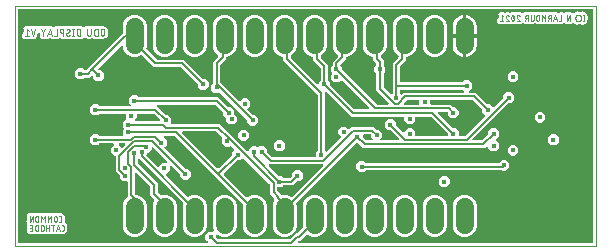
<source format=gbl>
G04 EAGLE Gerber RS-274X export*
G75*
%MOMM*%
%FSLAX34Y34*%
%LPD*%
%INBottom layer*%
%IPPOS*%
%AMOC8*
5,1,8,0,0,1.08239X$1,22.5*%
G01*
%ADD10C,0.000000*%
%ADD11C,0.050800*%
%ADD12C,1.524000*%
%ADD13C,0.127000*%
%ADD14C,0.403200*%

G36*
X162887Y2552D02*
X162887Y2552D01*
X162959Y2554D01*
X163008Y2572D01*
X163059Y2580D01*
X163122Y2614D01*
X163190Y2639D01*
X163230Y2671D01*
X163276Y2696D01*
X163326Y2748D01*
X163382Y2792D01*
X163410Y2836D01*
X163446Y2874D01*
X163476Y2939D01*
X163515Y2999D01*
X163527Y3050D01*
X163549Y3097D01*
X163557Y3168D01*
X163575Y3238D01*
X163571Y3290D01*
X163576Y3341D01*
X163561Y3412D01*
X163556Y3483D01*
X163535Y3531D01*
X163524Y3582D01*
X163487Y3643D01*
X163459Y3709D01*
X163414Y3765D01*
X163398Y3793D01*
X163380Y3808D01*
X163354Y3840D01*
X161478Y5717D01*
X161478Y9492D01*
X164147Y12161D01*
X167990Y12161D01*
X168035Y12169D01*
X168081Y12167D01*
X168156Y12189D01*
X168233Y12201D01*
X168273Y12223D01*
X168318Y12235D01*
X168382Y12280D01*
X168450Y12316D01*
X168482Y12349D01*
X168520Y12376D01*
X168566Y12438D01*
X168620Y12495D01*
X168639Y12536D01*
X168666Y12573D01*
X168690Y12647D01*
X168723Y12718D01*
X168728Y12763D01*
X168743Y12807D01*
X168742Y12885D01*
X168750Y12962D01*
X168741Y13007D01*
X168740Y13053D01*
X168702Y13184D01*
X168698Y13202D01*
X168696Y13207D01*
X168693Y13214D01*
X167639Y15759D01*
X167639Y35041D01*
X169186Y38776D01*
X172044Y41634D01*
X175779Y43181D01*
X179821Y43181D01*
X183556Y41634D01*
X186414Y38776D01*
X187961Y35041D01*
X187961Y15759D01*
X186414Y12024D01*
X183556Y9166D01*
X179821Y7619D01*
X175779Y7619D01*
X172044Y9166D01*
X171891Y9320D01*
X171832Y9362D01*
X171780Y9411D01*
X171733Y9433D01*
X171691Y9464D01*
X171622Y9485D01*
X171557Y9515D01*
X171506Y9521D01*
X171456Y9536D01*
X171384Y9534D01*
X171313Y9542D01*
X171262Y9531D01*
X171210Y9530D01*
X171143Y9505D01*
X171072Y9490D01*
X171028Y9463D01*
X170979Y9445D01*
X170923Y9400D01*
X170861Y9363D01*
X170828Y9324D01*
X170787Y9291D01*
X170748Y9231D01*
X170701Y9177D01*
X170682Y9128D01*
X170654Y9084D01*
X170636Y9015D01*
X170610Y8948D01*
X170602Y8877D01*
X170594Y8846D01*
X170596Y8823D01*
X170591Y8782D01*
X170591Y7854D01*
X170593Y7841D01*
X170592Y7830D01*
X170604Y7775D01*
X170606Y7764D01*
X170613Y7673D01*
X170626Y7644D01*
X170631Y7612D01*
X170674Y7531D01*
X170709Y7447D01*
X170735Y7415D01*
X170746Y7394D01*
X170769Y7372D01*
X170814Y7316D01*
X172197Y5934D01*
X172270Y5880D01*
X172340Y5821D01*
X172370Y5809D01*
X172396Y5790D01*
X172483Y5763D01*
X172568Y5729D01*
X172609Y5725D01*
X172631Y5718D01*
X172664Y5719D01*
X172735Y5711D01*
X232845Y5711D01*
X232935Y5725D01*
X233026Y5732D01*
X233056Y5745D01*
X233088Y5750D01*
X233169Y5793D01*
X233252Y5829D01*
X233285Y5854D01*
X233305Y5865D01*
X233327Y5889D01*
X233383Y5934D01*
X238230Y10780D01*
X239182Y10780D01*
X239272Y10795D01*
X239363Y10802D01*
X239393Y10815D01*
X239425Y10820D01*
X239506Y10863D01*
X239590Y10899D01*
X239622Y10924D01*
X239642Y10935D01*
X239665Y10959D01*
X239721Y11003D01*
X243666Y14949D01*
X243709Y15008D01*
X243752Y15054D01*
X243769Y15091D01*
X243804Y15138D01*
X243806Y15144D01*
X243810Y15149D01*
X243836Y15235D01*
X243856Y15277D01*
X243859Y15307D01*
X243880Y15371D01*
X243880Y15378D01*
X243882Y15384D01*
X243879Y15489D01*
X243883Y15521D01*
X243879Y15541D01*
X243878Y15617D01*
X243876Y15625D01*
X243876Y15630D01*
X243869Y15647D01*
X243839Y15751D01*
X243839Y35041D01*
X245386Y38776D01*
X248244Y41634D01*
X251979Y43181D01*
X256021Y43181D01*
X259756Y41634D01*
X262614Y38776D01*
X264161Y35041D01*
X264161Y15759D01*
X262614Y12024D01*
X259756Y9166D01*
X256021Y7619D01*
X251979Y7619D01*
X248244Y9166D01*
X248093Y9317D01*
X248077Y9329D01*
X248065Y9344D01*
X247978Y9400D01*
X247894Y9461D01*
X247875Y9467D01*
X247858Y9477D01*
X247758Y9503D01*
X247659Y9533D01*
X247639Y9533D01*
X247619Y9537D01*
X247516Y9529D01*
X247413Y9527D01*
X247394Y9520D01*
X247374Y9518D01*
X247279Y9478D01*
X247182Y9442D01*
X247166Y9430D01*
X247148Y9422D01*
X247017Y9317D01*
X242129Y4429D01*
X241176Y4429D01*
X241087Y4414D01*
X240995Y4407D01*
X240966Y4394D01*
X240934Y4389D01*
X240853Y4347D01*
X240769Y4311D01*
X240737Y4285D01*
X240716Y4274D01*
X240694Y4251D01*
X240638Y4206D01*
X240273Y3840D01*
X240231Y3782D01*
X240181Y3730D01*
X240159Y3683D01*
X240129Y3641D01*
X240108Y3572D01*
X240078Y3507D01*
X240072Y3455D01*
X240057Y3405D01*
X240058Y3334D01*
X240051Y3263D01*
X240062Y3212D01*
X240063Y3160D01*
X240088Y3092D01*
X240103Y3022D01*
X240130Y2977D01*
X240147Y2929D01*
X240192Y2873D01*
X240229Y2811D01*
X240269Y2777D01*
X240301Y2737D01*
X240361Y2698D01*
X240416Y2651D01*
X240464Y2632D01*
X240508Y2604D01*
X240577Y2586D01*
X240644Y2559D01*
X240715Y2551D01*
X240747Y2543D01*
X240770Y2545D01*
X240811Y2541D01*
X488698Y2541D01*
X488718Y2544D01*
X488737Y2542D01*
X488839Y2564D01*
X488941Y2580D01*
X488958Y2590D01*
X488978Y2594D01*
X489067Y2647D01*
X489158Y2696D01*
X489172Y2710D01*
X489189Y2720D01*
X489256Y2799D01*
X489328Y2874D01*
X489336Y2892D01*
X489349Y2907D01*
X489388Y3003D01*
X489431Y3097D01*
X489433Y3117D01*
X489441Y3135D01*
X489459Y3302D01*
X489459Y199898D01*
X489456Y199918D01*
X489458Y199937D01*
X489436Y200039D01*
X489420Y200141D01*
X489410Y200158D01*
X489406Y200178D01*
X489353Y200267D01*
X489304Y200358D01*
X489290Y200372D01*
X489280Y200389D01*
X489201Y200456D01*
X489126Y200528D01*
X489108Y200536D01*
X489093Y200549D01*
X488997Y200588D01*
X488903Y200631D01*
X488883Y200633D01*
X488865Y200641D01*
X488698Y200659D01*
X3302Y200659D01*
X3282Y200656D01*
X3263Y200658D01*
X3161Y200636D01*
X3059Y200620D01*
X3042Y200610D01*
X3022Y200606D01*
X2933Y200553D01*
X2842Y200504D01*
X2828Y200490D01*
X2811Y200480D01*
X2744Y200401D01*
X2672Y200326D01*
X2664Y200308D01*
X2651Y200293D01*
X2612Y200197D01*
X2569Y200103D01*
X2567Y200083D01*
X2559Y200065D01*
X2541Y199898D01*
X2541Y3302D01*
X2544Y3282D01*
X2542Y3263D01*
X2564Y3161D01*
X2580Y3059D01*
X2590Y3042D01*
X2594Y3022D01*
X2647Y2933D01*
X2696Y2842D01*
X2710Y2828D01*
X2720Y2811D01*
X2799Y2744D01*
X2874Y2672D01*
X2892Y2664D01*
X2907Y2651D01*
X3003Y2612D01*
X3097Y2569D01*
X3117Y2567D01*
X3135Y2559D01*
X3302Y2541D01*
X162816Y2541D01*
X162887Y2552D01*
G37*
%LPC*%
G36*
X99579Y7619D02*
X99579Y7619D01*
X95844Y9166D01*
X92986Y12024D01*
X91439Y15759D01*
X91439Y35041D01*
X92986Y38776D01*
X95461Y41251D01*
X95514Y41325D01*
X95574Y41394D01*
X95586Y41424D01*
X95605Y41451D01*
X95632Y41538D01*
X95666Y41622D01*
X95670Y41663D01*
X95677Y41686D01*
X95676Y41718D01*
X95684Y41789D01*
X95684Y54252D01*
X95681Y54271D01*
X95683Y54291D01*
X95661Y54392D01*
X95645Y54494D01*
X95635Y54512D01*
X95631Y54531D01*
X95578Y54620D01*
X95530Y54712D01*
X95515Y54725D01*
X95505Y54743D01*
X95426Y54810D01*
X95351Y54881D01*
X95333Y54889D01*
X95318Y54902D01*
X95222Y54941D01*
X95128Y54985D01*
X95108Y54987D01*
X95090Y54994D01*
X94923Y55013D01*
X91903Y55013D01*
X89234Y57682D01*
X89234Y59320D01*
X89219Y59410D01*
X89212Y59501D01*
X89199Y59531D01*
X89194Y59563D01*
X89151Y59643D01*
X89115Y59727D01*
X89090Y59759D01*
X89079Y59780D01*
X89055Y59802D01*
X89011Y59858D01*
X85545Y63324D01*
X85545Y75798D01*
X85542Y75818D01*
X85544Y75837D01*
X85522Y75939D01*
X85505Y76041D01*
X85496Y76058D01*
X85492Y76078D01*
X85438Y76167D01*
X85390Y76258D01*
X85376Y76272D01*
X85365Y76289D01*
X85287Y76356D01*
X85212Y76428D01*
X85194Y76436D01*
X85179Y76449D01*
X85082Y76488D01*
X84989Y76531D01*
X84969Y76533D01*
X84950Y76541D01*
X84784Y76559D01*
X84298Y76559D01*
X81629Y79229D01*
X81629Y83003D01*
X84138Y85513D01*
X84180Y85571D01*
X84230Y85623D01*
X84252Y85670D01*
X84282Y85713D01*
X84303Y85781D01*
X84333Y85846D01*
X84339Y85898D01*
X84354Y85948D01*
X84352Y86019D01*
X84360Y86091D01*
X84349Y86141D01*
X84348Y86193D01*
X84323Y86261D01*
X84308Y86331D01*
X84281Y86376D01*
X84263Y86425D01*
X84219Y86481D01*
X84182Y86542D01*
X84142Y86576D01*
X84110Y86617D01*
X84049Y86655D01*
X83995Y86702D01*
X83947Y86721D01*
X83903Y86750D01*
X83833Y86767D01*
X83767Y86794D01*
X83695Y86802D01*
X83664Y86810D01*
X83641Y86808D01*
X83600Y86812D01*
X72025Y86812D01*
X71935Y86798D01*
X71844Y86790D01*
X71815Y86778D01*
X71783Y86773D01*
X71702Y86730D01*
X71618Y86694D01*
X71586Y86668D01*
X71565Y86658D01*
X71543Y86634D01*
X71487Y86589D01*
X70329Y85431D01*
X66554Y85431D01*
X63885Y88101D01*
X63885Y91876D01*
X66554Y94545D01*
X70329Y94545D01*
X71487Y93387D01*
X71561Y93334D01*
X71631Y93274D01*
X71661Y93262D01*
X71687Y93243D01*
X71774Y93216D01*
X71859Y93182D01*
X71900Y93178D01*
X71922Y93171D01*
X71954Y93172D01*
X72025Y93164D01*
X91205Y93164D01*
X91275Y93175D01*
X91347Y93177D01*
X91396Y93195D01*
X91447Y93204D01*
X91511Y93237D01*
X91578Y93262D01*
X91619Y93294D01*
X91665Y93319D01*
X91714Y93371D01*
X91770Y93415D01*
X91798Y93459D01*
X91834Y93497D01*
X91864Y93562D01*
X91903Y93622D01*
X91916Y93673D01*
X91938Y93720D01*
X91946Y93791D01*
X91963Y93861D01*
X91959Y93913D01*
X91965Y93965D01*
X91950Y94035D01*
X91944Y94106D01*
X91924Y94154D01*
X91913Y94205D01*
X91876Y94267D01*
X91848Y94332D01*
X91803Y94388D01*
X91786Y94416D01*
X91769Y94431D01*
X91769Y98213D01*
X92511Y98956D01*
X92523Y98972D01*
X92539Y98984D01*
X92595Y99071D01*
X92655Y99155D01*
X92661Y99174D01*
X92672Y99191D01*
X92697Y99292D01*
X92727Y99390D01*
X92727Y99410D01*
X92732Y99430D01*
X92724Y99533D01*
X92721Y99636D01*
X92714Y99655D01*
X92712Y99675D01*
X92672Y99769D01*
X92636Y99867D01*
X92624Y99883D01*
X92616Y99901D01*
X92511Y100032D01*
X91769Y100775D01*
X91769Y104550D01*
X94413Y107194D01*
X94424Y107210D01*
X94440Y107223D01*
X94496Y107310D01*
X94556Y107394D01*
X94562Y107413D01*
X94573Y107429D01*
X94598Y107530D01*
X94628Y107629D01*
X94628Y107649D01*
X94633Y107668D01*
X94625Y107771D01*
X94622Y107875D01*
X94615Y107893D01*
X94614Y107913D01*
X94573Y108008D01*
X94538Y108106D01*
X94525Y108121D01*
X94517Y108139D01*
X94413Y108270D01*
X94303Y108380D01*
X94303Y111400D01*
X94300Y111419D01*
X94302Y111439D01*
X94280Y111541D01*
X94264Y111643D01*
X94254Y111660D01*
X94250Y111680D01*
X94197Y111769D01*
X94149Y111860D01*
X94134Y111874D01*
X94124Y111891D01*
X94045Y111958D01*
X93970Y112029D01*
X93952Y112038D01*
X93937Y112051D01*
X93841Y112089D01*
X93747Y112133D01*
X93727Y112135D01*
X93709Y112143D01*
X93542Y112161D01*
X72025Y112161D01*
X71935Y112146D01*
X71844Y112139D01*
X71815Y112127D01*
X71783Y112121D01*
X71702Y112079D01*
X71618Y112043D01*
X71586Y112017D01*
X71565Y112006D01*
X71543Y111983D01*
X71487Y111938D01*
X70329Y110780D01*
X66554Y110780D01*
X63885Y113449D01*
X63885Y117224D01*
X66554Y119894D01*
X70329Y119894D01*
X71487Y118736D01*
X71561Y118682D01*
X71631Y118623D01*
X71661Y118611D01*
X71687Y118592D01*
X71774Y118565D01*
X71859Y118531D01*
X71900Y118526D01*
X71922Y118520D01*
X71954Y118520D01*
X72025Y118513D01*
X97542Y118513D01*
X97613Y118524D01*
X97684Y118526D01*
X97733Y118544D01*
X97785Y118552D01*
X97848Y118586D01*
X97915Y118610D01*
X97956Y118643D01*
X98002Y118667D01*
X98051Y118719D01*
X98107Y118764D01*
X98136Y118808D01*
X98171Y118846D01*
X98202Y118911D01*
X98240Y118971D01*
X98253Y119022D01*
X98275Y119069D01*
X98283Y119140D01*
X98300Y119210D01*
X98296Y119262D01*
X98302Y119313D01*
X98287Y119383D01*
X98281Y119455D01*
X98261Y119503D01*
X98250Y119554D01*
X98213Y119615D01*
X98185Y119681D01*
X98140Y119737D01*
X98124Y119765D01*
X98106Y119780D01*
X98080Y119812D01*
X96838Y121054D01*
X96838Y124829D01*
X99508Y127498D01*
X103282Y127498D01*
X104440Y126340D01*
X104514Y126287D01*
X104584Y126228D01*
X104614Y126215D01*
X104640Y126197D01*
X104727Y126170D01*
X104812Y126136D01*
X104853Y126131D01*
X104875Y126124D01*
X104907Y126125D01*
X104979Y126117D01*
X172420Y126117D01*
X180955Y117582D01*
X181029Y117529D01*
X181098Y117469D01*
X181129Y117457D01*
X181155Y117438D01*
X181242Y117411D01*
X181327Y117377D01*
X181368Y117373D01*
X181390Y117366D01*
X181422Y117367D01*
X181493Y117359D01*
X183131Y117359D01*
X185800Y114689D01*
X185800Y112470D01*
X185815Y112380D01*
X185822Y112289D01*
X185835Y112259D01*
X185840Y112227D01*
X185883Y112146D01*
X185918Y112063D01*
X185944Y112030D01*
X185955Y112010D01*
X185978Y111988D01*
X186023Y111932D01*
X188335Y109620D01*
X188335Y105845D01*
X185666Y103175D01*
X181891Y103175D01*
X179222Y105845D01*
X179222Y108064D01*
X179207Y108154D01*
X179200Y108245D01*
X179187Y108275D01*
X179182Y108307D01*
X179139Y108388D01*
X179104Y108472D01*
X179078Y108504D01*
X179067Y108524D01*
X179044Y108547D01*
X178999Y108603D01*
X176687Y110914D01*
X176687Y112552D01*
X176672Y112642D01*
X176665Y112733D01*
X176652Y112763D01*
X176647Y112795D01*
X176604Y112876D01*
X176569Y112959D01*
X176543Y112992D01*
X176532Y113012D01*
X176509Y113034D01*
X176464Y113090D01*
X170012Y119543D01*
X169938Y119596D01*
X169868Y119655D01*
X169838Y119667D01*
X169812Y119686D01*
X169725Y119713D01*
X169640Y119747D01*
X169599Y119752D01*
X169577Y119759D01*
X169545Y119758D01*
X169473Y119766D01*
X121039Y119766D01*
X120968Y119754D01*
X120897Y119752D01*
X120848Y119734D01*
X120796Y119726D01*
X120733Y119692D01*
X120666Y119668D01*
X120625Y119635D01*
X120579Y119611D01*
X120530Y119559D01*
X120474Y119514D01*
X120446Y119470D01*
X120410Y119433D01*
X120380Y119368D01*
X120341Y119307D01*
X120328Y119257D01*
X120306Y119209D01*
X120298Y119138D01*
X120281Y119069D01*
X120285Y119017D01*
X120279Y118965D01*
X120294Y118895D01*
X120300Y118823D01*
X120320Y118776D01*
X120331Y118725D01*
X120368Y118663D01*
X120396Y118597D01*
X120441Y118541D01*
X120457Y118514D01*
X120475Y118498D01*
X120501Y118466D01*
X122538Y116429D01*
X127723Y111244D01*
X127797Y111191D01*
X127866Y111132D01*
X127896Y111120D01*
X127922Y111101D01*
X128009Y111074D01*
X128094Y111040D01*
X128135Y111035D01*
X128157Y111029D01*
X128190Y111029D01*
X128261Y111021D01*
X129899Y111021D01*
X132568Y108352D01*
X132568Y104567D01*
X132552Y104545D01*
X132502Y104493D01*
X132480Y104445D01*
X132450Y104403D01*
X132429Y104335D01*
X132399Y104270D01*
X132393Y104218D01*
X132378Y104168D01*
X132379Y104096D01*
X132372Y104025D01*
X132383Y103974D01*
X132384Y103922D01*
X132409Y103855D01*
X132424Y103785D01*
X132451Y103740D01*
X132468Y103691D01*
X132513Y103635D01*
X132550Y103574D01*
X132590Y103540D01*
X132622Y103499D01*
X132682Y103460D01*
X132737Y103414D01*
X132785Y103394D01*
X132829Y103366D01*
X132898Y103349D01*
X132965Y103322D01*
X133036Y103314D01*
X133067Y103306D01*
X133091Y103308D01*
X133132Y103303D01*
X173687Y103303D01*
X184642Y92348D01*
X196934Y80056D01*
X196992Y80015D01*
X197044Y79965D01*
X197091Y79943D01*
X197133Y79913D01*
X197202Y79892D01*
X197267Y79862D01*
X197319Y79856D01*
X197369Y79841D01*
X197440Y79842D01*
X197511Y79835D01*
X197562Y79846D01*
X197614Y79847D01*
X197682Y79872D01*
X197752Y79887D01*
X197797Y79914D01*
X197845Y79931D01*
X197901Y79976D01*
X197963Y80013D01*
X197997Y80053D01*
X198037Y80085D01*
X198076Y80145D01*
X198123Y80200D01*
X198142Y80248D01*
X198170Y80292D01*
X198188Y80361D01*
X198215Y80428D01*
X198223Y80499D01*
X198231Y80531D01*
X198229Y80554D01*
X198233Y80595D01*
X198233Y81736D01*
X200903Y84405D01*
X204677Y84405D01*
X205420Y83662D01*
X205436Y83651D01*
X205449Y83635D01*
X205536Y83579D01*
X205620Y83519D01*
X205639Y83513D01*
X205656Y83502D01*
X205756Y83477D01*
X205855Y83447D01*
X205875Y83447D01*
X205894Y83442D01*
X205997Y83450D01*
X206101Y83453D01*
X206120Y83460D01*
X206140Y83461D01*
X206234Y83502D01*
X206332Y83537D01*
X206348Y83550D01*
X206366Y83558D01*
X206497Y83662D01*
X207240Y84405D01*
X211015Y84405D01*
X213684Y81736D01*
X213684Y80098D01*
X213699Y80008D01*
X213706Y79917D01*
X213718Y79888D01*
X213724Y79856D01*
X213766Y79775D01*
X213802Y79691D01*
X213828Y79659D01*
X213839Y79638D01*
X213862Y79616D01*
X213907Y79560D01*
X217824Y75643D01*
X217898Y75590D01*
X217968Y75530D01*
X217998Y75518D01*
X218024Y75499D01*
X218111Y75472D01*
X218196Y75438D01*
X218237Y75434D01*
X218259Y75427D01*
X218291Y75428D01*
X218363Y75420D01*
X254507Y75420D01*
X254526Y75423D01*
X254546Y75421D01*
X254647Y75443D01*
X254749Y75459D01*
X254767Y75469D01*
X254787Y75473D01*
X254876Y75526D01*
X254967Y75574D01*
X254981Y75589D01*
X254998Y75599D01*
X255065Y75678D01*
X255136Y75753D01*
X255145Y75771D01*
X255158Y75786D01*
X255196Y75882D01*
X255240Y75976D01*
X255242Y75996D01*
X255249Y76014D01*
X255268Y76181D01*
X255268Y79201D01*
X256426Y80359D01*
X256479Y80433D01*
X256539Y80503D01*
X256551Y80533D01*
X256570Y80559D01*
X256596Y80646D01*
X256630Y80731D01*
X256635Y80772D01*
X256642Y80794D01*
X256641Y80826D01*
X256649Y80897D01*
X256649Y127648D01*
X256634Y127738D01*
X256627Y127829D01*
X256614Y127859D01*
X256609Y127891D01*
X256566Y127971D01*
X256531Y128055D01*
X256505Y128087D01*
X256494Y128108D01*
X256471Y128130D01*
X256426Y128186D01*
X227498Y157114D01*
X227498Y159258D01*
X227495Y159278D01*
X227497Y159297D01*
X227475Y159399D01*
X227458Y159501D01*
X227449Y159518D01*
X227445Y159538D01*
X227391Y159627D01*
X227343Y159718D01*
X227329Y159732D01*
X227318Y159749D01*
X227240Y159816D01*
X227165Y159888D01*
X227147Y159896D01*
X227132Y159909D01*
X227035Y159948D01*
X226942Y159991D01*
X226922Y159993D01*
X226903Y160001D01*
X226737Y160019D01*
X226579Y160019D01*
X222844Y161566D01*
X219986Y164424D01*
X218439Y168159D01*
X218439Y187441D01*
X219986Y191176D01*
X222844Y194034D01*
X226579Y195581D01*
X230621Y195581D01*
X234356Y194034D01*
X237214Y191176D01*
X238761Y187441D01*
X238761Y168159D01*
X237214Y164424D01*
X234356Y161566D01*
X234319Y161551D01*
X234220Y161489D01*
X234120Y161430D01*
X234116Y161425D01*
X234110Y161421D01*
X234036Y161331D01*
X233960Y161243D01*
X233957Y161237D01*
X233953Y161232D01*
X233912Y161123D01*
X233868Y161015D01*
X233867Y161007D01*
X233865Y161002D01*
X233864Y160984D01*
X233849Y160848D01*
X233849Y160060D01*
X233864Y159970D01*
X233871Y159879D01*
X233884Y159850D01*
X233889Y159818D01*
X233932Y159737D01*
X233968Y159653D01*
X233993Y159621D01*
X234004Y159600D01*
X234028Y159578D01*
X234072Y159522D01*
X256503Y137091D01*
X256561Y137049D01*
X256614Y137000D01*
X256661Y136978D01*
X256703Y136948D01*
X256771Y136927D01*
X256837Y136896D01*
X256888Y136891D01*
X256938Y136875D01*
X257010Y136877D01*
X257081Y136869D01*
X257132Y136880D01*
X257184Y136882D01*
X257251Y136906D01*
X257321Y136921D01*
X257366Y136948D01*
X257415Y136966D01*
X257471Y137011D01*
X257533Y137048D01*
X257566Y137087D01*
X257607Y137120D01*
X257646Y137180D01*
X257692Y137235D01*
X257712Y137283D01*
X257740Y137327D01*
X257758Y137396D01*
X257784Y137463D01*
X257792Y137534D01*
X257800Y137565D01*
X257798Y137589D01*
X257803Y137629D01*
X257803Y138771D01*
X258961Y139929D01*
X259014Y140003D01*
X259073Y140072D01*
X259086Y140102D01*
X259104Y140128D01*
X259131Y140215D01*
X259165Y140300D01*
X259170Y140341D01*
X259177Y140364D01*
X259176Y140396D01*
X259184Y140467D01*
X259184Y150462D01*
X259169Y150552D01*
X259162Y150643D01*
X259149Y150673D01*
X259144Y150704D01*
X259101Y150785D01*
X259066Y150869D01*
X259040Y150901D01*
X259029Y150922D01*
X259006Y150944D01*
X258961Y151000D01*
X252847Y157114D01*
X252847Y159258D01*
X252843Y159278D01*
X252846Y159297D01*
X252824Y159399D01*
X252807Y159501D01*
X252798Y159518D01*
X252793Y159538D01*
X252740Y159627D01*
X252692Y159718D01*
X252677Y159732D01*
X252667Y159749D01*
X252588Y159816D01*
X252513Y159888D01*
X252495Y159896D01*
X252480Y159909D01*
X252384Y159948D01*
X252290Y159991D01*
X252271Y159993D01*
X252252Y160001D01*
X252085Y160019D01*
X251979Y160019D01*
X248244Y161566D01*
X245386Y164424D01*
X243839Y168159D01*
X243839Y187441D01*
X245386Y191176D01*
X248244Y194034D01*
X251979Y195581D01*
X256021Y195581D01*
X259756Y194034D01*
X262614Y191176D01*
X264161Y187441D01*
X264161Y168159D01*
X262614Y164424D01*
X259756Y161566D01*
X259668Y161530D01*
X259568Y161468D01*
X259468Y161408D01*
X259464Y161404D01*
X259459Y161400D01*
X259384Y161310D01*
X259309Y161221D01*
X259306Y161216D01*
X259302Y161211D01*
X259260Y161102D01*
X259217Y160993D01*
X259216Y160986D01*
X259214Y160981D01*
X259213Y160963D01*
X259198Y160827D01*
X259198Y160060D01*
X259213Y159970D01*
X259220Y159879D01*
X259233Y159850D01*
X259238Y159818D01*
X259281Y159737D01*
X259316Y159653D01*
X259342Y159621D01*
X259353Y159600D01*
X259376Y159578D01*
X259421Y159522D01*
X265535Y153408D01*
X265535Y140467D01*
X265550Y140377D01*
X265557Y140286D01*
X265570Y140256D01*
X265575Y140224D01*
X265618Y140144D01*
X265653Y140060D01*
X265679Y140028D01*
X265690Y140007D01*
X265713Y139985D01*
X265758Y139929D01*
X266916Y138771D01*
X266916Y137133D01*
X266931Y137043D01*
X266938Y136952D01*
X266951Y136922D01*
X266956Y136890D01*
X266999Y136810D01*
X267034Y136726D01*
X267060Y136694D01*
X267071Y136673D01*
X267094Y136651D01*
X267139Y136595D01*
X287533Y116201D01*
X287607Y116148D01*
X287677Y116088D01*
X287707Y116076D01*
X287733Y116057D01*
X287820Y116030D01*
X287905Y115996D01*
X287946Y115992D01*
X287968Y115985D01*
X288000Y115986D01*
X288072Y115978D01*
X299750Y115978D01*
X299821Y115989D01*
X299892Y115991D01*
X299941Y116009D01*
X299993Y116017D01*
X300056Y116051D01*
X300123Y116076D01*
X300164Y116108D01*
X300210Y116132D01*
X300259Y116184D01*
X300316Y116229D01*
X300344Y116273D01*
X300380Y116311D01*
X300410Y116376D01*
X300449Y116436D01*
X300461Y116487D01*
X300483Y116534D01*
X300491Y116605D01*
X300509Y116675D01*
X300505Y116727D01*
X300510Y116778D01*
X300495Y116849D01*
X300489Y116920D01*
X300469Y116968D01*
X300458Y117019D01*
X300421Y117080D01*
X300393Y117146D01*
X300348Y117202D01*
X300332Y117230D01*
X300314Y117245D01*
X300288Y117277D01*
X277182Y140383D01*
X277166Y140395D01*
X277154Y140410D01*
X277066Y140466D01*
X276983Y140527D01*
X276964Y140532D01*
X276947Y140543D01*
X276846Y140569D01*
X276748Y140599D01*
X276728Y140598D01*
X276708Y140603D01*
X276605Y140595D01*
X276502Y140593D01*
X276483Y140586D01*
X276463Y140584D01*
X276368Y140544D01*
X276271Y140508D01*
X276255Y140496D01*
X276237Y140488D01*
X276106Y140383D01*
X274387Y138664D01*
X270612Y138664D01*
X267942Y141333D01*
X267942Y145108D01*
X268685Y145851D01*
X268697Y145867D01*
X268712Y145879D01*
X268768Y145967D01*
X268829Y146051D01*
X268835Y146070D01*
X268845Y146086D01*
X268871Y146187D01*
X268901Y146286D01*
X268901Y146306D01*
X268905Y146325D01*
X268897Y146428D01*
X268895Y146531D01*
X268888Y146550D01*
X268886Y146570D01*
X268846Y146665D01*
X268810Y146762D01*
X268798Y146778D01*
X268790Y146796D01*
X268685Y146927D01*
X267942Y147670D01*
X267942Y151445D01*
X269100Y152603D01*
X269153Y152677D01*
X269213Y152747D01*
X269225Y152777D01*
X269244Y152803D01*
X269271Y152890D01*
X269305Y152975D01*
X269309Y153016D01*
X269316Y153038D01*
X269315Y153070D01*
X269323Y153141D01*
X269323Y155943D01*
X273760Y160379D01*
X273787Y160417D01*
X273821Y160448D01*
X273858Y160516D01*
X273903Y160579D01*
X273917Y160623D01*
X273939Y160664D01*
X273953Y160740D01*
X273976Y160814D01*
X273974Y160861D01*
X273983Y160906D01*
X273971Y160983D01*
X273969Y161060D01*
X273953Y161104D01*
X273946Y161150D01*
X273911Y161218D01*
X273885Y161291D01*
X273858Y161325D01*
X273856Y161328D01*
X273853Y161332D01*
X273834Y161369D01*
X273786Y161416D01*
X273751Y161459D01*
X273745Y161466D01*
X273731Y161483D01*
X273722Y161489D01*
X270786Y164424D01*
X269239Y168159D01*
X269239Y187441D01*
X270786Y191176D01*
X273644Y194034D01*
X277379Y195581D01*
X281421Y195581D01*
X285156Y194034D01*
X288014Y191176D01*
X289561Y187441D01*
X289561Y168159D01*
X288014Y164424D01*
X285156Y161566D01*
X281366Y159996D01*
X281365Y159996D01*
X281263Y159980D01*
X281245Y159970D01*
X281226Y159966D01*
X281137Y159913D01*
X281046Y159864D01*
X281032Y159850D01*
X281015Y159840D01*
X280948Y159761D01*
X280876Y159686D01*
X280868Y159668D01*
X280855Y159653D01*
X280816Y159557D01*
X280773Y159463D01*
X280770Y159443D01*
X280763Y159425D01*
X280745Y159258D01*
X280745Y158382D01*
X278661Y156298D01*
X275970Y153607D01*
X275959Y153591D01*
X275943Y153579D01*
X275887Y153491D01*
X275827Y153408D01*
X275821Y153389D01*
X275810Y153372D01*
X275785Y153271D01*
X275754Y153172D01*
X275755Y153153D01*
X275750Y153133D01*
X275758Y153030D01*
X275761Y152927D01*
X275767Y152908D01*
X275769Y152888D01*
X275809Y152793D01*
X275845Y152696D01*
X275858Y152680D01*
X275865Y152662D01*
X275970Y152531D01*
X277056Y151445D01*
X277056Y149807D01*
X277071Y149717D01*
X277078Y149626D01*
X277090Y149597D01*
X277096Y149565D01*
X277138Y149484D01*
X277174Y149400D01*
X277200Y149368D01*
X277211Y149347D01*
X277234Y149325D01*
X277279Y149269D01*
X306545Y120003D01*
X306619Y119950D01*
X306688Y119890D01*
X306718Y119878D01*
X306745Y119859D01*
X306832Y119833D01*
X306916Y119798D01*
X306957Y119794D01*
X306980Y119787D01*
X307012Y119788D01*
X307083Y119780D01*
X316227Y119780D01*
X316297Y119792D01*
X316369Y119793D01*
X316418Y119811D01*
X316469Y119820D01*
X316533Y119853D01*
X316600Y119878D01*
X316641Y119910D01*
X316687Y119935D01*
X316736Y119987D01*
X316792Y120032D01*
X316820Y120075D01*
X316856Y120113D01*
X316886Y120178D01*
X316925Y120238D01*
X316938Y120289D01*
X316960Y120336D01*
X316968Y120407D01*
X316985Y120477D01*
X316981Y120529D01*
X316987Y120581D01*
X316972Y120651D01*
X316966Y120722D01*
X316946Y120770D01*
X316935Y120821D01*
X316898Y120883D01*
X316870Y120949D01*
X316825Y121004D01*
X316809Y121032D01*
X316791Y121047D01*
X316765Y121080D01*
X306079Y131765D01*
X306079Y145974D01*
X306064Y146064D01*
X306057Y146155D01*
X306045Y146185D01*
X306039Y146217D01*
X305997Y146297D01*
X305961Y146381D01*
X305935Y146413D01*
X305924Y146434D01*
X305901Y146456D01*
X305856Y146512D01*
X304698Y147670D01*
X304698Y151445D01*
X305856Y152603D01*
X305909Y152677D01*
X305969Y152747D01*
X305981Y152777D01*
X306000Y152803D01*
X306026Y152890D01*
X306061Y152975D01*
X306065Y153016D01*
X306072Y153038D01*
X306071Y153070D01*
X306079Y153141D01*
X306079Y154264D01*
X306064Y154354D01*
X306057Y154445D01*
X306045Y154475D01*
X306039Y154507D01*
X305997Y154587D01*
X305961Y154671D01*
X305935Y154703D01*
X305924Y154724D01*
X305901Y154746D01*
X305856Y154802D01*
X303544Y157114D01*
X303544Y159258D01*
X303541Y159278D01*
X303543Y159297D01*
X303521Y159399D01*
X303504Y159501D01*
X303495Y159518D01*
X303491Y159538D01*
X303438Y159627D01*
X303389Y159718D01*
X303375Y159732D01*
X303365Y159749D01*
X303286Y159816D01*
X303211Y159888D01*
X303193Y159896D01*
X303178Y159909D01*
X303082Y159948D01*
X302988Y159991D01*
X302968Y159993D01*
X302950Y160001D01*
X302783Y160019D01*
X302779Y160019D01*
X299044Y161566D01*
X296186Y164424D01*
X294639Y168159D01*
X294639Y187441D01*
X296186Y191176D01*
X299044Y194034D01*
X302779Y195581D01*
X306821Y195581D01*
X310556Y194034D01*
X313414Y191176D01*
X314961Y187441D01*
X314961Y168159D01*
X313414Y164424D01*
X310556Y161566D01*
X310366Y161487D01*
X310266Y161426D01*
X310166Y161366D01*
X310162Y161361D01*
X310157Y161358D01*
X310082Y161268D01*
X310006Y161179D01*
X310004Y161173D01*
X310000Y161168D01*
X309958Y161059D01*
X309914Y160951D01*
X309913Y160943D01*
X309911Y160939D01*
X309911Y160920D01*
X309896Y160784D01*
X309896Y160060D01*
X309910Y159970D01*
X309917Y159879D01*
X309930Y159850D01*
X309935Y159818D01*
X309978Y159737D01*
X310014Y159653D01*
X310039Y159621D01*
X310050Y159600D01*
X310074Y159578D01*
X310119Y159522D01*
X312430Y157210D01*
X312430Y153141D01*
X312445Y153051D01*
X312452Y152960D01*
X312465Y152931D01*
X312470Y152899D01*
X312513Y152818D01*
X312549Y152734D01*
X312574Y152702D01*
X312585Y152681D01*
X312609Y152659D01*
X312653Y152603D01*
X313811Y151445D01*
X313811Y147670D01*
X312653Y146512D01*
X312600Y146438D01*
X312541Y146369D01*
X312529Y146339D01*
X312510Y146312D01*
X312483Y146225D01*
X312449Y146141D01*
X312444Y146100D01*
X312438Y146077D01*
X312438Y146045D01*
X312430Y145974D01*
X312430Y134712D01*
X312445Y134622D01*
X312452Y134531D01*
X312465Y134501D01*
X312470Y134469D01*
X312513Y134388D01*
X312549Y134304D01*
X312574Y134272D01*
X312585Y134252D01*
X312609Y134229D01*
X312653Y134173D01*
X318513Y128314D01*
X318529Y128302D01*
X318542Y128286D01*
X318629Y128231D01*
X318713Y128170D01*
X318732Y128164D01*
X318749Y128153D01*
X318849Y128128D01*
X318948Y128098D01*
X318968Y128098D01*
X318987Y128093D01*
X319090Y128101D01*
X319194Y128104D01*
X319213Y128111D01*
X319233Y128113D01*
X319328Y128153D01*
X319425Y128189D01*
X319441Y128201D01*
X319459Y128209D01*
X319590Y128314D01*
X319798Y128522D01*
X319851Y128596D01*
X319910Y128665D01*
X319923Y128695D01*
X319941Y128722D01*
X319968Y128809D01*
X320002Y128893D01*
X320007Y128934D01*
X320014Y128957D01*
X320013Y128989D01*
X320021Y129060D01*
X320021Y154675D01*
X324868Y159522D01*
X324921Y159596D01*
X324980Y159666D01*
X324992Y159696D01*
X325011Y159722D01*
X325038Y159809D01*
X325072Y159894D01*
X325077Y159935D01*
X325084Y159957D01*
X325083Y159989D01*
X325091Y160060D01*
X325091Y160790D01*
X325072Y160904D01*
X325055Y161021D01*
X325052Y161026D01*
X325051Y161033D01*
X324996Y161135D01*
X324943Y161240D01*
X324939Y161244D01*
X324936Y161250D01*
X324851Y161330D01*
X324768Y161412D01*
X324761Y161416D01*
X324757Y161419D01*
X324740Y161427D01*
X324621Y161493D01*
X324444Y161566D01*
X321586Y164424D01*
X320039Y168159D01*
X320039Y187441D01*
X321586Y191176D01*
X324444Y194034D01*
X328179Y195581D01*
X332221Y195581D01*
X335956Y194034D01*
X338814Y191176D01*
X340361Y187441D01*
X340361Y168159D01*
X338814Y164424D01*
X335956Y161566D01*
X332221Y160019D01*
X332203Y160019D01*
X332184Y160016D01*
X332164Y160018D01*
X332063Y159996D01*
X331961Y159980D01*
X331943Y159970D01*
X331923Y159966D01*
X331834Y159913D01*
X331743Y159864D01*
X331729Y159850D01*
X331712Y159840D01*
X331645Y159761D01*
X331574Y159686D01*
X331565Y159668D01*
X331552Y159653D01*
X331514Y159557D01*
X331470Y159463D01*
X331468Y159443D01*
X331461Y159425D01*
X331442Y159258D01*
X331442Y157114D01*
X326595Y152267D01*
X326551Y152206D01*
X326521Y152174D01*
X326515Y152162D01*
X326483Y152124D01*
X326471Y152094D01*
X326452Y152068D01*
X326425Y151981D01*
X326391Y151896D01*
X326386Y151855D01*
X326379Y151833D01*
X326380Y151800D01*
X326372Y151729D01*
X326372Y139553D01*
X326375Y139538D01*
X326373Y139526D01*
X326374Y139522D01*
X326373Y139513D01*
X326395Y139412D01*
X326412Y139310D01*
X326421Y139292D01*
X326426Y139273D01*
X326479Y139184D01*
X326527Y139093D01*
X326542Y139079D01*
X326552Y139062D01*
X326630Y138995D01*
X326705Y138923D01*
X326724Y138915D01*
X326739Y138902D01*
X326835Y138863D01*
X326929Y138820D01*
X326948Y138817D01*
X326967Y138810D01*
X327134Y138792D01*
X379182Y138792D01*
X379272Y138806D01*
X379363Y138813D01*
X379393Y138826D01*
X379425Y138831D01*
X379506Y138874D01*
X379590Y138910D01*
X379622Y138935D01*
X379642Y138946D01*
X379654Y138959D01*
X379655Y138959D01*
X379667Y138972D01*
X379721Y139015D01*
X380879Y140173D01*
X384654Y140173D01*
X387323Y137503D01*
X387323Y133728D01*
X384814Y131219D01*
X384772Y131161D01*
X384722Y131109D01*
X384700Y131062D01*
X384670Y131019D01*
X384649Y130951D01*
X384619Y130886D01*
X384613Y130834D01*
X384598Y130784D01*
X384599Y130712D01*
X384592Y130641D01*
X384603Y130590D01*
X384604Y130538D01*
X384629Y130471D01*
X384644Y130401D01*
X384671Y130356D01*
X384688Y130307D01*
X384733Y130251D01*
X384770Y130190D01*
X384810Y130156D01*
X384842Y130115D01*
X384902Y130077D01*
X384957Y130030D01*
X385005Y130010D01*
X385049Y129982D01*
X385119Y129965D01*
X385185Y129938D01*
X385256Y129930D01*
X385288Y129922D01*
X385311Y129924D01*
X385352Y129919D01*
X390419Y129919D01*
X400222Y120117D01*
X400296Y120063D01*
X400365Y120004D01*
X400395Y119992D01*
X400421Y119973D01*
X400508Y119946D01*
X400593Y119912D01*
X400634Y119907D01*
X400657Y119901D01*
X400689Y119901D01*
X400760Y119894D01*
X402398Y119894D01*
X404751Y117540D01*
X404767Y117529D01*
X404779Y117513D01*
X404867Y117457D01*
X404951Y117397D01*
X404970Y117391D01*
X404986Y117380D01*
X405087Y117355D01*
X405186Y117325D01*
X405206Y117325D01*
X405225Y117320D01*
X405328Y117328D01*
X405431Y117331D01*
X405450Y117338D01*
X405470Y117339D01*
X405565Y117380D01*
X405663Y117415D01*
X405678Y117428D01*
X405696Y117436D01*
X405827Y117540D01*
X413475Y125188D01*
X413528Y125262D01*
X413587Y125331D01*
X413599Y125361D01*
X413618Y125388D01*
X413645Y125474D01*
X413679Y125559D01*
X413684Y125600D01*
X413691Y125623D01*
X413690Y125655D01*
X413698Y125726D01*
X413698Y127364D01*
X416367Y130033D01*
X420142Y130033D01*
X422811Y127364D01*
X422811Y123589D01*
X420142Y120920D01*
X418504Y120920D01*
X418414Y120905D01*
X418323Y120898D01*
X418293Y120885D01*
X418261Y120880D01*
X418181Y120837D01*
X418097Y120801D01*
X418065Y120776D01*
X418044Y120765D01*
X418022Y120741D01*
X417966Y120697D01*
X387930Y90661D01*
X387888Y90603D01*
X387839Y90551D01*
X387817Y90503D01*
X387787Y90461D01*
X387766Y90393D01*
X387735Y90328D01*
X387730Y90276D01*
X387714Y90226D01*
X387716Y90154D01*
X387708Y90083D01*
X387719Y90032D01*
X387721Y89980D01*
X387745Y89913D01*
X387761Y89843D01*
X387787Y89798D01*
X387805Y89749D01*
X387850Y89693D01*
X387887Y89632D01*
X387926Y89598D01*
X387959Y89557D01*
X388019Y89519D01*
X388074Y89472D01*
X388122Y89452D01*
X388166Y89424D01*
X388235Y89407D01*
X388302Y89380D01*
X388373Y89372D01*
X388404Y89364D01*
X388428Y89366D01*
X388469Y89361D01*
X395077Y89361D01*
X395167Y89376D01*
X395258Y89383D01*
X395288Y89396D01*
X395320Y89401D01*
X395401Y89444D01*
X395484Y89480D01*
X395517Y89505D01*
X395537Y89516D01*
X395559Y89540D01*
X395615Y89584D01*
X400800Y94769D01*
X400853Y94843D01*
X400913Y94913D01*
X400925Y94943D01*
X400944Y94969D01*
X400971Y95056D01*
X401005Y95141D01*
X401009Y95182D01*
X401016Y95204D01*
X401015Y95236D01*
X401023Y95308D01*
X401023Y96945D01*
X403693Y99615D01*
X407467Y99615D01*
X410137Y96945D01*
X410137Y93170D01*
X407493Y90526D01*
X407481Y90510D01*
X407466Y90498D01*
X407409Y90411D01*
X407349Y90327D01*
X407343Y90308D01*
X407333Y90291D01*
X407307Y90190D01*
X407277Y90092D01*
X407277Y90072D01*
X407272Y90052D01*
X407281Y89949D01*
X407283Y89846D01*
X407290Y89827D01*
X407292Y89807D01*
X407332Y89712D01*
X407368Y89615D01*
X407380Y89599D01*
X407388Y89581D01*
X407493Y89450D01*
X410137Y86806D01*
X410137Y83031D01*
X407467Y80362D01*
X403693Y80362D01*
X401023Y83031D01*
X401023Y84172D01*
X401012Y84243D01*
X401010Y84315D01*
X400992Y84364D01*
X400984Y84415D01*
X400950Y84478D01*
X400925Y84546D01*
X400893Y84586D01*
X400868Y84632D01*
X400816Y84682D01*
X400772Y84738D01*
X400728Y84766D01*
X400690Y84802D01*
X400625Y84832D01*
X400565Y84871D01*
X400514Y84883D01*
X400467Y84905D01*
X400396Y84913D01*
X400326Y84931D01*
X400274Y84927D01*
X400223Y84932D01*
X400152Y84917D01*
X400081Y84912D01*
X400033Y84891D01*
X399982Y84880D01*
X399921Y84843D01*
X399855Y84815D01*
X399799Y84770D01*
X399771Y84754D01*
X399756Y84736D01*
X399724Y84710D01*
X398023Y83010D01*
X295265Y83010D01*
X290781Y87493D01*
X290765Y87505D01*
X290753Y87521D01*
X290666Y87577D01*
X290582Y87637D01*
X290563Y87643D01*
X290546Y87654D01*
X290445Y87679D01*
X290347Y87709D01*
X290327Y87709D01*
X290307Y87714D01*
X290204Y87706D01*
X290101Y87703D01*
X290082Y87696D01*
X290062Y87695D01*
X289967Y87654D01*
X289870Y87619D01*
X289854Y87606D01*
X289836Y87598D01*
X289705Y87493D01*
X238679Y36467D01*
X238610Y36372D01*
X238541Y36279D01*
X238539Y36273D01*
X238535Y36267D01*
X238501Y36156D01*
X238465Y36045D01*
X238465Y36038D01*
X238463Y36032D01*
X238466Y35916D01*
X238467Y35799D01*
X238469Y35792D01*
X238469Y35787D01*
X238476Y35769D01*
X238514Y35638D01*
X238761Y35041D01*
X238761Y15759D01*
X237214Y12024D01*
X234356Y9166D01*
X230621Y7619D01*
X226579Y7619D01*
X222844Y9166D01*
X219986Y12024D01*
X218439Y15759D01*
X218439Y35041D01*
X219901Y38570D01*
X219928Y38684D01*
X219956Y38797D01*
X219956Y38804D01*
X219957Y38810D01*
X219946Y38926D01*
X219937Y39042D01*
X219935Y39048D01*
X219934Y39055D01*
X219893Y39146D01*
X219893Y40195D01*
X219879Y40285D01*
X219871Y40376D01*
X219859Y40405D01*
X219854Y40437D01*
X219811Y40518D01*
X219775Y40602D01*
X219749Y40634D01*
X219738Y40655D01*
X219715Y40677D01*
X219670Y40733D01*
X216091Y44312D01*
X216091Y51602D01*
X216076Y51692D01*
X216069Y51783D01*
X216056Y51812D01*
X216051Y51844D01*
X216008Y51925D01*
X215973Y52009D01*
X215947Y52041D01*
X215936Y52062D01*
X215913Y52084D01*
X215868Y52140D01*
X193532Y74476D01*
X193515Y74488D01*
X193503Y74504D01*
X193416Y74560D01*
X193332Y74620D01*
X193313Y74626D01*
X193296Y74637D01*
X193196Y74662D01*
X193097Y74692D01*
X193077Y74692D01*
X193058Y74697D01*
X192955Y74689D01*
X192851Y74686D01*
X192832Y74679D01*
X192812Y74677D01*
X192717Y74637D01*
X192620Y74601D01*
X192604Y74589D01*
X192586Y74581D01*
X192455Y74476D01*
X190736Y72757D01*
X189098Y72757D01*
X189008Y72742D01*
X188917Y72735D01*
X188887Y72722D01*
X188855Y72717D01*
X188775Y72674D01*
X188691Y72639D01*
X188659Y72613D01*
X188638Y72602D01*
X188616Y72579D01*
X188560Y72534D01*
X177401Y61375D01*
X177389Y61359D01*
X177374Y61347D01*
X177318Y61259D01*
X177257Y61176D01*
X177252Y61157D01*
X177241Y61140D01*
X177215Y61039D01*
X177185Y60940D01*
X177186Y60921D01*
X177181Y60901D01*
X177189Y60798D01*
X177191Y60695D01*
X177198Y60676D01*
X177200Y60656D01*
X177240Y60561D01*
X177276Y60464D01*
X177288Y60448D01*
X177296Y60430D01*
X177401Y60299D01*
X196217Y41483D01*
X196233Y41471D01*
X196245Y41456D01*
X196333Y41400D01*
X196417Y41339D01*
X196436Y41333D01*
X196452Y41323D01*
X196553Y41297D01*
X196652Y41267D01*
X196672Y41267D01*
X196691Y41263D01*
X196794Y41271D01*
X196898Y41273D01*
X196916Y41280D01*
X196936Y41282D01*
X197031Y41322D01*
X197129Y41358D01*
X197144Y41370D01*
X197162Y41378D01*
X197293Y41483D01*
X197444Y41634D01*
X201179Y43181D01*
X205221Y43181D01*
X208956Y41634D01*
X211814Y38776D01*
X213361Y35041D01*
X213361Y15759D01*
X211814Y12024D01*
X208956Y9166D01*
X205221Y7619D01*
X201179Y7619D01*
X197444Y9166D01*
X194586Y12024D01*
X193039Y15759D01*
X193039Y35056D01*
X193040Y35058D01*
X193045Y35069D01*
X193048Y35091D01*
X193058Y35135D01*
X193086Y35249D01*
X193086Y35255D01*
X193087Y35261D01*
X193076Y35377D01*
X193067Y35494D01*
X193065Y35500D01*
X193064Y35506D01*
X193016Y35614D01*
X192971Y35720D01*
X192966Y35726D01*
X192964Y35731D01*
X192952Y35744D01*
X192866Y35851D01*
X171279Y57438D01*
X135791Y92927D01*
X135717Y92980D01*
X135647Y93039D01*
X135617Y93051D01*
X135591Y93070D01*
X135504Y93097D01*
X135419Y93131D01*
X135378Y93136D01*
X135356Y93142D01*
X135324Y93142D01*
X135252Y93150D01*
X126795Y93150D01*
X126724Y93138D01*
X126652Y93136D01*
X126603Y93118D01*
X126552Y93110D01*
X126488Y93076D01*
X126421Y93052D01*
X126380Y93019D01*
X126334Y92995D01*
X126285Y92943D01*
X126229Y92898D01*
X126201Y92854D01*
X126165Y92816D01*
X126135Y92751D01*
X126096Y92691D01*
X126083Y92640D01*
X126061Y92593D01*
X126054Y92522D01*
X126036Y92452D01*
X126040Y92401D01*
X126034Y92349D01*
X126050Y92279D01*
X126055Y92207D01*
X126075Y92159D01*
X126087Y92108D01*
X126123Y92047D01*
X126151Y91981D01*
X126196Y91925D01*
X126213Y91897D01*
X126229Y91883D01*
X126233Y91877D01*
X126238Y91873D01*
X126256Y91850D01*
X128766Y89341D01*
X128766Y85566D01*
X127046Y83846D01*
X127035Y83830D01*
X127019Y83818D01*
X126963Y83731D01*
X126903Y83647D01*
X126897Y83628D01*
X126886Y83611D01*
X126861Y83510D01*
X126830Y83412D01*
X126831Y83392D01*
X126826Y83372D01*
X126834Y83269D01*
X126837Y83166D01*
X126844Y83147D01*
X126845Y83127D01*
X126885Y83032D01*
X126921Y82935D01*
X126934Y82919D01*
X126941Y82901D01*
X127046Y82770D01*
X144199Y65617D01*
X144273Y65564D01*
X144343Y65504D01*
X144373Y65492D01*
X144399Y65473D01*
X144486Y65446D01*
X144571Y65412D01*
X144612Y65408D01*
X144634Y65401D01*
X144666Y65402D01*
X144738Y65394D01*
X146375Y65394D01*
X149045Y62724D01*
X149045Y58950D01*
X146375Y56280D01*
X142600Y56280D01*
X139931Y58950D01*
X139931Y60587D01*
X139916Y60677D01*
X139909Y60768D01*
X139897Y60798D01*
X139891Y60830D01*
X139849Y60911D01*
X139813Y60995D01*
X139787Y61027D01*
X139776Y61047D01*
X139753Y61070D01*
X139708Y61126D01*
X132600Y68234D01*
X132542Y68276D01*
X132490Y68325D01*
X132442Y68347D01*
X132400Y68377D01*
X132332Y68398D01*
X132267Y68429D01*
X132215Y68434D01*
X132165Y68450D01*
X132093Y68448D01*
X132022Y68456D01*
X131971Y68445D01*
X131919Y68443D01*
X131852Y68419D01*
X131782Y68403D01*
X131737Y68377D01*
X131688Y68359D01*
X131632Y68314D01*
X131571Y68277D01*
X131537Y68238D01*
X131496Y68205D01*
X131458Y68145D01*
X131411Y68090D01*
X131391Y68042D01*
X131363Y67998D01*
X131346Y67929D01*
X131319Y67862D01*
X131311Y67791D01*
X131303Y67760D01*
X131305Y67736D01*
X131300Y67695D01*
X131300Y64019D01*
X128618Y61337D01*
X128615Y61337D01*
X128566Y61319D01*
X128515Y61310D01*
X128451Y61277D01*
X128384Y61252D01*
X128343Y61220D01*
X128297Y61195D01*
X128248Y61143D01*
X128192Y61098D01*
X128164Y61055D01*
X128128Y61017D01*
X128098Y60952D01*
X128059Y60892D01*
X128046Y60841D01*
X128024Y60794D01*
X128016Y60723D01*
X127999Y60653D01*
X128003Y60601D01*
X127997Y60549D01*
X128012Y60479D01*
X128018Y60408D01*
X128038Y60360D01*
X128049Y60309D01*
X128086Y60247D01*
X128114Y60181D01*
X128159Y60126D01*
X128176Y60098D01*
X128193Y60083D01*
X128219Y60050D01*
X146279Y41991D01*
X146373Y41923D01*
X146467Y41853D01*
X146473Y41851D01*
X146478Y41847D01*
X146589Y41813D01*
X146701Y41777D01*
X146707Y41777D01*
X146713Y41775D01*
X146830Y41778D01*
X146947Y41779D01*
X146954Y41781D01*
X146959Y41781D01*
X146977Y41788D01*
X147108Y41826D01*
X150379Y43181D01*
X154421Y43181D01*
X158156Y41634D01*
X161014Y38776D01*
X162561Y35041D01*
X162561Y15759D01*
X161014Y12024D01*
X158156Y9166D01*
X154421Y7619D01*
X150379Y7619D01*
X146644Y9166D01*
X143786Y12024D01*
X142239Y15759D01*
X142239Y35041D01*
X142632Y35990D01*
X142659Y36104D01*
X142688Y36217D01*
X142687Y36224D01*
X142689Y36230D01*
X142678Y36346D01*
X142669Y36463D01*
X142666Y36468D01*
X142666Y36475D01*
X142618Y36582D01*
X142572Y36689D01*
X142568Y36695D01*
X142566Y36699D01*
X142553Y36713D01*
X142467Y36820D01*
X105870Y73417D01*
X105812Y73459D01*
X105760Y73508D01*
X105713Y73530D01*
X105671Y73561D01*
X105602Y73582D01*
X105537Y73612D01*
X105485Y73618D01*
X105435Y73633D01*
X105364Y73631D01*
X105293Y73639D01*
X105242Y73628D01*
X105190Y73627D01*
X105122Y73602D01*
X105052Y73587D01*
X105008Y73560D01*
X104959Y73542D01*
X104903Y73497D01*
X104841Y73461D01*
X104807Y73421D01*
X104767Y73388D01*
X104728Y73328D01*
X104681Y73274D01*
X104662Y73225D01*
X104634Y73181D01*
X104616Y73112D01*
X104589Y73045D01*
X104581Y72974D01*
X104573Y72943D01*
X104575Y72920D01*
X104571Y72879D01*
X104571Y70072D01*
X104585Y69982D01*
X104593Y69891D01*
X104605Y69862D01*
X104610Y69830D01*
X104653Y69749D01*
X104689Y69665D01*
X104715Y69633D01*
X104726Y69612D01*
X104749Y69590D01*
X104794Y69534D01*
X121047Y53280D01*
X121047Y45991D01*
X121062Y45901D01*
X121069Y45810D01*
X121082Y45780D01*
X121087Y45748D01*
X121130Y45668D01*
X121166Y45584D01*
X121191Y45552D01*
X121202Y45531D01*
X121226Y45509D01*
X121270Y45453D01*
X123604Y43120D01*
X123698Y43051D01*
X123792Y42982D01*
X123798Y42980D01*
X123803Y42976D01*
X123915Y42942D01*
X124026Y42906D01*
X124032Y42906D01*
X124038Y42904D01*
X124155Y42907D01*
X124272Y42908D01*
X124279Y42910D01*
X124284Y42910D01*
X124302Y42917D01*
X124433Y42955D01*
X124979Y43181D01*
X129021Y43181D01*
X132756Y41634D01*
X135614Y38776D01*
X137161Y35041D01*
X137161Y15759D01*
X135614Y12024D01*
X132756Y9166D01*
X129021Y7619D01*
X124979Y7619D01*
X121244Y9166D01*
X118386Y12024D01*
X116839Y15759D01*
X116839Y35041D01*
X118361Y38715D01*
X118388Y38829D01*
X118416Y38942D01*
X118416Y38949D01*
X118417Y38955D01*
X118406Y39071D01*
X118397Y39187D01*
X118395Y39193D01*
X118394Y39199D01*
X118347Y39307D01*
X118301Y39414D01*
X118296Y39420D01*
X118294Y39424D01*
X118282Y39438D01*
X118196Y39545D01*
X114696Y43045D01*
X114696Y50334D01*
X114681Y50424D01*
X114674Y50515D01*
X114661Y50545D01*
X114656Y50577D01*
X114613Y50658D01*
X114578Y50741D01*
X114552Y50774D01*
X114541Y50794D01*
X114518Y50816D01*
X114473Y50872D01*
X103335Y62010D01*
X103277Y62052D01*
X103225Y62101D01*
X103178Y62123D01*
X103136Y62154D01*
X103067Y62175D01*
X103002Y62205D01*
X102950Y62211D01*
X102901Y62226D01*
X102829Y62224D01*
X102758Y62232D01*
X102707Y62221D01*
X102655Y62220D01*
X102587Y62195D01*
X102517Y62180D01*
X102473Y62153D01*
X102424Y62135D01*
X102368Y62090D01*
X102306Y62054D01*
X102272Y62014D01*
X102232Y61981D01*
X102193Y61921D01*
X102146Y61867D01*
X102127Y61818D01*
X102099Y61775D01*
X102081Y61705D01*
X102054Y61639D01*
X102046Y61567D01*
X102039Y61536D01*
X102040Y61513D01*
X102036Y61472D01*
X102036Y44724D01*
X102051Y44634D01*
X102058Y44543D01*
X102070Y44513D01*
X102076Y44481D01*
X102118Y44400D01*
X102154Y44316D01*
X102180Y44284D01*
X102191Y44264D01*
X102214Y44241D01*
X102259Y44185D01*
X103040Y43404D01*
X103114Y43351D01*
X103184Y43291D01*
X103214Y43279D01*
X103240Y43260D01*
X103327Y43233D01*
X103412Y43199D01*
X103453Y43195D01*
X103475Y43188D01*
X103507Y43189D01*
X103579Y43181D01*
X103621Y43181D01*
X107356Y41634D01*
X110214Y38776D01*
X111761Y35041D01*
X111761Y15759D01*
X110214Y12024D01*
X107356Y9166D01*
X103621Y7619D01*
X99579Y7619D01*
G37*
%LPD*%
G36*
X264009Y79939D02*
X264009Y79939D01*
X264112Y79942D01*
X264131Y79948D01*
X264151Y79950D01*
X264246Y79990D01*
X264343Y80026D01*
X264359Y80038D01*
X264377Y80046D01*
X264508Y80151D01*
X275999Y91642D01*
X276011Y91658D01*
X276026Y91670D01*
X276082Y91758D01*
X276142Y91842D01*
X276148Y91861D01*
X276159Y91877D01*
X276184Y91978D01*
X276215Y92077D01*
X276214Y92097D01*
X276219Y92116D01*
X276211Y92219D01*
X276208Y92323D01*
X276202Y92341D01*
X276200Y92361D01*
X276160Y92456D01*
X276124Y92554D01*
X276111Y92569D01*
X276104Y92587D01*
X275999Y92718D01*
X274280Y94438D01*
X274280Y98213D01*
X276949Y100882D01*
X280724Y100882D01*
X282443Y99163D01*
X282459Y99151D01*
X282472Y99135D01*
X282559Y99079D01*
X282643Y99019D01*
X282662Y99013D01*
X282679Y99002D01*
X282779Y98977D01*
X282878Y98947D01*
X282898Y98947D01*
X282917Y98942D01*
X283020Y98950D01*
X283124Y98953D01*
X283143Y98960D01*
X283162Y98961D01*
X283257Y99002D01*
X283355Y99038D01*
X283370Y99050D01*
X283389Y99058D01*
X283520Y99163D01*
X285125Y100768D01*
X304233Y100768D01*
X306431Y98570D01*
X306505Y98517D01*
X306575Y98458D01*
X306605Y98445D01*
X306631Y98427D01*
X306718Y98400D01*
X306803Y98366D01*
X306844Y98361D01*
X306866Y98354D01*
X306898Y98355D01*
X306970Y98347D01*
X308607Y98347D01*
X311277Y95678D01*
X311277Y91903D01*
X310035Y90661D01*
X309993Y90603D01*
X309943Y90551D01*
X309922Y90504D01*
X309891Y90461D01*
X309870Y90393D01*
X309840Y90328D01*
X309834Y90276D01*
X309819Y90226D01*
X309821Y90154D01*
X309813Y90083D01*
X309824Y90032D01*
X309825Y89980D01*
X309850Y89913D01*
X309865Y89843D01*
X309892Y89798D01*
X309910Y89749D01*
X309954Y89693D01*
X309991Y89632D01*
X310031Y89598D01*
X310063Y89557D01*
X310124Y89519D01*
X310178Y89472D01*
X310226Y89452D01*
X310270Y89424D01*
X310340Y89407D01*
X310406Y89380D01*
X310478Y89372D01*
X310509Y89364D01*
X310532Y89366D01*
X310573Y89361D01*
X325099Y89361D01*
X325170Y89373D01*
X325241Y89375D01*
X325290Y89393D01*
X325342Y89401D01*
X325405Y89435D01*
X325472Y89459D01*
X325513Y89492D01*
X325559Y89516D01*
X325608Y89568D01*
X325664Y89613D01*
X325692Y89657D01*
X325728Y89695D01*
X325758Y89760D01*
X325797Y89820D01*
X325810Y89871D01*
X325832Y89918D01*
X325840Y89989D01*
X325857Y90059D01*
X325853Y90110D01*
X325859Y90162D01*
X325844Y90232D01*
X325838Y90304D01*
X325818Y90352D01*
X325807Y90403D01*
X325770Y90464D01*
X325742Y90530D01*
X325697Y90586D01*
X325681Y90614D01*
X325663Y90629D01*
X325637Y90661D01*
X318415Y97883D01*
X318341Y97936D01*
X318272Y97995D01*
X318242Y98007D01*
X318216Y98026D01*
X318129Y98053D01*
X318044Y98087D01*
X318003Y98092D01*
X317981Y98099D01*
X317948Y98098D01*
X317877Y98106D01*
X316239Y98106D01*
X313570Y100775D01*
X313570Y104550D01*
X316239Y107219D01*
X320014Y107219D01*
X322684Y104550D01*
X322684Y102912D01*
X322698Y102822D01*
X322705Y102731D01*
X322718Y102701D01*
X322723Y102669D01*
X322766Y102589D01*
X322802Y102505D01*
X322827Y102473D01*
X322838Y102452D01*
X322862Y102430D01*
X322907Y102374D01*
X328747Y96533D01*
X328805Y96491D01*
X328857Y96442D01*
X328905Y96420D01*
X328947Y96390D01*
X329015Y96369D01*
X329081Y96338D01*
X329132Y96333D01*
X329182Y96317D01*
X329254Y96319D01*
X329325Y96311D01*
X329376Y96322D01*
X329428Y96324D01*
X329495Y96348D01*
X329565Y96363D01*
X329610Y96390D01*
X329659Y96408D01*
X329715Y96453D01*
X329776Y96490D01*
X329810Y96529D01*
X329851Y96562D01*
X329890Y96622D01*
X329936Y96677D01*
X329956Y96725D01*
X329984Y96769D01*
X330001Y96838D01*
X330028Y96905D01*
X330031Y96930D01*
X332716Y99615D01*
X336491Y99615D01*
X339160Y96945D01*
X339160Y93925D01*
X339163Y93905D01*
X339161Y93886D01*
X339183Y93784D01*
X339200Y93682D01*
X339209Y93665D01*
X339214Y93645D01*
X339267Y93556D01*
X339315Y93465D01*
X339329Y93451D01*
X339340Y93434D01*
X339418Y93367D01*
X339493Y93296D01*
X339511Y93287D01*
X339527Y93274D01*
X339623Y93235D01*
X339716Y93192D01*
X339736Y93190D01*
X339755Y93182D01*
X339921Y93164D01*
X366041Y93164D01*
X366061Y93167D01*
X366081Y93165D01*
X366182Y93187D01*
X366284Y93204D01*
X366302Y93213D01*
X366321Y93217D01*
X366410Y93270D01*
X366501Y93319D01*
X366515Y93333D01*
X366532Y93343D01*
X366599Y93422D01*
X366671Y93497D01*
X366679Y93515D01*
X366692Y93530D01*
X366731Y93626D01*
X366774Y93720D01*
X366777Y93740D01*
X366784Y93758D01*
X366802Y93925D01*
X366802Y94808D01*
X366788Y94898D01*
X366781Y94989D01*
X366768Y95019D01*
X366763Y95051D01*
X366720Y95131D01*
X366684Y95215D01*
X366659Y95247D01*
X366648Y95268D01*
X366624Y95290D01*
X366579Y95346D01*
X352523Y109403D01*
X352449Y109456D01*
X352379Y109516D01*
X352349Y109528D01*
X352323Y109547D01*
X352236Y109574D01*
X352151Y109608D01*
X352110Y109612D01*
X352088Y109619D01*
X352056Y109618D01*
X351984Y109626D01*
X339921Y109626D01*
X339902Y109623D01*
X339882Y109625D01*
X339781Y109603D01*
X339679Y109586D01*
X339661Y109577D01*
X339642Y109573D01*
X339553Y109520D01*
X339461Y109471D01*
X339448Y109457D01*
X339431Y109447D01*
X339363Y109368D01*
X339292Y109293D01*
X339284Y109275D01*
X339271Y109260D01*
X339232Y109164D01*
X339188Y109070D01*
X339186Y109050D01*
X339179Y109032D01*
X339160Y108865D01*
X339160Y105845D01*
X336491Y103175D01*
X332716Y103175D01*
X330047Y105845D01*
X330047Y108865D01*
X330044Y108885D01*
X330046Y108904D01*
X330024Y109006D01*
X330007Y109108D01*
X329998Y109125D01*
X329993Y109145D01*
X329940Y109234D01*
X329892Y109325D01*
X329878Y109339D01*
X329867Y109356D01*
X329789Y109423D01*
X329714Y109494D01*
X329696Y109503D01*
X329680Y109516D01*
X329584Y109555D01*
X329491Y109598D01*
X329471Y109600D01*
X329452Y109608D01*
X329286Y109626D01*
X285125Y109626D01*
X264300Y130452D01*
X264242Y130494D01*
X264190Y130543D01*
X264142Y130565D01*
X264100Y130595D01*
X264032Y130616D01*
X263967Y130647D01*
X263915Y130652D01*
X263865Y130668D01*
X263793Y130666D01*
X263722Y130674D01*
X263671Y130663D01*
X263619Y130661D01*
X263552Y130637D01*
X263482Y130621D01*
X263437Y130595D01*
X263388Y130577D01*
X263332Y130532D01*
X263271Y130495D01*
X263237Y130456D01*
X263196Y130423D01*
X263157Y130363D01*
X263111Y130308D01*
X263091Y130260D01*
X263063Y130216D01*
X263046Y130147D01*
X263019Y130080D01*
X263011Y130009D01*
X263003Y129978D01*
X263005Y129954D01*
X263000Y129913D01*
X263000Y80897D01*
X263015Y80808D01*
X263022Y80717D01*
X263035Y80687D01*
X263040Y80655D01*
X263083Y80574D01*
X263119Y80490D01*
X263144Y80458D01*
X263155Y80437D01*
X263179Y80415D01*
X263223Y80359D01*
X263431Y80151D01*
X263448Y80139D01*
X263460Y80124D01*
X263547Y80068D01*
X263631Y80008D01*
X263650Y80002D01*
X263667Y79991D01*
X263767Y79966D01*
X263866Y79935D01*
X263886Y79936D01*
X263906Y79931D01*
X264009Y79939D01*
G37*
%LPC*%
G36*
X157810Y132327D02*
X157810Y132327D01*
X155140Y134996D01*
X155140Y136633D01*
X155126Y136724D01*
X155119Y136814D01*
X155106Y136844D01*
X155101Y136876D01*
X155058Y136957D01*
X155022Y137041D01*
X154997Y137073D01*
X154986Y137094D01*
X154962Y137116D01*
X154917Y137172D01*
X140861Y151229D01*
X140787Y151282D01*
X140717Y151341D01*
X140687Y151353D01*
X140661Y151372D01*
X140574Y151399D01*
X140489Y151433D01*
X140448Y151438D01*
X140426Y151445D01*
X140394Y151444D01*
X140322Y151452D01*
X117824Y151452D01*
X107965Y161310D01*
X107871Y161378D01*
X107777Y161448D01*
X107771Y161450D01*
X107766Y161454D01*
X107654Y161488D01*
X107543Y161524D01*
X107536Y161524D01*
X107530Y161526D01*
X107414Y161523D01*
X107297Y161522D01*
X107290Y161520D01*
X107285Y161520D01*
X107267Y161513D01*
X107136Y161475D01*
X103621Y160019D01*
X99579Y160019D01*
X95844Y161566D01*
X92986Y164424D01*
X91439Y168159D01*
X91439Y168761D01*
X91428Y168832D01*
X91426Y168904D01*
X91408Y168953D01*
X91400Y169004D01*
X91366Y169067D01*
X91341Y169135D01*
X91309Y169175D01*
X91284Y169221D01*
X91233Y169271D01*
X91188Y169327D01*
X91144Y169355D01*
X91106Y169391D01*
X91041Y169421D01*
X90981Y169460D01*
X90930Y169472D01*
X90883Y169494D01*
X90812Y169502D01*
X90742Y169520D01*
X90690Y169516D01*
X90639Y169521D01*
X90568Y169506D01*
X90497Y169501D01*
X90449Y169480D01*
X90398Y169469D01*
X90337Y169432D01*
X90271Y169404D01*
X90215Y169360D01*
X90187Y169343D01*
X90172Y169325D01*
X90140Y169299D01*
X71184Y150344D01*
X71143Y150286D01*
X71093Y150234D01*
X71071Y150187D01*
X71041Y150144D01*
X71020Y150076D01*
X70990Y150011D01*
X70984Y149959D01*
X70969Y149909D01*
X70970Y149838D01*
X70962Y149766D01*
X70974Y149716D01*
X70975Y149663D01*
X71000Y149596D01*
X71015Y149526D01*
X71041Y149481D01*
X71059Y149432D01*
X71104Y149376D01*
X71141Y149315D01*
X71180Y149281D01*
X71213Y149240D01*
X71273Y149202D01*
X71328Y149155D01*
X71376Y149136D01*
X71420Y149107D01*
X71489Y149090D01*
X71556Y149063D01*
X71627Y149055D01*
X71658Y149047D01*
X71682Y149049D01*
X71723Y149045D01*
X72864Y149045D01*
X75533Y146375D01*
X75533Y142600D01*
X72864Y139931D01*
X69089Y139931D01*
X66420Y142600D01*
X66420Y143742D01*
X66408Y143812D01*
X66406Y143884D01*
X66388Y143933D01*
X66380Y143984D01*
X66346Y144048D01*
X66322Y144115D01*
X66289Y144156D01*
X66265Y144202D01*
X66213Y144251D01*
X66168Y144307D01*
X66124Y144335D01*
X66087Y144371D01*
X66022Y144401D01*
X65961Y144440D01*
X65911Y144453D01*
X65864Y144475D01*
X65792Y144483D01*
X65723Y144500D01*
X65671Y144496D01*
X65619Y144502D01*
X65549Y144487D01*
X65478Y144481D01*
X65430Y144461D01*
X65379Y144450D01*
X65317Y144413D01*
X65251Y144385D01*
X65195Y144340D01*
X65168Y144323D01*
X65152Y144306D01*
X65120Y144280D01*
X63420Y142580D01*
X59351Y142580D01*
X59261Y142565D01*
X59170Y142558D01*
X59140Y142545D01*
X59108Y142540D01*
X59028Y142497D01*
X58944Y142461D01*
X58912Y142436D01*
X58891Y142425D01*
X58869Y142401D01*
X58813Y142357D01*
X57655Y141199D01*
X53880Y141199D01*
X51211Y143868D01*
X51211Y147643D01*
X53880Y150312D01*
X57655Y150312D01*
X58813Y149154D01*
X58887Y149101D01*
X58956Y149041D01*
X58986Y149029D01*
X59013Y149010D01*
X59099Y148984D01*
X59184Y148950D01*
X59225Y148945D01*
X59248Y148938D01*
X59280Y148939D01*
X59351Y148931D01*
X60474Y148931D01*
X60564Y148946D01*
X60655Y148953D01*
X60684Y148966D01*
X60716Y148971D01*
X60797Y149014D01*
X60881Y149049D01*
X60913Y149075D01*
X60934Y149086D01*
X60956Y149109D01*
X61012Y149154D01*
X91216Y179358D01*
X91269Y179432D01*
X91329Y179502D01*
X91341Y179532D01*
X91360Y179558D01*
X91387Y179645D01*
X91421Y179730D01*
X91425Y179771D01*
X91432Y179793D01*
X91431Y179825D01*
X91439Y179897D01*
X91439Y187441D01*
X92986Y191176D01*
X95844Y194034D01*
X99579Y195581D01*
X103621Y195581D01*
X107356Y194034D01*
X110214Y191176D01*
X111761Y187441D01*
X111761Y168159D01*
X111469Y167454D01*
X111442Y167340D01*
X111413Y167227D01*
X111414Y167220D01*
X111412Y167214D01*
X111423Y167098D01*
X111432Y166981D01*
X111435Y166976D01*
X111436Y166969D01*
X111483Y166862D01*
X111529Y166755D01*
X111533Y166749D01*
X111536Y166745D01*
X111548Y166731D01*
X111634Y166624D01*
X120232Y158026D01*
X120306Y157973D01*
X120375Y157914D01*
X120405Y157901D01*
X120431Y157883D01*
X120518Y157856D01*
X120603Y157822D01*
X120644Y157817D01*
X120666Y157810D01*
X120699Y157811D01*
X120770Y157803D01*
X143268Y157803D01*
X159409Y141663D01*
X159483Y141610D01*
X159552Y141550D01*
X159582Y141538D01*
X159608Y141519D01*
X159695Y141493D01*
X159780Y141458D01*
X159821Y141454D01*
X159843Y141447D01*
X159876Y141448D01*
X159947Y141440D01*
X161585Y141440D01*
X164254Y138771D01*
X164254Y134996D01*
X161585Y132327D01*
X157810Y132327D01*
G37*
%LPD*%
%LPC*%
G36*
X199635Y101908D02*
X199635Y101908D01*
X196966Y104577D01*
X196966Y106215D01*
X196951Y106305D01*
X196944Y106396D01*
X196931Y106426D01*
X196926Y106458D01*
X196883Y106538D01*
X196848Y106622D01*
X196822Y106654D01*
X196811Y106675D01*
X196788Y106697D01*
X196743Y106753D01*
X173886Y129610D01*
X173870Y129622D01*
X173857Y129637D01*
X173770Y129693D01*
X173687Y129753D01*
X173667Y129759D01*
X173650Y129770D01*
X173550Y129795D01*
X173451Y129826D01*
X173431Y129825D01*
X173412Y129830D01*
X173309Y129822D01*
X173206Y129819D01*
X173187Y129812D01*
X173167Y129811D01*
X173121Y129792D01*
X169217Y129792D01*
X166547Y132461D01*
X166547Y136236D01*
X167705Y137394D01*
X167758Y137468D01*
X167818Y137537D01*
X167830Y137567D01*
X167849Y137594D01*
X167876Y137681D01*
X167910Y137765D01*
X167914Y137806D01*
X167921Y137829D01*
X167920Y137861D01*
X167928Y137932D01*
X167928Y155943D01*
X172305Y160319D01*
X172331Y160356D01*
X172365Y160387D01*
X172403Y160456D01*
X172448Y160519D01*
X172462Y160563D01*
X172484Y160603D01*
X172498Y160680D01*
X172521Y160754D01*
X172519Y160800D01*
X172527Y160845D01*
X172516Y160922D01*
X172514Y161000D01*
X172498Y161043D01*
X172492Y161088D01*
X172456Y161158D01*
X172430Y161231D01*
X172401Y161267D01*
X172380Y161308D01*
X172325Y161362D01*
X172276Y161423D01*
X172237Y161448D01*
X172205Y161480D01*
X172085Y161546D01*
X172069Y161556D01*
X172064Y161557D01*
X172058Y161561D01*
X172044Y161566D01*
X169186Y164424D01*
X167639Y168159D01*
X167639Y187441D01*
X169186Y191176D01*
X172044Y194034D01*
X175779Y195581D01*
X179821Y195581D01*
X183556Y194034D01*
X186414Y191176D01*
X187961Y187441D01*
X187961Y168159D01*
X186414Y164424D01*
X183556Y161566D01*
X179819Y160019D01*
X179720Y159957D01*
X179620Y159897D01*
X179616Y159892D01*
X179610Y159889D01*
X179536Y159799D01*
X179460Y159710D01*
X179458Y159704D01*
X179454Y159699D01*
X179412Y159591D01*
X179368Y159482D01*
X179367Y159474D01*
X179365Y159470D01*
X179365Y159452D01*
X179350Y159315D01*
X179350Y158382D01*
X174503Y153535D01*
X174450Y153461D01*
X174390Y153391D01*
X174378Y153361D01*
X174359Y153335D01*
X174332Y153248D01*
X174298Y153163D01*
X174294Y153122D01*
X174287Y153100D01*
X174288Y153068D01*
X174280Y152997D01*
X174280Y138514D01*
X174295Y138424D01*
X174302Y138333D01*
X174314Y138303D01*
X174320Y138271D01*
X174362Y138191D01*
X174398Y138107D01*
X174424Y138075D01*
X174435Y138054D01*
X174458Y138032D01*
X174503Y137976D01*
X189868Y122610D01*
X189884Y122599D01*
X189897Y122583D01*
X189984Y122527D01*
X190068Y122467D01*
X190087Y122461D01*
X190104Y122450D01*
X190204Y122425D01*
X190303Y122394D01*
X190323Y122395D01*
X190342Y122390D01*
X190445Y122398D01*
X190549Y122401D01*
X190568Y122408D01*
X190588Y122409D01*
X190682Y122449D01*
X190780Y122485D01*
X190796Y122498D01*
X190814Y122505D01*
X190945Y122610D01*
X193298Y124963D01*
X197073Y124963D01*
X199742Y122294D01*
X199742Y118519D01*
X197389Y116166D01*
X197377Y116150D01*
X197362Y116137D01*
X197306Y116050D01*
X197245Y115966D01*
X197240Y115947D01*
X197229Y115930D01*
X197204Y115830D01*
X197173Y115731D01*
X197174Y115711D01*
X197169Y115692D01*
X197177Y115589D01*
X197179Y115485D01*
X197186Y115467D01*
X197188Y115447D01*
X197228Y115352D01*
X197264Y115254D01*
X197276Y115239D01*
X197284Y115220D01*
X197389Y115089D01*
X201234Y111244D01*
X201308Y111191D01*
X201377Y111132D01*
X201408Y111120D01*
X201434Y111101D01*
X201521Y111074D01*
X201606Y111040D01*
X201647Y111035D01*
X201669Y111029D01*
X201701Y111029D01*
X201772Y111021D01*
X203410Y111021D01*
X206079Y108352D01*
X206079Y104577D01*
X203410Y101908D01*
X199635Y101908D01*
G37*
%LPD*%
%LPC*%
G36*
X292158Y62617D02*
X292158Y62617D01*
X289489Y65287D01*
X289489Y69062D01*
X292158Y71731D01*
X295933Y71731D01*
X297091Y70573D01*
X297165Y70520D01*
X297234Y70460D01*
X297265Y70448D01*
X297291Y70429D01*
X297378Y70403D01*
X297463Y70368D01*
X297504Y70364D01*
X297526Y70357D01*
X297558Y70358D01*
X297629Y70350D01*
X409601Y70350D01*
X409691Y70365D01*
X409782Y70372D01*
X409812Y70384D01*
X409844Y70390D01*
X409924Y70432D01*
X410008Y70468D01*
X410040Y70494D01*
X410061Y70505D01*
X410083Y70528D01*
X410139Y70573D01*
X412565Y72998D01*
X416340Y72998D01*
X419009Y70329D01*
X419009Y66554D01*
X416340Y63885D01*
X412534Y63885D01*
X412531Y63888D01*
X412500Y63900D01*
X412474Y63919D01*
X412387Y63946D01*
X412302Y63980D01*
X412261Y63985D01*
X412239Y63991D01*
X412207Y63991D01*
X412136Y63998D01*
X297629Y63998D01*
X297539Y63984D01*
X297448Y63977D01*
X297419Y63964D01*
X297387Y63959D01*
X297306Y63916D01*
X297222Y63880D01*
X297190Y63855D01*
X297169Y63844D01*
X297147Y63820D01*
X297091Y63775D01*
X295933Y62617D01*
X292158Y62617D01*
G37*
%LPD*%
%LPC*%
G36*
X16076Y175034D02*
X16076Y175034D01*
X16041Y175048D01*
X15955Y175053D01*
X15871Y175067D01*
X15833Y175061D01*
X15796Y175063D01*
X15663Y175034D01*
X14849Y175441D01*
X14818Y175451D01*
X14749Y175483D01*
X14123Y175691D01*
X14034Y175706D01*
X13947Y175728D01*
X13913Y175725D01*
X13880Y175730D01*
X13791Y175715D01*
X13701Y175708D01*
X13671Y175695D01*
X13638Y175690D01*
X13558Y175647D01*
X13475Y175612D01*
X13442Y175586D01*
X13421Y175574D01*
X13399Y175551D01*
X13344Y175507D01*
X13096Y175259D01*
X7676Y175259D01*
X6039Y176896D01*
X6039Y179212D01*
X7369Y180541D01*
X7422Y180615D01*
X7481Y180684D01*
X7493Y180714D01*
X7512Y180741D01*
X7539Y180828D01*
X7573Y180912D01*
X7578Y180953D01*
X7584Y180976D01*
X7584Y181008D01*
X7592Y181079D01*
X7592Y183445D01*
X7587Y183473D01*
X7587Y183529D01*
X7480Y184493D01*
X7481Y184495D01*
X7509Y184564D01*
X7545Y184628D01*
X7555Y184677D01*
X7573Y184723D01*
X7580Y184788D01*
X8271Y185479D01*
X8288Y185502D01*
X8327Y185542D01*
X8933Y186299D01*
X8935Y186299D01*
X9003Y186328D01*
X9075Y186348D01*
X9116Y186376D01*
X9161Y186395D01*
X9213Y186437D01*
X10189Y186437D01*
X10218Y186441D01*
X10273Y186441D01*
X11237Y186548D01*
X11239Y186547D01*
X11308Y186519D01*
X11372Y186483D01*
X11421Y186474D01*
X11467Y186455D01*
X11533Y186448D01*
X11714Y186266D01*
X11787Y186214D01*
X11856Y186155D01*
X11887Y186142D01*
X11914Y186123D01*
X12000Y186096D01*
X12084Y186062D01*
X12117Y186060D01*
X12149Y186050D01*
X12239Y186053D01*
X12329Y186047D01*
X12371Y186056D01*
X12395Y186057D01*
X12425Y186068D01*
X12493Y186082D01*
X14224Y186659D01*
X15532Y186006D01*
X15553Y185999D01*
X15572Y185987D01*
X15670Y185963D01*
X15767Y185932D01*
X15789Y185933D01*
X15811Y185928D01*
X15912Y185936D01*
X16013Y185938D01*
X16034Y185946D01*
X16056Y185947D01*
X16213Y186006D01*
X17521Y186659D01*
X19828Y185890D01*
X19871Y185851D01*
X19913Y185832D01*
X19951Y185805D01*
X20025Y185783D01*
X20096Y185751D01*
X20142Y185747D01*
X20186Y185734D01*
X20264Y185736D01*
X20341Y185729D01*
X20386Y185739D01*
X20432Y185741D01*
X20505Y185767D01*
X20580Y185785D01*
X20635Y185815D01*
X20663Y185826D01*
X20684Y185842D01*
X20727Y185866D01*
X21756Y186593D01*
X24156Y186179D01*
X24202Y186179D01*
X24247Y186169D01*
X24383Y186177D01*
X24402Y186177D01*
X24407Y186179D01*
X24414Y186179D01*
X26814Y186593D01*
X27453Y186142D01*
X27475Y186131D01*
X27495Y186114D01*
X27586Y186077D01*
X27674Y186034D01*
X27699Y186031D01*
X27723Y186021D01*
X27820Y186015D01*
X27918Y186003D01*
X27943Y186008D01*
X27968Y186006D01*
X28132Y186042D01*
X28648Y186213D01*
X28677Y186229D01*
X28748Y186255D01*
X29564Y186663D01*
X29568Y186662D01*
X29603Y186648D01*
X29688Y186643D01*
X29774Y186629D01*
X29811Y186635D01*
X29848Y186633D01*
X29981Y186662D01*
X30795Y186255D01*
X30826Y186245D01*
X30895Y186213D01*
X31761Y185925D01*
X31763Y185922D01*
X31778Y185887D01*
X31835Y185822D01*
X31885Y185753D01*
X31916Y185731D01*
X31941Y185703D01*
X32055Y185629D01*
X32132Y185399D01*
X32165Y185335D01*
X32190Y185267D01*
X32222Y185227D01*
X32246Y185182D01*
X32299Y185131D01*
X32344Y185075D01*
X32387Y185047D01*
X32424Y185012D01*
X32490Y184981D01*
X32551Y184942D01*
X32600Y184929D01*
X32647Y184908D01*
X32719Y184899D01*
X32789Y184882D01*
X32840Y184886D01*
X32891Y184880D01*
X32962Y184895D01*
X33035Y184901D01*
X33082Y184921D01*
X33132Y184931D01*
X33194Y184969D01*
X33261Y184997D01*
X33315Y185041D01*
X33343Y185057D01*
X33359Y185075D01*
X33392Y185102D01*
X34727Y186437D01*
X37042Y186437D01*
X37126Y186353D01*
X37194Y186304D01*
X37256Y186248D01*
X37293Y186233D01*
X37326Y186209D01*
X37406Y186185D01*
X37482Y186152D01*
X37522Y186149D01*
X37561Y186137D01*
X37644Y186139D01*
X37728Y186132D01*
X37767Y186142D01*
X37807Y186143D01*
X37885Y186172D01*
X37966Y186192D01*
X38012Y186218D01*
X38038Y186228D01*
X38061Y186246D01*
X38112Y186275D01*
X38334Y186437D01*
X42457Y186437D01*
X42550Y186343D01*
X42622Y186291D01*
X42690Y186233D01*
X42722Y186220D01*
X42750Y186200D01*
X42835Y186174D01*
X42917Y186140D01*
X42952Y186138D01*
X42985Y186128D01*
X43074Y186130D01*
X43163Y186124D01*
X43196Y186133D01*
X43231Y186134D01*
X43314Y186165D01*
X43400Y186187D01*
X43438Y186210D01*
X43462Y186218D01*
X43486Y186238D01*
X43545Y186273D01*
X43764Y186437D01*
X46629Y186437D01*
X46648Y186418D01*
X46664Y186406D01*
X46677Y186390D01*
X46764Y186334D01*
X46848Y186274D01*
X46867Y186268D01*
X46884Y186257D01*
X46984Y186232D01*
X47083Y186202D01*
X47103Y186202D01*
X47122Y186197D01*
X47225Y186205D01*
X47329Y186208D01*
X47347Y186215D01*
X47367Y186216D01*
X47462Y186257D01*
X47560Y186292D01*
X47575Y186305D01*
X47594Y186313D01*
X47725Y186418D01*
X47744Y186437D01*
X51301Y186437D01*
X51484Y186254D01*
X51519Y186228D01*
X51549Y186196D01*
X51619Y186157D01*
X51684Y186110D01*
X51726Y186097D01*
X51764Y186076D01*
X51842Y186061D01*
X51919Y186038D01*
X51963Y186039D01*
X52006Y186031D01*
X52085Y186042D01*
X52165Y186044D01*
X52206Y186059D01*
X52249Y186065D01*
X52382Y186124D01*
X52396Y186129D01*
X52398Y186131D01*
X52403Y186133D01*
X52860Y186396D01*
X52872Y186406D01*
X52886Y186413D01*
X52917Y186437D01*
X56804Y186437D01*
X57945Y185296D01*
X57961Y185284D01*
X57974Y185269D01*
X58061Y185213D01*
X58145Y185152D01*
X58164Y185146D01*
X58181Y185136D01*
X58281Y185110D01*
X58380Y185080D01*
X58400Y185080D01*
X58419Y185076D01*
X58522Y185084D01*
X58626Y185086D01*
X58645Y185093D01*
X58664Y185095D01*
X58759Y185135D01*
X58857Y185171D01*
X58872Y185183D01*
X58891Y185191D01*
X59022Y185296D01*
X60163Y186437D01*
X62534Y186437D01*
X62553Y186431D01*
X62570Y186420D01*
X62670Y186395D01*
X62769Y186365D01*
X62789Y186365D01*
X62808Y186360D01*
X62911Y186368D01*
X63015Y186371D01*
X63034Y186378D01*
X63053Y186379D01*
X63148Y186420D01*
X63195Y186437D01*
X65582Y186437D01*
X65893Y186126D01*
X65929Y186100D01*
X65958Y186068D01*
X66028Y186029D01*
X66093Y185982D01*
X66135Y185970D01*
X66173Y185948D01*
X66252Y185934D01*
X66328Y185910D01*
X66372Y185911D01*
X66415Y185903D01*
X66494Y185914D01*
X66574Y185916D01*
X66615Y185931D01*
X66658Y185938D01*
X66791Y185996D01*
X66805Y186001D01*
X66807Y186003D01*
X66812Y186005D01*
X67490Y186396D01*
X67502Y186406D01*
X67517Y186413D01*
X67547Y186437D01*
X71434Y186437D01*
X71661Y186210D01*
X71732Y186159D01*
X71798Y186101D01*
X71832Y186087D01*
X71861Y186066D01*
X71945Y186040D01*
X72025Y186007D01*
X72062Y186004D01*
X72096Y185994D01*
X72184Y185996D01*
X72271Y185990D01*
X72316Y185999D01*
X72342Y186000D01*
X72371Y186011D01*
X72435Y186024D01*
X74394Y186660D01*
X77080Y185787D01*
X78741Y183502D01*
X78741Y178194D01*
X77080Y175909D01*
X74394Y175036D01*
X72435Y175672D01*
X72348Y175685D01*
X72264Y175707D01*
X72228Y175704D01*
X72192Y175709D01*
X72106Y175694D01*
X72019Y175687D01*
X71985Y175673D01*
X71949Y175667D01*
X71873Y175625D01*
X71792Y175591D01*
X71756Y175562D01*
X71733Y175550D01*
X71712Y175527D01*
X71661Y175486D01*
X71434Y175259D01*
X67545Y175259D01*
X67490Y175300D01*
X66412Y175922D01*
X66314Y175959D01*
X66219Y176001D01*
X66200Y176002D01*
X66196Y176004D01*
X66181Y176009D01*
X66130Y176011D01*
X66029Y176022D01*
X66010Y176019D01*
X65974Y176022D01*
X65960Y176019D01*
X65958Y176019D01*
X65952Y176018D01*
X65936Y176018D01*
X65890Y176005D01*
X65794Y175985D01*
X62872Y175036D01*
X60186Y175908D01*
X59560Y176770D01*
X59503Y176826D01*
X59454Y176888D01*
X59416Y176912D01*
X59385Y176943D01*
X59314Y176978D01*
X59247Y177021D01*
X59204Y177032D01*
X59164Y177051D01*
X59085Y177062D01*
X59008Y177081D01*
X58964Y177078D01*
X58920Y177083D01*
X58842Y177068D01*
X58763Y177062D01*
X58722Y177045D01*
X58679Y177036D01*
X58610Y176997D01*
X58537Y176966D01*
X58491Y176929D01*
X58465Y176914D01*
X58447Y176894D01*
X58406Y176861D01*
X56804Y175259D01*
X52914Y175259D01*
X52860Y175300D01*
X52403Y175563D01*
X52362Y175579D01*
X52325Y175603D01*
X52247Y175622D01*
X52173Y175650D01*
X52129Y175652D01*
X52086Y175663D01*
X52007Y175656D01*
X51927Y175659D01*
X51885Y175647D01*
X51841Y175644D01*
X51768Y175612D01*
X51691Y175590D01*
X51655Y175564D01*
X51615Y175547D01*
X51501Y175456D01*
X51490Y175448D01*
X51488Y175445D01*
X51484Y175442D01*
X51301Y175259D01*
X47744Y175259D01*
X47618Y175385D01*
X47523Y175453D01*
X47428Y175524D01*
X47422Y175526D01*
X47418Y175529D01*
X47306Y175564D01*
X47194Y175600D01*
X47188Y175600D01*
X47183Y175601D01*
X47064Y175598D01*
X46948Y175597D01*
X46941Y175595D01*
X46937Y175595D01*
X46921Y175589D01*
X46787Y175550D01*
X46355Y175370D01*
X46300Y175336D01*
X46241Y175311D01*
X46177Y175259D01*
X45015Y175259D01*
X44018Y175259D01*
X43848Y175259D01*
X43815Y175292D01*
X43802Y175301D01*
X43793Y175314D01*
X43657Y175413D01*
X43500Y175504D01*
X43459Y175520D01*
X43422Y175544D01*
X43344Y175563D01*
X43269Y175591D01*
X43226Y175593D01*
X43183Y175604D01*
X43104Y175597D01*
X43024Y175600D01*
X42982Y175588D01*
X42938Y175584D01*
X42865Y175553D01*
X42788Y175531D01*
X42752Y175505D01*
X42712Y175488D01*
X42598Y175397D01*
X42587Y175389D01*
X42585Y175386D01*
X42581Y175383D01*
X42457Y175259D01*
X40141Y175259D01*
X39130Y176271D01*
X39114Y176282D01*
X39101Y176298D01*
X39014Y176354D01*
X38930Y176414D01*
X38911Y176420D01*
X38894Y176431D01*
X38794Y176456D01*
X38695Y176486D01*
X38675Y176486D01*
X38656Y176491D01*
X38553Y176483D01*
X38449Y176480D01*
X38431Y176473D01*
X38411Y176472D01*
X38316Y176431D01*
X38218Y176396D01*
X38203Y176383D01*
X38184Y176375D01*
X38053Y176271D01*
X37042Y175259D01*
X32211Y175259D01*
X32173Y175253D01*
X32134Y175255D01*
X31970Y175220D01*
X31420Y175037D01*
X30112Y175690D01*
X30091Y175697D01*
X30072Y175709D01*
X29974Y175733D01*
X29877Y175764D01*
X29855Y175763D01*
X29834Y175768D01*
X29732Y175760D01*
X29631Y175758D01*
X29610Y175750D01*
X29588Y175749D01*
X29431Y175690D01*
X28123Y175037D01*
X26392Y175614D01*
X26303Y175628D01*
X26216Y175650D01*
X26182Y175647D01*
X26149Y175653D01*
X26060Y175638D01*
X25970Y175631D01*
X25940Y175618D01*
X25907Y175612D01*
X25827Y175570D01*
X25744Y175535D01*
X25711Y175508D01*
X25690Y175497D01*
X25668Y175473D01*
X25613Y175430D01*
X25443Y175259D01*
X23127Y175259D01*
X21490Y176896D01*
X21490Y179875D01*
X21486Y179901D01*
X21488Y179927D01*
X21466Y180022D01*
X21451Y180117D01*
X21438Y180141D01*
X21432Y180167D01*
X21351Y180314D01*
X21011Y180796D01*
X21000Y180806D01*
X20994Y180819D01*
X20915Y180893D01*
X20838Y180971D01*
X20825Y180978D01*
X20815Y180988D01*
X20716Y181033D01*
X20619Y181083D01*
X20605Y181085D01*
X20592Y181091D01*
X20483Y181102D01*
X20375Y181118D01*
X20361Y181116D01*
X20347Y181117D01*
X20240Y181093D01*
X20133Y181074D01*
X20121Y181067D01*
X20107Y181064D01*
X20013Y181008D01*
X19918Y180955D01*
X19908Y180945D01*
X19896Y180937D01*
X19825Y180854D01*
X19752Y180774D01*
X19746Y180761D01*
X19737Y180750D01*
X19666Y180598D01*
X18899Y178295D01*
X18893Y178258D01*
X18879Y178223D01*
X18873Y178137D01*
X18860Y178052D01*
X18866Y178015D01*
X18864Y177977D01*
X18892Y177844D01*
X18485Y177030D01*
X18476Y176999D01*
X18444Y176930D01*
X18155Y176065D01*
X18152Y176062D01*
X18118Y176048D01*
X18053Y175991D01*
X17983Y175940D01*
X17961Y175910D01*
X17933Y175885D01*
X17859Y175770D01*
X16996Y175483D01*
X16967Y175467D01*
X16896Y175441D01*
X16080Y175033D01*
X16076Y175034D01*
G37*
%LPD*%
%LPC*%
G36*
X479920Y187781D02*
X479920Y187781D01*
X479870Y187811D01*
X479826Y187849D01*
X479765Y187873D01*
X479708Y187907D01*
X479651Y187919D01*
X479597Y187941D01*
X479499Y187952D01*
X479468Y187958D01*
X479454Y187957D01*
X479431Y187959D01*
X477719Y187959D01*
X477661Y187950D01*
X477603Y187950D01*
X477541Y187930D01*
X477476Y187920D01*
X477425Y187892D01*
X477369Y187874D01*
X477286Y187819D01*
X477258Y187804D01*
X477249Y187794D01*
X477230Y187781D01*
X476727Y187360D01*
X474421Y187564D01*
X473677Y188451D01*
X473363Y188826D01*
X473322Y188861D01*
X473289Y188903D01*
X473230Y188941D01*
X473176Y188987D01*
X473127Y189007D01*
X473082Y189036D01*
X473014Y189053D01*
X472949Y189079D01*
X472895Y189083D01*
X472844Y189096D01*
X472773Y189090D01*
X472703Y189095D01*
X472652Y189081D01*
X472598Y189077D01*
X472534Y189049D01*
X472466Y189031D01*
X472421Y189001D01*
X472372Y188980D01*
X472285Y188910D01*
X472261Y188894D01*
X472254Y188886D01*
X472241Y188875D01*
X471325Y187959D01*
X468125Y187959D01*
X468104Y187956D01*
X468082Y187958D01*
X467916Y187930D01*
X467282Y187749D01*
X467076Y187863D01*
X466974Y187900D01*
X466873Y187941D01*
X466855Y187943D01*
X466844Y187947D01*
X466815Y187947D01*
X466706Y187959D01*
X466470Y187959D01*
X466003Y188426D01*
X465985Y188439D01*
X465972Y188456D01*
X465835Y188553D01*
X465539Y188717D01*
X465503Y188730D01*
X465472Y188750D01*
X465388Y188771D01*
X465307Y188801D01*
X465270Y188801D01*
X465233Y188810D01*
X465147Y188804D01*
X465061Y188806D01*
X465025Y188794D01*
X464988Y188791D01*
X464909Y188758D01*
X464827Y188732D01*
X464796Y188710D01*
X464762Y188695D01*
X464631Y188590D01*
X464000Y187959D01*
X459873Y187959D01*
X459835Y187953D01*
X459797Y187955D01*
X459633Y187920D01*
X459082Y187737D01*
X458113Y188221D01*
X458092Y188228D01*
X458073Y188240D01*
X457985Y188262D01*
X457971Y188267D01*
X457961Y188268D01*
X457878Y188294D01*
X457856Y188294D01*
X457834Y188299D01*
X457734Y188291D01*
X457632Y188289D01*
X457611Y188281D01*
X457589Y188279D01*
X457500Y188246D01*
X457498Y188246D01*
X457495Y188244D01*
X457432Y188221D01*
X456463Y187737D01*
X455912Y187920D01*
X455874Y187926D01*
X455838Y187941D01*
X455671Y187959D01*
X453099Y187959D01*
X453086Y187970D01*
X453055Y187983D01*
X453028Y188002D01*
X452942Y188029D01*
X452858Y188063D01*
X452825Y188065D01*
X452793Y188075D01*
X452703Y188072D01*
X452613Y188078D01*
X452571Y188069D01*
X452547Y188068D01*
X452517Y188057D01*
X452449Y188043D01*
X451530Y187737D01*
X451246Y187879D01*
X451158Y187906D01*
X451072Y187941D01*
X451033Y187945D01*
X451011Y187952D01*
X450978Y187951D01*
X450905Y187959D01*
X448275Y187959D01*
X448221Y187973D01*
X448123Y188003D01*
X448102Y188003D01*
X448083Y188008D01*
X447980Y188000D01*
X447877Y187997D01*
X447858Y187990D01*
X447838Y187988D01*
X447769Y187959D01*
X445337Y187959D01*
X445249Y188047D01*
X445179Y188098D01*
X445113Y188156D01*
X445079Y188170D01*
X445049Y188191D01*
X444966Y188216D01*
X444885Y188250D01*
X444849Y188252D01*
X444814Y188263D01*
X444727Y188261D01*
X444640Y188267D01*
X444594Y188257D01*
X444569Y188257D01*
X444539Y188246D01*
X444476Y188233D01*
X442990Y187750D01*
X440863Y188441D01*
X440831Y188446D01*
X440802Y188458D01*
X440710Y188465D01*
X440620Y188478D01*
X440588Y188473D01*
X440557Y188475D01*
X440392Y188441D01*
X438265Y187750D01*
X436678Y188266D01*
X436591Y188279D01*
X436506Y188301D01*
X436470Y188298D01*
X436434Y188303D01*
X436348Y188288D01*
X436261Y188281D01*
X436228Y188267D01*
X436192Y188261D01*
X436115Y188219D01*
X436035Y188185D01*
X435999Y188156D01*
X435976Y188144D01*
X435955Y188121D01*
X435904Y188080D01*
X435783Y187959D01*
X433439Y187959D01*
X433427Y187970D01*
X433396Y187983D01*
X433369Y188002D01*
X433282Y188029D01*
X433199Y188063D01*
X433165Y188065D01*
X433134Y188075D01*
X433043Y188072D01*
X432953Y188078D01*
X432912Y188069D01*
X432888Y188068D01*
X432858Y188057D01*
X432789Y188043D01*
X431871Y187737D01*
X430170Y188587D01*
X430150Y188593D01*
X430132Y188605D01*
X430033Y188630D01*
X429935Y188660D01*
X429914Y188660D01*
X429894Y188665D01*
X429792Y188657D01*
X429689Y188654D01*
X429669Y188647D01*
X429648Y188646D01*
X429554Y188606D01*
X429458Y188571D01*
X429441Y188558D01*
X429422Y188549D01*
X429291Y188445D01*
X428777Y187930D01*
X428775Y187930D01*
X428713Y187920D01*
X428659Y187891D01*
X428603Y187873D01*
X427566Y187957D01*
X427543Y187955D01*
X427504Y187959D01*
X423931Y187959D01*
X423887Y187999D01*
X423847Y188016D01*
X423812Y188042D01*
X423735Y188065D01*
X423662Y188097D01*
X423618Y188101D01*
X423577Y188114D01*
X423497Y188112D01*
X423417Y188119D01*
X423374Y188109D01*
X423331Y188108D01*
X423256Y188080D01*
X423177Y188061D01*
X423127Y188033D01*
X423100Y188023D01*
X423078Y188006D01*
X423031Y187979D01*
X423003Y187959D01*
X420609Y187959D01*
X420581Y187979D01*
X420509Y188015D01*
X420442Y188058D01*
X420400Y188069D01*
X420361Y188088D01*
X420281Y188099D01*
X420203Y188118D01*
X420160Y188115D01*
X420117Y188121D01*
X420038Y188105D01*
X419958Y188099D01*
X419918Y188082D01*
X419876Y188074D01*
X419805Y188034D01*
X419732Y188003D01*
X419687Y187967D01*
X419662Y187953D01*
X419645Y187935D01*
X419631Y187930D01*
X419569Y187920D01*
X419515Y187891D01*
X419459Y187873D01*
X418422Y187957D01*
X418399Y187955D01*
X418360Y187959D01*
X410235Y187959D01*
X408597Y189596D01*
X408597Y191912D01*
X409644Y192959D01*
X409698Y193033D01*
X409757Y193102D01*
X409769Y193132D01*
X409788Y193158D01*
X409815Y193245D01*
X409849Y193330D01*
X409854Y193371D01*
X409860Y193393D01*
X409860Y193426D01*
X409867Y193497D01*
X409867Y195129D01*
X409863Y195155D01*
X409866Y195176D01*
X409863Y195189D01*
X409863Y195213D01*
X409756Y196177D01*
X409757Y196178D01*
X409785Y196248D01*
X409821Y196312D01*
X409830Y196361D01*
X409849Y196407D01*
X409856Y196472D01*
X410547Y197163D01*
X410564Y197186D01*
X410603Y197226D01*
X411209Y197983D01*
X411211Y197983D01*
X411279Y198012D01*
X411351Y198032D01*
X411392Y198060D01*
X411437Y198079D01*
X411489Y198121D01*
X412465Y198121D01*
X412494Y198125D01*
X412549Y198125D01*
X413513Y198232D01*
X413515Y198231D01*
X413584Y198203D01*
X413648Y198167D01*
X413697Y198158D01*
X413743Y198139D01*
X413809Y198132D01*
X414224Y197717D01*
X414259Y197691D01*
X414289Y197659D01*
X414359Y197620D01*
X414424Y197573D01*
X414465Y197560D01*
X414504Y197539D01*
X414582Y197524D01*
X414659Y197501D01*
X414703Y197502D01*
X414746Y197494D01*
X414825Y197505D01*
X414905Y197507D01*
X414946Y197522D01*
X414989Y197528D01*
X415122Y197587D01*
X415136Y197592D01*
X415138Y197594D01*
X415143Y197596D01*
X415723Y197931D01*
X415735Y197941D01*
X415749Y197947D01*
X415880Y198052D01*
X415950Y198121D01*
X418493Y198121D01*
X419098Y197681D01*
X419117Y197671D01*
X419132Y197657D01*
X419226Y197616D01*
X419318Y197570D01*
X419339Y197567D01*
X419358Y197559D01*
X419460Y197550D01*
X419561Y197536D01*
X419582Y197539D01*
X419603Y197537D01*
X419703Y197562D01*
X419803Y197580D01*
X419822Y197590D01*
X419842Y197595D01*
X419988Y197677D01*
X420609Y198121D01*
X423003Y198121D01*
X423585Y197705D01*
X423678Y197659D01*
X423769Y197609D01*
X423788Y197605D01*
X423805Y197597D01*
X423908Y197583D01*
X424010Y197564D01*
X424030Y197566D01*
X424049Y197564D01*
X424151Y197584D01*
X424254Y197598D01*
X424276Y197608D01*
X424290Y197611D01*
X424318Y197626D01*
X424408Y197666D01*
X424867Y197931D01*
X424879Y197941D01*
X424894Y197947D01*
X425024Y198052D01*
X425094Y198121D01*
X427637Y198121D01*
X429387Y196848D01*
X429409Y196837D01*
X429427Y196821D01*
X429518Y196782D01*
X429607Y196737D01*
X429631Y196734D01*
X429653Y196725D01*
X429752Y196717D01*
X429851Y196703D01*
X429874Y196707D01*
X429898Y196705D01*
X429995Y196729D01*
X430093Y196747D01*
X430114Y196759D01*
X430137Y196765D01*
X430283Y196848D01*
X432035Y198121D01*
X440693Y198121D01*
X440768Y198045D01*
X440839Y197994D01*
X440905Y197937D01*
X440939Y197923D01*
X440968Y197902D01*
X441052Y197876D01*
X441132Y197843D01*
X441169Y197840D01*
X441203Y197829D01*
X441291Y197832D01*
X441378Y197826D01*
X441423Y197835D01*
X441449Y197836D01*
X441478Y197846D01*
X441542Y197860D01*
X442990Y198330D01*
X444476Y197847D01*
X444562Y197834D01*
X444647Y197813D01*
X444683Y197815D01*
X444719Y197810D01*
X444805Y197825D01*
X444892Y197832D01*
X444925Y197846D01*
X444961Y197852D01*
X445038Y197894D01*
X445118Y197928D01*
X445155Y197957D01*
X445177Y197969D01*
X445199Y197992D01*
X445249Y198033D01*
X445337Y198121D01*
X445510Y198121D01*
X445629Y198140D01*
X445749Y198159D01*
X445751Y198160D01*
X445753Y198160D01*
X445759Y198164D01*
X445902Y198229D01*
X446050Y198318D01*
X446748Y198143D01*
X446757Y198143D01*
X446766Y198139D01*
X446933Y198121D01*
X447763Y198121D01*
X447817Y198107D01*
X447915Y198077D01*
X447935Y198077D01*
X447955Y198072D01*
X448058Y198080D01*
X448161Y198083D01*
X448180Y198090D01*
X448200Y198092D01*
X448269Y198121D01*
X449105Y198121D01*
X449114Y198122D01*
X449123Y198121D01*
X449290Y198143D01*
X449988Y198318D01*
X450136Y198229D01*
X450249Y198185D01*
X450361Y198139D01*
X450363Y198139D01*
X450365Y198138D01*
X450372Y198138D01*
X450528Y198121D01*
X450717Y198121D01*
X450727Y198114D01*
X450789Y198058D01*
X450826Y198042D01*
X450859Y198019D01*
X450938Y197994D01*
X451015Y197961D01*
X451055Y197958D01*
X451094Y197946D01*
X451177Y197949D01*
X451260Y197942D01*
X451299Y197952D01*
X451340Y197953D01*
X451418Y197981D01*
X451499Y198002D01*
X451544Y198028D01*
X451571Y198037D01*
X451594Y198056D01*
X451645Y198085D01*
X451694Y198121D01*
X455442Y198121D01*
X455579Y197984D01*
X455652Y197932D01*
X455721Y197873D01*
X455751Y197860D01*
X455779Y197841D01*
X455865Y197814D01*
X455948Y197780D01*
X455982Y197778D01*
X456014Y197768D01*
X456104Y197771D01*
X456194Y197765D01*
X456236Y197774D01*
X456260Y197775D01*
X456290Y197786D01*
X456358Y197800D01*
X456649Y197897D01*
X456678Y197913D01*
X456749Y197939D01*
X457565Y198347D01*
X457569Y198346D01*
X457604Y198332D01*
X457689Y198327D01*
X457774Y198313D01*
X457812Y198319D01*
X457849Y198317D01*
X457982Y198346D01*
X458796Y197939D01*
X458827Y197929D01*
X458896Y197897D01*
X459762Y197609D01*
X459764Y197606D01*
X459779Y197571D01*
X459836Y197506D01*
X459886Y197437D01*
X459917Y197415D01*
X459942Y197387D01*
X460082Y197296D01*
X460086Y197294D01*
X460110Y197282D01*
X460130Y197276D01*
X460147Y197264D01*
X460247Y197239D01*
X460345Y197209D01*
X460366Y197209D01*
X460386Y197204D01*
X460488Y197212D01*
X460590Y197215D01*
X460610Y197222D01*
X460631Y197223D01*
X460725Y197263D01*
X460822Y197298D01*
X460838Y197312D01*
X460857Y197320D01*
X460988Y197425D01*
X461684Y198121D01*
X464000Y198121D01*
X464696Y197424D01*
X464713Y197412D01*
X464725Y197397D01*
X464812Y197341D01*
X464896Y197280D01*
X464915Y197275D01*
X464932Y197264D01*
X465032Y197239D01*
X465131Y197208D01*
X465151Y197209D01*
X465171Y197204D01*
X465274Y197212D01*
X465377Y197214D01*
X465396Y197221D01*
X465416Y197223D01*
X465511Y197263D01*
X465608Y197299D01*
X465624Y197311D01*
X465642Y197319D01*
X465773Y197424D01*
X466470Y198121D01*
X469669Y198121D01*
X469691Y198124D01*
X469713Y198122D01*
X469879Y198150D01*
X470513Y198331D01*
X470719Y198217D01*
X470821Y198180D01*
X470922Y198139D01*
X470940Y198137D01*
X470951Y198133D01*
X470980Y198133D01*
X471089Y198121D01*
X471325Y198121D01*
X471791Y197654D01*
X471809Y197641D01*
X471823Y197624D01*
X471952Y197533D01*
X471954Y197531D01*
X471955Y197531D01*
X471960Y197527D01*
X472524Y197214D01*
X472591Y197190D01*
X472653Y197157D01*
X472706Y197149D01*
X472756Y197131D01*
X472826Y197129D01*
X472896Y197118D01*
X472949Y197127D01*
X473001Y197126D01*
X473069Y197147D01*
X473139Y197159D01*
X473186Y197183D01*
X473236Y197199D01*
X473293Y197241D01*
X473356Y197274D01*
X473409Y197325D01*
X473435Y197344D01*
X473448Y197363D01*
X473477Y197390D01*
X473677Y197629D01*
X474421Y198516D01*
X476727Y198720D01*
X477230Y198299D01*
X477280Y198269D01*
X477324Y198231D01*
X477385Y198207D01*
X477441Y198173D01*
X477498Y198161D01*
X477552Y198139D01*
X477651Y198128D01*
X477682Y198122D01*
X477696Y198123D01*
X477719Y198121D01*
X479431Y198121D01*
X479488Y198130D01*
X479546Y198130D01*
X479609Y198150D01*
X479674Y198160D01*
X479725Y198188D01*
X479780Y198206D01*
X479863Y198261D01*
X479891Y198276D01*
X479901Y198286D01*
X479920Y198299D01*
X480422Y198720D01*
X482728Y198516D01*
X483472Y197629D01*
X484280Y196664D01*
X485141Y194299D01*
X485141Y191781D01*
X484280Y189415D01*
X483472Y188451D01*
X482728Y187564D01*
X480422Y187360D01*
X479920Y187781D01*
G37*
%LPD*%
G36*
X381225Y93179D02*
X381225Y93179D01*
X381316Y93186D01*
X381346Y93198D01*
X381378Y93204D01*
X381459Y93246D01*
X381543Y93282D01*
X381575Y93308D01*
X381595Y93319D01*
X381618Y93342D01*
X381674Y93387D01*
X398307Y110020D01*
X398318Y110036D01*
X398334Y110048D01*
X398390Y110136D01*
X398450Y110219D01*
X398456Y110238D01*
X398467Y110255D01*
X398492Y110356D01*
X398523Y110455D01*
X398522Y110474D01*
X398527Y110494D01*
X398519Y110597D01*
X398516Y110700D01*
X398509Y110719D01*
X398508Y110739D01*
X398467Y110834D01*
X398432Y110931D01*
X398419Y110947D01*
X398411Y110965D01*
X398307Y111096D01*
X395954Y113449D01*
X395954Y115087D01*
X395939Y115177D01*
X395932Y115268D01*
X395919Y115298D01*
X395914Y115330D01*
X395871Y115410D01*
X395835Y115494D01*
X395810Y115526D01*
X395799Y115547D01*
X395775Y115569D01*
X395731Y115625D01*
X388011Y123345D01*
X387937Y123398D01*
X387867Y123458D01*
X387837Y123470D01*
X387811Y123489D01*
X387724Y123515D01*
X387639Y123550D01*
X387598Y123554D01*
X387576Y123561D01*
X387544Y123560D01*
X387473Y123568D01*
X352596Y123568D01*
X352576Y123565D01*
X352556Y123567D01*
X352455Y123545D01*
X352353Y123528D01*
X352336Y123519D01*
X352316Y123515D01*
X352227Y123462D01*
X352136Y123413D01*
X352122Y123399D01*
X352105Y123389D01*
X352038Y123310D01*
X351966Y123235D01*
X351958Y123217D01*
X351945Y123202D01*
X351906Y123105D01*
X351863Y123012D01*
X351861Y122992D01*
X351853Y122973D01*
X351835Y122807D01*
X351835Y120541D01*
X351838Y120522D01*
X351836Y120502D01*
X351858Y120401D01*
X351874Y120298D01*
X351884Y120281D01*
X351888Y120261D01*
X351941Y120172D01*
X351989Y120081D01*
X352004Y120067D01*
X352014Y120050D01*
X352093Y119983D01*
X352168Y119912D01*
X352186Y119903D01*
X352201Y119890D01*
X352297Y119852D01*
X352391Y119808D01*
X352411Y119806D01*
X352429Y119798D01*
X352596Y119780D01*
X368872Y119780D01*
X370956Y117697D01*
X371071Y117582D01*
X371145Y117529D01*
X371214Y117469D01*
X371244Y117457D01*
X371270Y117438D01*
X371357Y117411D01*
X371442Y117377D01*
X371483Y117373D01*
X371505Y117366D01*
X371538Y117367D01*
X371609Y117359D01*
X373247Y117359D01*
X375916Y114689D01*
X375916Y110914D01*
X373247Y108245D01*
X369472Y108245D01*
X366802Y110914D01*
X366802Y112552D01*
X366788Y112642D01*
X366781Y112733D01*
X366768Y112763D01*
X366763Y112795D01*
X366720Y112875D01*
X366684Y112960D01*
X366659Y112992D01*
X366648Y113012D01*
X366624Y113034D01*
X366579Y113091D01*
X366464Y113206D01*
X366390Y113259D01*
X366321Y113318D01*
X366291Y113330D01*
X366265Y113349D01*
X366178Y113376D01*
X366093Y113410D01*
X366052Y113415D01*
X366029Y113421D01*
X365997Y113421D01*
X365926Y113429D01*
X359317Y113429D01*
X359247Y113417D01*
X359175Y113415D01*
X359126Y113397D01*
X359075Y113389D01*
X359011Y113355D01*
X358944Y113331D01*
X358903Y113298D01*
X358857Y113274D01*
X358808Y113222D01*
X358752Y113177D01*
X358724Y113133D01*
X358688Y113095D01*
X358658Y113030D01*
X358619Y112970D01*
X358606Y112919D01*
X358584Y112872D01*
X358576Y112801D01*
X358559Y112731D01*
X358563Y112680D01*
X358557Y112628D01*
X358572Y112558D01*
X358578Y112486D01*
X358598Y112438D01*
X358609Y112387D01*
X358646Y112326D01*
X358674Y112260D01*
X358719Y112204D01*
X358736Y112176D01*
X358753Y112161D01*
X358779Y112129D01*
X371071Y99838D01*
X371145Y99784D01*
X371214Y99725D01*
X371244Y99713D01*
X371270Y99694D01*
X371357Y99667D01*
X371442Y99633D01*
X371483Y99628D01*
X371505Y99622D01*
X371538Y99622D01*
X371609Y99615D01*
X373247Y99615D01*
X375916Y96945D01*
X375916Y93925D01*
X375919Y93905D01*
X375917Y93886D01*
X375939Y93784D01*
X375956Y93682D01*
X375965Y93665D01*
X375969Y93645D01*
X376022Y93556D01*
X376071Y93465D01*
X376085Y93451D01*
X376095Y93434D01*
X376174Y93367D01*
X376249Y93296D01*
X376267Y93287D01*
X376282Y93274D01*
X376379Y93235D01*
X376472Y93192D01*
X376492Y93190D01*
X376510Y93182D01*
X376677Y93164D01*
X381135Y93164D01*
X381225Y93179D01*
G37*
G36*
X172410Y65654D02*
X172410Y65654D01*
X172514Y65657D01*
X172533Y65664D01*
X172552Y65665D01*
X172647Y65706D01*
X172745Y65741D01*
X172761Y65754D01*
X172779Y65762D01*
X172910Y65866D01*
X184068Y77025D01*
X184122Y77099D01*
X184181Y77169D01*
X184193Y77199D01*
X184212Y77225D01*
X184239Y77312D01*
X184273Y77397D01*
X184278Y77438D01*
X184284Y77460D01*
X184284Y77492D01*
X184291Y77563D01*
X184291Y79201D01*
X186011Y80921D01*
X186022Y80937D01*
X186038Y80949D01*
X186094Y81036D01*
X186154Y81120D01*
X186160Y81139D01*
X186171Y81156D01*
X186196Y81257D01*
X186227Y81355D01*
X186226Y81375D01*
X186231Y81395D01*
X186223Y81498D01*
X186220Y81601D01*
X186213Y81620D01*
X186212Y81640D01*
X186172Y81735D01*
X186136Y81832D01*
X186123Y81848D01*
X186116Y81866D01*
X186011Y81997D01*
X183392Y84616D01*
X183376Y84627D01*
X183363Y84643D01*
X183276Y84699D01*
X183192Y84759D01*
X183173Y84765D01*
X183157Y84776D01*
X183056Y84801D01*
X182957Y84832D01*
X182937Y84831D01*
X182918Y84836D01*
X182815Y84828D01*
X182711Y84825D01*
X182693Y84818D01*
X182673Y84817D01*
X182578Y84777D01*
X182480Y84741D01*
X182465Y84728D01*
X182446Y84721D01*
X182315Y84616D01*
X181864Y84164D01*
X178089Y84164D01*
X175419Y86833D01*
X175419Y90608D01*
X175871Y91060D01*
X175883Y91076D01*
X175899Y91089D01*
X175954Y91176D01*
X176015Y91260D01*
X176021Y91279D01*
X176032Y91296D01*
X176057Y91396D01*
X176087Y91495D01*
X176087Y91515D01*
X176092Y91534D01*
X176084Y91637D01*
X176085Y91646D01*
X176083Y91653D01*
X176081Y91741D01*
X176074Y91759D01*
X176072Y91779D01*
X176038Y91860D01*
X176032Y91887D01*
X176020Y91908D01*
X175996Y91972D01*
X175984Y91987D01*
X175976Y92006D01*
X175917Y92079D01*
X175906Y92098D01*
X175894Y92108D01*
X175871Y92137D01*
X171279Y96729D01*
X171205Y96782D01*
X171136Y96841D01*
X171106Y96854D01*
X171079Y96872D01*
X170992Y96899D01*
X170907Y96933D01*
X170867Y96938D01*
X170844Y96945D01*
X170812Y96944D01*
X170741Y96952D01*
X142586Y96952D01*
X142515Y96940D01*
X142443Y96938D01*
X142394Y96920D01*
X142343Y96912D01*
X142280Y96879D01*
X142212Y96854D01*
X142171Y96821D01*
X142126Y96797D01*
X142076Y96745D01*
X142020Y96700D01*
X141992Y96656D01*
X141956Y96619D01*
X141926Y96554D01*
X141887Y96493D01*
X141874Y96443D01*
X141853Y96396D01*
X141845Y96324D01*
X141827Y96255D01*
X141831Y96203D01*
X141825Y96151D01*
X141841Y96081D01*
X141846Y96010D01*
X141867Y95962D01*
X141878Y95911D01*
X141915Y95849D01*
X141943Y95783D01*
X141987Y95727D01*
X142004Y95700D01*
X142017Y95688D01*
X142020Y95684D01*
X142028Y95677D01*
X142047Y95652D01*
X171833Y65866D01*
X171849Y65855D01*
X171862Y65839D01*
X171949Y65783D01*
X172033Y65723D01*
X172052Y65717D01*
X172069Y65706D01*
X172169Y65681D01*
X172268Y65651D01*
X172288Y65651D01*
X172307Y65646D01*
X172410Y65654D01*
G37*
%LPC*%
G36*
X353579Y160019D02*
X353579Y160019D01*
X349844Y161566D01*
X346986Y164424D01*
X345439Y168159D01*
X345439Y187441D01*
X346986Y191176D01*
X349844Y194034D01*
X353579Y195581D01*
X357621Y195581D01*
X361356Y194034D01*
X364214Y191176D01*
X365761Y187441D01*
X365761Y168159D01*
X364214Y164424D01*
X361356Y161566D01*
X357621Y160019D01*
X353579Y160019D01*
G37*
%LPD*%
%LPC*%
G36*
X201179Y160019D02*
X201179Y160019D01*
X197444Y161566D01*
X194586Y164424D01*
X193039Y168159D01*
X193039Y187441D01*
X194586Y191176D01*
X197444Y194034D01*
X201179Y195581D01*
X205221Y195581D01*
X208956Y194034D01*
X211814Y191176D01*
X213361Y187441D01*
X213361Y168159D01*
X211814Y164424D01*
X208956Y161566D01*
X205221Y160019D01*
X201179Y160019D01*
G37*
%LPD*%
%LPC*%
G36*
X150379Y160019D02*
X150379Y160019D01*
X146644Y161566D01*
X143786Y164424D01*
X142239Y168159D01*
X142239Y187441D01*
X143786Y191176D01*
X146644Y194034D01*
X150379Y195581D01*
X154421Y195581D01*
X158156Y194034D01*
X161014Y191176D01*
X162561Y187441D01*
X162561Y168159D01*
X161014Y164424D01*
X158156Y161566D01*
X154421Y160019D01*
X150379Y160019D01*
G37*
%LPD*%
%LPC*%
G36*
X124979Y160019D02*
X124979Y160019D01*
X121244Y161566D01*
X118386Y164424D01*
X116839Y168159D01*
X116839Y187441D01*
X118386Y191176D01*
X121244Y194034D01*
X124979Y195581D01*
X129021Y195581D01*
X132756Y194034D01*
X135614Y191176D01*
X137161Y187441D01*
X137161Y168159D01*
X135614Y164424D01*
X132756Y161566D01*
X129021Y160019D01*
X124979Y160019D01*
G37*
%LPD*%
%LPC*%
G36*
X353579Y7619D02*
X353579Y7619D01*
X349844Y9166D01*
X346986Y12024D01*
X345439Y15759D01*
X345439Y35041D01*
X346986Y38776D01*
X349844Y41634D01*
X353579Y43181D01*
X357621Y43181D01*
X361356Y41634D01*
X364214Y38776D01*
X365761Y35041D01*
X365761Y15759D01*
X364214Y12024D01*
X361356Y9166D01*
X357621Y7619D01*
X353579Y7619D01*
G37*
%LPD*%
%LPC*%
G36*
X378979Y7619D02*
X378979Y7619D01*
X375244Y9166D01*
X372386Y12024D01*
X370839Y15759D01*
X370839Y35041D01*
X372386Y38776D01*
X375244Y41634D01*
X378979Y43181D01*
X383021Y43181D01*
X386756Y41634D01*
X389614Y38776D01*
X391161Y35041D01*
X391161Y15759D01*
X389614Y12024D01*
X386756Y9166D01*
X383021Y7619D01*
X378979Y7619D01*
G37*
%LPD*%
%LPC*%
G36*
X277379Y7619D02*
X277379Y7619D01*
X273644Y9166D01*
X270786Y12024D01*
X269239Y15759D01*
X269239Y35041D01*
X270786Y38776D01*
X273644Y41634D01*
X277379Y43181D01*
X281421Y43181D01*
X285156Y41634D01*
X288014Y38776D01*
X289561Y35041D01*
X289561Y15759D01*
X288014Y12024D01*
X285156Y9166D01*
X281421Y7619D01*
X277379Y7619D01*
G37*
%LPD*%
%LPC*%
G36*
X302779Y7619D02*
X302779Y7619D01*
X299044Y9166D01*
X296186Y12024D01*
X294639Y15759D01*
X294639Y35041D01*
X296186Y38776D01*
X299044Y41634D01*
X302779Y43181D01*
X306821Y43181D01*
X310556Y41634D01*
X313414Y38776D01*
X314961Y35041D01*
X314961Y15759D01*
X313414Y12024D01*
X310556Y9166D01*
X306821Y7619D01*
X302779Y7619D01*
G37*
%LPD*%
%LPC*%
G36*
X328179Y7619D02*
X328179Y7619D01*
X324444Y9166D01*
X321586Y12024D01*
X320039Y15759D01*
X320039Y35041D01*
X321586Y38776D01*
X324444Y41634D01*
X328179Y43181D01*
X332221Y43181D01*
X335956Y41634D01*
X338814Y38776D01*
X340361Y35041D01*
X340361Y15759D01*
X338814Y12024D01*
X335956Y9166D01*
X332221Y7619D01*
X328179Y7619D01*
G37*
%LPD*%
%LPC*%
G36*
X37079Y10421D02*
X37079Y10421D01*
X37058Y10428D01*
X37039Y10440D01*
X36941Y10464D01*
X36844Y10494D01*
X36822Y10494D01*
X36800Y10499D01*
X36700Y10491D01*
X36598Y10489D01*
X36577Y10481D01*
X36555Y10479D01*
X36398Y10421D01*
X35429Y9937D01*
X34358Y10293D01*
X34269Y10308D01*
X34182Y10330D01*
X34148Y10327D01*
X34115Y10333D01*
X34026Y10318D01*
X33936Y10311D01*
X33906Y10298D01*
X33873Y10292D01*
X33793Y10250D01*
X33710Y10214D01*
X33677Y10188D01*
X33656Y10176D01*
X33639Y10159D01*
X31266Y10159D01*
X31235Y10182D01*
X31216Y10188D01*
X31199Y10198D01*
X31099Y10224D01*
X31000Y10254D01*
X30980Y10254D01*
X30961Y10258D01*
X30858Y10250D01*
X30754Y10248D01*
X30735Y10241D01*
X30715Y10239D01*
X30621Y10199D01*
X30523Y10163D01*
X30518Y10159D01*
X25624Y10159D01*
X25549Y10235D01*
X25478Y10286D01*
X25412Y10343D01*
X25378Y10357D01*
X25349Y10378D01*
X25265Y10404D01*
X25185Y10438D01*
X25148Y10440D01*
X25114Y10451D01*
X25026Y10448D01*
X24939Y10454D01*
X24893Y10445D01*
X24868Y10444D01*
X24839Y10434D01*
X24775Y10421D01*
X23327Y9950D01*
X21880Y10420D01*
X21793Y10434D01*
X21709Y10455D01*
X21672Y10452D01*
X21636Y10458D01*
X21550Y10443D01*
X21463Y10436D01*
X21430Y10422D01*
X21394Y10415D01*
X21317Y10374D01*
X21237Y10340D01*
X21201Y10310D01*
X21178Y10298D01*
X21157Y10275D01*
X21106Y10235D01*
X21031Y10159D01*
X17445Y10159D01*
X17423Y10182D01*
X17410Y10191D01*
X17400Y10204D01*
X17265Y10303D01*
X17151Y10369D01*
X17110Y10384D01*
X17073Y10408D01*
X16996Y10427D01*
X16921Y10456D01*
X16877Y10457D01*
X16835Y10468D01*
X16755Y10462D01*
X16675Y10465D01*
X16633Y10452D01*
X16589Y10449D01*
X16516Y10418D01*
X16439Y10395D01*
X16403Y10370D01*
X16363Y10353D01*
X16249Y10262D01*
X16238Y10254D01*
X16236Y10251D01*
X16232Y10248D01*
X16144Y10159D01*
X11796Y10159D01*
X10159Y11796D01*
X10159Y14112D01*
X10444Y14397D01*
X10497Y14471D01*
X10557Y14540D01*
X10569Y14570D01*
X10588Y14596D01*
X10615Y14683D01*
X10649Y14768D01*
X10653Y14809D01*
X10660Y14831D01*
X10659Y14864D01*
X10667Y14935D01*
X10667Y15545D01*
X10653Y15635D01*
X10645Y15726D01*
X10633Y15756D01*
X10628Y15788D01*
X10585Y15868D01*
X10549Y15952D01*
X10523Y15984D01*
X10512Y16005D01*
X10489Y16027D01*
X10444Y16083D01*
X10159Y16368D01*
X10159Y18794D01*
X10173Y18848D01*
X10203Y18946D01*
X10203Y18966D01*
X10208Y18986D01*
X10200Y19089D01*
X10197Y19192D01*
X10190Y19211D01*
X10188Y19231D01*
X10159Y19300D01*
X10159Y20076D01*
X10158Y20085D01*
X10158Y20089D01*
X10156Y20100D01*
X10158Y20120D01*
X10130Y20285D01*
X9949Y20919D01*
X10063Y21126D01*
X10100Y21227D01*
X10141Y21329D01*
X10143Y21347D01*
X10147Y21357D01*
X10147Y21387D01*
X10159Y21495D01*
X10159Y26304D01*
X11796Y27941D01*
X14996Y27941D01*
X15018Y27944D01*
X15040Y27942D01*
X15205Y27970D01*
X15839Y28151D01*
X16046Y28037D01*
X16147Y28000D01*
X16249Y27959D01*
X16267Y27957D01*
X16277Y27953D01*
X16307Y27953D01*
X16415Y27941D01*
X16652Y27941D01*
X16727Y27865D01*
X16798Y27814D01*
X16864Y27757D01*
X16897Y27743D01*
X16927Y27722D01*
X17010Y27696D01*
X17091Y27663D01*
X17127Y27660D01*
X17162Y27649D01*
X17249Y27652D01*
X17336Y27646D01*
X17382Y27655D01*
X17408Y27656D01*
X17437Y27666D01*
X17501Y27680D01*
X18948Y28150D01*
X20434Y27667D01*
X20521Y27654D01*
X20606Y27633D01*
X20642Y27635D01*
X20678Y27630D01*
X20764Y27645D01*
X20851Y27652D01*
X20884Y27666D01*
X20920Y27672D01*
X20997Y27714D01*
X21077Y27748D01*
X21113Y27777D01*
X21136Y27789D01*
X21157Y27812D01*
X21208Y27853D01*
X21296Y27941D01*
X21469Y27941D01*
X21587Y27960D01*
X21708Y27979D01*
X21710Y27980D01*
X21711Y27980D01*
X21718Y27984D01*
X21860Y28049D01*
X22008Y28138D01*
X22707Y27963D01*
X22716Y27963D01*
X22725Y27959D01*
X22891Y27941D01*
X23721Y27941D01*
X23776Y27927D01*
X23874Y27897D01*
X23894Y27897D01*
X23914Y27892D01*
X24017Y27900D01*
X24120Y27903D01*
X24139Y27910D01*
X24159Y27912D01*
X24227Y27941D01*
X25064Y27941D01*
X25073Y27942D01*
X25082Y27941D01*
X25248Y27963D01*
X25947Y28138D01*
X26095Y28049D01*
X26207Y28005D01*
X26320Y27959D01*
X26322Y27959D01*
X26323Y27958D01*
X26331Y27958D01*
X26487Y27941D01*
X26955Y27941D01*
X27074Y27960D01*
X27194Y27979D01*
X27196Y27980D01*
X27198Y27980D01*
X27204Y27984D01*
X27347Y28049D01*
X27495Y28138D01*
X28193Y27963D01*
X28202Y27963D01*
X28211Y27959D01*
X28378Y27941D01*
X29208Y27941D01*
X29262Y27927D01*
X29360Y27897D01*
X29380Y27897D01*
X29400Y27892D01*
X29503Y27900D01*
X29606Y27903D01*
X29625Y27910D01*
X29645Y27912D01*
X29714Y27941D01*
X30550Y27941D01*
X30559Y27942D01*
X30569Y27941D01*
X30735Y27963D01*
X31433Y28138D01*
X31581Y28049D01*
X31694Y28005D01*
X31806Y27959D01*
X31808Y27959D01*
X31810Y27958D01*
X31817Y27958D01*
X31973Y27941D01*
X32146Y27941D01*
X32233Y27853D01*
X32305Y27802D01*
X32370Y27744D01*
X32404Y27730D01*
X32433Y27709D01*
X32517Y27683D01*
X32597Y27650D01*
X32634Y27648D01*
X32668Y27637D01*
X32756Y27639D01*
X32843Y27633D01*
X32889Y27643D01*
X32914Y27643D01*
X32943Y27654D01*
X33007Y27667D01*
X34493Y28150D01*
X35645Y27776D01*
X35732Y27762D01*
X35816Y27741D01*
X35853Y27744D01*
X35889Y27738D01*
X35975Y27753D01*
X36062Y27760D01*
X36095Y27774D01*
X36131Y27781D01*
X36208Y27822D01*
X36288Y27856D01*
X36324Y27886D01*
X36347Y27898D01*
X36368Y27921D01*
X36393Y27941D01*
X39730Y27941D01*
X39845Y27825D01*
X39858Y27816D01*
X39868Y27803D01*
X40003Y27704D01*
X41362Y26920D01*
X42146Y25561D01*
X42156Y25549D01*
X42162Y25534D01*
X42267Y25403D01*
X42383Y25288D01*
X42383Y20446D01*
X42394Y20379D01*
X42395Y20312D01*
X42413Y20259D01*
X42423Y20203D01*
X42454Y20143D01*
X42477Y20080D01*
X42511Y20035D01*
X42538Y19986D01*
X42586Y19939D01*
X42628Y19886D01*
X42692Y19839D01*
X42716Y19816D01*
X42735Y19808D01*
X42763Y19787D01*
X43607Y19300D01*
X44391Y17941D01*
X44401Y17929D01*
X44408Y17914D01*
X44512Y17783D01*
X44628Y17668D01*
X44628Y12812D01*
X44512Y12697D01*
X44503Y12684D01*
X44491Y12674D01*
X44391Y12539D01*
X43607Y11180D01*
X42248Y10396D01*
X42236Y10386D01*
X42221Y10380D01*
X42091Y10275D01*
X41975Y10159D01*
X38839Y10159D01*
X38801Y10153D01*
X38763Y10155D01*
X38599Y10120D01*
X38048Y9937D01*
X37079Y10421D01*
G37*
%LPD*%
G36*
X234600Y41635D02*
X234600Y41635D01*
X234717Y41644D01*
X234722Y41646D01*
X234729Y41647D01*
X234836Y41695D01*
X234943Y41740D01*
X234949Y41745D01*
X234953Y41747D01*
X234967Y41760D01*
X235074Y41845D01*
X260998Y67769D01*
X261040Y67827D01*
X261089Y67879D01*
X261111Y67926D01*
X261141Y67968D01*
X261162Y68037D01*
X261193Y68102D01*
X261198Y68154D01*
X261214Y68203D01*
X261212Y68275D01*
X261220Y68346D01*
X261209Y68397D01*
X261207Y68449D01*
X261183Y68517D01*
X261167Y68587D01*
X261141Y68631D01*
X261123Y68680D01*
X261078Y68736D01*
X261041Y68798D01*
X261002Y68832D01*
X260969Y68872D01*
X260909Y68911D01*
X260854Y68958D01*
X260806Y68977D01*
X260762Y69005D01*
X260693Y69023D01*
X260626Y69050D01*
X260555Y69058D01*
X260524Y69065D01*
X260500Y69064D01*
X260459Y69068D01*
X216097Y69068D01*
X216026Y69057D01*
X215955Y69055D01*
X215906Y69037D01*
X215854Y69028D01*
X215791Y68995D01*
X215724Y68970D01*
X215683Y68938D01*
X215637Y68913D01*
X215588Y68861D01*
X215532Y68817D01*
X215503Y68773D01*
X215468Y68735D01*
X215437Y68670D01*
X215399Y68610D01*
X215386Y68559D01*
X215364Y68512D01*
X215356Y68441D01*
X215338Y68371D01*
X215343Y68319D01*
X215337Y68267D01*
X215352Y68197D01*
X215358Y68126D01*
X215378Y68078D01*
X215389Y68027D01*
X215426Y67965D01*
X215454Y67900D01*
X215499Y67844D01*
X215515Y67816D01*
X215533Y67801D01*
X215559Y67769D01*
X224048Y59280D01*
X224122Y59226D01*
X224191Y59167D01*
X224221Y59155D01*
X224248Y59136D01*
X224335Y59109D01*
X224419Y59075D01*
X224460Y59070D01*
X224483Y59064D01*
X224515Y59064D01*
X224586Y59057D01*
X226224Y59057D01*
X227382Y57899D01*
X227456Y57845D01*
X227525Y57786D01*
X227556Y57774D01*
X227582Y57755D01*
X227669Y57728D01*
X227754Y57694D01*
X227794Y57689D01*
X227817Y57683D01*
X227849Y57683D01*
X227920Y57676D01*
X232845Y57676D01*
X232935Y57690D01*
X233026Y57697D01*
X233056Y57710D01*
X233088Y57715D01*
X233168Y57758D01*
X233252Y57794D01*
X233285Y57819D01*
X233305Y57830D01*
X233327Y57854D01*
X233383Y57899D01*
X234766Y59281D01*
X234819Y59355D01*
X234879Y59424D01*
X234891Y59455D01*
X234910Y59481D01*
X234936Y59568D01*
X234970Y59653D01*
X234975Y59694D01*
X234982Y59716D01*
X234981Y59748D01*
X234989Y59819D01*
X234989Y61457D01*
X237658Y64126D01*
X241433Y64126D01*
X244102Y61457D01*
X244102Y57682D01*
X241433Y55013D01*
X239795Y55013D01*
X239705Y54998D01*
X239614Y54991D01*
X239585Y54978D01*
X239553Y54973D01*
X239472Y54930D01*
X239388Y54895D01*
X239356Y54869D01*
X239335Y54858D01*
X239313Y54835D01*
X239257Y54790D01*
X237875Y53407D01*
X235791Y51324D01*
X227920Y51324D01*
X227830Y51309D01*
X227739Y51302D01*
X227709Y51290D01*
X227677Y51284D01*
X227597Y51242D01*
X227513Y51206D01*
X227481Y51180D01*
X227460Y51169D01*
X227438Y51146D01*
X227382Y51101D01*
X226224Y49943D01*
X223204Y49943D01*
X223184Y49940D01*
X223164Y49942D01*
X223063Y49920D01*
X222961Y49903D01*
X222943Y49894D01*
X222924Y49890D01*
X222835Y49837D01*
X222744Y49788D01*
X222730Y49774D01*
X222713Y49764D01*
X222645Y49685D01*
X222574Y49610D01*
X222566Y49592D01*
X222553Y49577D01*
X222514Y49480D01*
X222471Y49387D01*
X222468Y49367D01*
X222461Y49349D01*
X222442Y49182D01*
X222442Y47259D01*
X222457Y47168D01*
X222464Y47078D01*
X222477Y47048D01*
X222482Y47016D01*
X222525Y46935D01*
X222561Y46851D01*
X222586Y46819D01*
X222597Y46798D01*
X222621Y46776D01*
X222665Y46720D01*
X225982Y43404D01*
X226056Y43351D01*
X226125Y43291D01*
X226155Y43279D01*
X226182Y43260D01*
X226269Y43233D01*
X226353Y43199D01*
X226394Y43195D01*
X226417Y43188D01*
X226449Y43189D01*
X226520Y43181D01*
X230621Y43181D01*
X234244Y41680D01*
X234358Y41653D01*
X234471Y41625D01*
X234478Y41625D01*
X234484Y41624D01*
X234600Y41635D01*
G37*
G36*
X327380Y128101D02*
X327380Y128101D01*
X327484Y128104D01*
X327503Y128111D01*
X327523Y128113D01*
X327618Y128153D01*
X327715Y128189D01*
X327731Y128201D01*
X327749Y128209D01*
X327880Y128314D01*
X329486Y129919D01*
X380180Y129919D01*
X380251Y129931D01*
X380323Y129933D01*
X380372Y129951D01*
X380423Y129959D01*
X380487Y129993D01*
X380554Y130017D01*
X380595Y130050D01*
X380641Y130074D01*
X380690Y130126D01*
X380746Y130171D01*
X380774Y130215D01*
X380810Y130253D01*
X380840Y130318D01*
X380879Y130378D01*
X380892Y130429D01*
X380914Y130476D01*
X380921Y130547D01*
X380939Y130617D01*
X380935Y130668D01*
X380941Y130720D01*
X380925Y130790D01*
X380920Y130862D01*
X380900Y130910D01*
X380888Y130961D01*
X380852Y131022D01*
X380824Y131088D01*
X380779Y131144D01*
X380762Y131172D01*
X380744Y131187D01*
X380719Y131219D01*
X379721Y132217D01*
X379647Y132270D01*
X379577Y132330D01*
X379547Y132342D01*
X379521Y132361D01*
X379434Y132387D01*
X379349Y132422D01*
X379308Y132426D01*
X379286Y132433D01*
X379254Y132432D01*
X379182Y132440D01*
X327134Y132440D01*
X327114Y132437D01*
X327094Y132439D01*
X326993Y132417D01*
X326891Y132400D01*
X326873Y132391D01*
X326854Y132387D01*
X326765Y132334D01*
X326673Y132285D01*
X326660Y132271D01*
X326643Y132261D01*
X326575Y132182D01*
X326504Y132107D01*
X326496Y132089D01*
X326483Y132074D01*
X326444Y131977D01*
X326400Y131884D01*
X326398Y131864D01*
X326391Y131846D01*
X326372Y131679D01*
X326372Y129060D01*
X326387Y128970D01*
X326394Y128879D01*
X326407Y128849D01*
X326412Y128817D01*
X326455Y128737D01*
X326490Y128653D01*
X326516Y128621D01*
X326527Y128600D01*
X326550Y128578D01*
X326595Y128522D01*
X326803Y128314D01*
X326820Y128302D01*
X326832Y128286D01*
X326919Y128231D01*
X327003Y128170D01*
X327022Y128164D01*
X327039Y128153D01*
X327139Y128128D01*
X327238Y128098D01*
X327258Y128098D01*
X327277Y128093D01*
X327380Y128101D01*
G37*
G36*
X121516Y67171D02*
X121516Y67171D01*
X121568Y67173D01*
X121636Y67197D01*
X121706Y67212D01*
X121750Y67239D01*
X121799Y67257D01*
X121855Y67302D01*
X121917Y67339D01*
X121951Y67378D01*
X121991Y67411D01*
X122030Y67471D01*
X122077Y67526D01*
X122096Y67574D01*
X122124Y67618D01*
X122142Y67687D01*
X122169Y67754D01*
X122171Y67779D01*
X124856Y70463D01*
X128532Y70463D01*
X128603Y70475D01*
X128675Y70477D01*
X128724Y70495D01*
X128775Y70503D01*
X128838Y70537D01*
X128906Y70561D01*
X128947Y70594D01*
X128993Y70618D01*
X129042Y70670D01*
X129098Y70715D01*
X129126Y70759D01*
X129162Y70797D01*
X129192Y70862D01*
X129231Y70922D01*
X129244Y70973D01*
X129266Y71020D01*
X129273Y71091D01*
X129291Y71161D01*
X129287Y71212D01*
X129293Y71264D01*
X129277Y71334D01*
X129272Y71406D01*
X129251Y71454D01*
X129240Y71505D01*
X129204Y71566D01*
X129176Y71632D01*
X129131Y71688D01*
X129114Y71716D01*
X129096Y71731D01*
X129071Y71763D01*
X117391Y83443D01*
X117333Y83485D01*
X117281Y83534D01*
X117233Y83556D01*
X117191Y83586D01*
X117123Y83608D01*
X117057Y83638D01*
X117006Y83644D01*
X116956Y83659D01*
X116884Y83657D01*
X116813Y83665D01*
X116762Y83654D01*
X116710Y83652D01*
X116643Y83628D01*
X116573Y83613D01*
X116528Y83586D01*
X116479Y83568D01*
X116423Y83523D01*
X116362Y83486D01*
X116328Y83447D01*
X116287Y83414D01*
X116248Y83354D01*
X116202Y83300D01*
X116182Y83251D01*
X116154Y83207D01*
X116137Y83138D01*
X116110Y83071D01*
X116102Y83000D01*
X116094Y82969D01*
X116096Y82946D01*
X116091Y82905D01*
X116091Y81763D01*
X113422Y79094D01*
X113050Y79094D01*
X113030Y79091D01*
X113011Y79093D01*
X112909Y79071D01*
X112807Y79054D01*
X112790Y79045D01*
X112770Y79041D01*
X112681Y78988D01*
X112590Y78939D01*
X112576Y78925D01*
X112559Y78915D01*
X112492Y78836D01*
X112421Y78761D01*
X112412Y78743D01*
X112399Y78728D01*
X112361Y78632D01*
X112317Y78538D01*
X112315Y78518D01*
X112307Y78500D01*
X112289Y78333D01*
X112289Y77961D01*
X111837Y77509D01*
X111825Y77493D01*
X111810Y77481D01*
X111754Y77393D01*
X111693Y77309D01*
X111688Y77290D01*
X111677Y77274D01*
X111652Y77173D01*
X111621Y77074D01*
X111622Y77054D01*
X111617Y77035D01*
X111625Y76932D01*
X111627Y76828D01*
X111634Y76810D01*
X111636Y76790D01*
X111676Y76695D01*
X111712Y76597D01*
X111724Y76582D01*
X111732Y76564D01*
X111837Y76433D01*
X120887Y67382D01*
X120946Y67340D01*
X120998Y67291D01*
X121045Y67269D01*
X121087Y67239D01*
X121156Y67218D01*
X121221Y67187D01*
X121273Y67182D01*
X121322Y67166D01*
X121394Y67168D01*
X121465Y67160D01*
X121516Y67171D01*
G37*
%LPC*%
G36*
X382523Y179323D02*
X382523Y179323D01*
X382523Y195466D01*
X383379Y195331D01*
X384900Y194836D01*
X386325Y194110D01*
X387619Y193170D01*
X388750Y192039D01*
X389690Y190745D01*
X390416Y189320D01*
X390911Y187799D01*
X391161Y186220D01*
X391161Y179323D01*
X382523Y179323D01*
G37*
%LPD*%
%LPC*%
G36*
X382523Y176277D02*
X382523Y176277D01*
X391161Y176277D01*
X391161Y169380D01*
X390911Y167801D01*
X390416Y166280D01*
X389690Y164855D01*
X388750Y163561D01*
X387619Y162430D01*
X386325Y161490D01*
X384900Y160764D01*
X383379Y160269D01*
X382523Y160134D01*
X382523Y176277D01*
G37*
%LPD*%
%LPC*%
G36*
X370839Y179323D02*
X370839Y179323D01*
X370839Y186220D01*
X371089Y187799D01*
X371584Y189320D01*
X372310Y190745D01*
X373250Y192039D01*
X374381Y193170D01*
X375675Y194110D01*
X377100Y194836D01*
X378621Y195331D01*
X379477Y195466D01*
X379477Y179323D01*
X370839Y179323D01*
G37*
%LPD*%
%LPC*%
G36*
X378621Y160269D02*
X378621Y160269D01*
X377100Y160764D01*
X375675Y161490D01*
X374381Y162430D01*
X373250Y163561D01*
X372310Y164855D01*
X371584Y166280D01*
X371089Y167801D01*
X370839Y169380D01*
X370839Y176277D01*
X379477Y176277D01*
X379477Y160134D01*
X378621Y160269D01*
G37*
%LPD*%
G36*
X122380Y105850D02*
X122380Y105850D01*
X122451Y105852D01*
X122500Y105870D01*
X122552Y105878D01*
X122615Y105911D01*
X122682Y105936D01*
X122723Y105969D01*
X122769Y105993D01*
X122818Y106045D01*
X122874Y106090D01*
X122902Y106134D01*
X122938Y106171D01*
X122968Y106236D01*
X123007Y106297D01*
X123020Y106347D01*
X123042Y106394D01*
X123050Y106466D01*
X123067Y106535D01*
X123063Y106587D01*
X123069Y106639D01*
X123054Y106709D01*
X123048Y106780D01*
X123028Y106828D01*
X123017Y106879D01*
X122980Y106941D01*
X122952Y107007D01*
X122907Y107063D01*
X122891Y107090D01*
X122873Y107106D01*
X122847Y107138D01*
X118047Y111938D01*
X117973Y111991D01*
X117903Y112051D01*
X117873Y112063D01*
X117847Y112082D01*
X117760Y112108D01*
X117675Y112143D01*
X117634Y112147D01*
X117612Y112154D01*
X117580Y112153D01*
X117508Y112161D01*
X104178Y112161D01*
X104158Y112158D01*
X104139Y112160D01*
X104037Y112138D01*
X103935Y112121D01*
X103918Y112112D01*
X103898Y112108D01*
X103809Y112055D01*
X103718Y112006D01*
X103704Y111992D01*
X103687Y111982D01*
X103620Y111903D01*
X103549Y111828D01*
X103540Y111810D01*
X103527Y111795D01*
X103488Y111698D01*
X103445Y111605D01*
X103443Y111585D01*
X103435Y111567D01*
X103417Y111400D01*
X103417Y108380D01*
X102175Y107138D01*
X102133Y107079D01*
X102084Y107027D01*
X102062Y106980D01*
X102031Y106938D01*
X102010Y106869D01*
X101980Y106804D01*
X101974Y106753D01*
X101959Y106703D01*
X101961Y106631D01*
X101953Y106560D01*
X101964Y106509D01*
X101965Y106457D01*
X101990Y106390D01*
X102005Y106320D01*
X102032Y106275D01*
X102050Y106226D01*
X102095Y106170D01*
X102131Y106108D01*
X102171Y106075D01*
X102204Y106034D01*
X102264Y105995D01*
X102318Y105949D01*
X102367Y105929D01*
X102410Y105901D01*
X102480Y105883D01*
X102547Y105857D01*
X102618Y105849D01*
X102649Y105841D01*
X102672Y105843D01*
X102713Y105838D01*
X122309Y105838D01*
X122380Y105850D01*
G37*
%LPC*%
G36*
X442983Y104443D02*
X442983Y104443D01*
X440314Y107112D01*
X440314Y110887D01*
X442983Y113556D01*
X446758Y113556D01*
X449427Y110887D01*
X449427Y107112D01*
X446758Y104443D01*
X442983Y104443D01*
G37*
%LPD*%
%LPC*%
G36*
X192030Y89234D02*
X192030Y89234D01*
X189361Y91903D01*
X189361Y95678D01*
X192030Y98347D01*
X195805Y98347D01*
X198475Y95678D01*
X198475Y91903D01*
X195805Y89234D01*
X192030Y89234D01*
G37*
%LPD*%
%LPC*%
G36*
X454390Y85431D02*
X454390Y85431D01*
X451721Y88101D01*
X451721Y91876D01*
X454390Y94545D01*
X458165Y94545D01*
X460834Y91876D01*
X460834Y88101D01*
X458165Y85431D01*
X454390Y85431D01*
G37*
%LPD*%
%LPC*%
G36*
X222449Y80362D02*
X222449Y80362D01*
X219780Y83031D01*
X219780Y86806D01*
X222449Y89475D01*
X226224Y89475D01*
X228893Y86806D01*
X228893Y83031D01*
X226224Y80362D01*
X222449Y80362D01*
G37*
%LPD*%
%LPC*%
G36*
X420169Y76559D02*
X420169Y76559D01*
X417500Y79229D01*
X417500Y83003D01*
X420169Y85673D01*
X423944Y85673D01*
X426613Y83003D01*
X426613Y79229D01*
X423944Y76559D01*
X420169Y76559D01*
G37*
%LPD*%
%LPC*%
G36*
X420169Y138664D02*
X420169Y138664D01*
X417500Y141333D01*
X417500Y145108D01*
X420169Y147777D01*
X423944Y147777D01*
X426613Y145108D01*
X426613Y141333D01*
X423944Y138664D01*
X420169Y138664D01*
G37*
%LPD*%
%LPC*%
G36*
X361867Y49943D02*
X361867Y49943D01*
X359198Y52612D01*
X359198Y56387D01*
X361867Y59057D01*
X365642Y59057D01*
X368311Y56387D01*
X368311Y52612D01*
X365642Y49943D01*
X361867Y49943D01*
G37*
%LPD*%
G36*
X341980Y119783D02*
X341980Y119783D01*
X341999Y119781D01*
X342101Y119803D01*
X342203Y119820D01*
X342220Y119829D01*
X342240Y119833D01*
X342329Y119886D01*
X342420Y119935D01*
X342434Y119949D01*
X342451Y119959D01*
X342518Y120038D01*
X342589Y120113D01*
X342598Y120131D01*
X342611Y120146D01*
X342650Y120243D01*
X342693Y120336D01*
X342695Y120356D01*
X342703Y120375D01*
X342721Y120541D01*
X342721Y122807D01*
X342718Y122826D01*
X342720Y122846D01*
X342698Y122947D01*
X342681Y123050D01*
X342672Y123067D01*
X342668Y123087D01*
X342615Y123176D01*
X342566Y123267D01*
X342552Y123281D01*
X342542Y123298D01*
X342463Y123365D01*
X342388Y123436D01*
X342370Y123445D01*
X342355Y123458D01*
X342259Y123496D01*
X342165Y123540D01*
X342145Y123542D01*
X342127Y123550D01*
X341960Y123568D01*
X332432Y123568D01*
X332342Y123553D01*
X332251Y123546D01*
X332221Y123533D01*
X332189Y123528D01*
X332109Y123486D01*
X332025Y123450D01*
X331992Y123424D01*
X331972Y123413D01*
X331950Y123390D01*
X331894Y123345D01*
X329628Y121080D01*
X329586Y121021D01*
X329537Y120969D01*
X329515Y120922D01*
X329485Y120880D01*
X329463Y120811D01*
X329433Y120746D01*
X329428Y120694D01*
X329412Y120645D01*
X329414Y120573D01*
X329406Y120502D01*
X329417Y120451D01*
X329419Y120399D01*
X329443Y120331D01*
X329458Y120261D01*
X329485Y120217D01*
X329503Y120168D01*
X329548Y120112D01*
X329585Y120050D01*
X329624Y120016D01*
X329657Y119976D01*
X329717Y119937D01*
X329772Y119890D01*
X329820Y119871D01*
X329864Y119843D01*
X329933Y119825D01*
X330000Y119798D01*
X330071Y119791D01*
X330102Y119783D01*
X330125Y119785D01*
X330166Y119780D01*
X341960Y119780D01*
X341980Y119783D01*
G37*
G36*
X302937Y89373D02*
X302937Y89373D01*
X303009Y89375D01*
X303058Y89393D01*
X303110Y89401D01*
X303173Y89435D01*
X303240Y89459D01*
X303281Y89492D01*
X303327Y89516D01*
X303376Y89568D01*
X303432Y89613D01*
X303460Y89657D01*
X303496Y89695D01*
X303526Y89760D01*
X303565Y89820D01*
X303578Y89871D01*
X303600Y89918D01*
X303608Y89989D01*
X303625Y90059D01*
X303621Y90110D01*
X303627Y90162D01*
X303612Y90232D01*
X303606Y90304D01*
X303586Y90352D01*
X303575Y90403D01*
X303538Y90464D01*
X303510Y90530D01*
X303465Y90586D01*
X303449Y90614D01*
X303431Y90629D01*
X303405Y90661D01*
X302163Y91903D01*
X302163Y93541D01*
X302148Y93631D01*
X302141Y93722D01*
X302129Y93751D01*
X302123Y93783D01*
X302081Y93864D01*
X302045Y93948D01*
X302019Y93980D01*
X302008Y94001D01*
X301985Y94023D01*
X301940Y94079D01*
X301825Y94194D01*
X301751Y94247D01*
X301682Y94307D01*
X301652Y94319D01*
X301625Y94338D01*
X301538Y94364D01*
X301454Y94398D01*
X301413Y94403D01*
X301390Y94410D01*
X301358Y94409D01*
X301287Y94417D01*
X295561Y94417D01*
X295541Y94414D01*
X295522Y94416D01*
X295420Y94394D01*
X295318Y94377D01*
X295301Y94368D01*
X295281Y94364D01*
X295192Y94310D01*
X295101Y94262D01*
X295087Y94248D01*
X295070Y94237D01*
X295003Y94159D01*
X294932Y94084D01*
X294923Y94066D01*
X294910Y94051D01*
X294872Y93954D01*
X294828Y93861D01*
X294826Y93841D01*
X294818Y93822D01*
X294800Y93656D01*
X294800Y92773D01*
X294815Y92683D01*
X294822Y92592D01*
X294834Y92562D01*
X294840Y92530D01*
X294882Y92449D01*
X294918Y92365D01*
X294944Y92333D01*
X294955Y92313D01*
X294978Y92290D01*
X295023Y92234D01*
X297673Y89584D01*
X297747Y89531D01*
X297816Y89472D01*
X297846Y89460D01*
X297873Y89441D01*
X297960Y89414D01*
X298044Y89380D01*
X298085Y89375D01*
X298108Y89369D01*
X298140Y89369D01*
X298211Y89361D01*
X302867Y89361D01*
X302937Y89373D01*
G37*
G36*
X91003Y83107D02*
X91003Y83107D01*
X91107Y83110D01*
X91126Y83117D01*
X91146Y83119D01*
X91240Y83159D01*
X91338Y83195D01*
X91354Y83207D01*
X91372Y83215D01*
X91503Y83320D01*
X93696Y85513D01*
X93738Y85571D01*
X93787Y85623D01*
X93809Y85670D01*
X93840Y85713D01*
X93861Y85781D01*
X93891Y85846D01*
X93897Y85898D01*
X93912Y85948D01*
X93910Y86019D01*
X93918Y86091D01*
X93907Y86141D01*
X93906Y86194D01*
X93881Y86261D01*
X93866Y86331D01*
X93839Y86376D01*
X93821Y86425D01*
X93776Y86481D01*
X93740Y86542D01*
X93700Y86576D01*
X93667Y86617D01*
X93607Y86655D01*
X93553Y86702D01*
X93504Y86721D01*
X93460Y86750D01*
X93391Y86767D01*
X93324Y86794D01*
X93253Y86802D01*
X93222Y86810D01*
X93199Y86808D01*
X93158Y86812D01*
X88771Y86812D01*
X88701Y86801D01*
X88629Y86799D01*
X88580Y86781D01*
X88529Y86773D01*
X88465Y86739D01*
X88398Y86714D01*
X88357Y86682D01*
X88311Y86658D01*
X88262Y86606D01*
X88206Y86561D01*
X88178Y86517D01*
X88142Y86479D01*
X88112Y86414D01*
X88073Y86354D01*
X88060Y86303D01*
X88038Y86256D01*
X88030Y86185D01*
X88013Y86115D01*
X88017Y86063D01*
X88011Y86012D01*
X88026Y85941D01*
X88032Y85870D01*
X88052Y85822D01*
X88063Y85771D01*
X88100Y85710D01*
X88128Y85644D01*
X88173Y85588D01*
X88190Y85560D01*
X88207Y85545D01*
X88233Y85513D01*
X90426Y83320D01*
X90442Y83308D01*
X90455Y83292D01*
X90542Y83236D01*
X90626Y83176D01*
X90645Y83170D01*
X90662Y83159D01*
X90762Y83134D01*
X90861Y83104D01*
X90881Y83104D01*
X90900Y83099D01*
X91003Y83107D01*
G37*
%LPC*%
G36*
X380999Y177799D02*
X380999Y177799D01*
X380999Y177801D01*
X381001Y177801D01*
X381001Y177799D01*
X380999Y177799D01*
G37*
%LPD*%
D10*
X0Y0D02*
X492000Y0D01*
X492000Y203200D01*
X0Y203200D01*
X0Y0D01*
D11*
X482346Y193040D02*
X482344Y193166D01*
X482339Y193293D01*
X482329Y193419D01*
X482317Y193545D01*
X482300Y193670D01*
X482280Y193795D01*
X482256Y193919D01*
X482229Y194042D01*
X482198Y194165D01*
X482164Y194287D01*
X482126Y194407D01*
X482084Y194527D01*
X482039Y194645D01*
X481991Y194762D01*
X481939Y194877D01*
X481884Y194991D01*
X481826Y195103D01*
X481764Y195213D01*
X481699Y195322D01*
X481632Y195429D01*
X481561Y195533D01*
X481487Y195636D01*
X481410Y195736D01*
X481330Y195834D01*
X482346Y193040D02*
X482344Y192914D01*
X482339Y192787D01*
X482329Y192661D01*
X482317Y192535D01*
X482300Y192410D01*
X482280Y192285D01*
X482256Y192161D01*
X482229Y192038D01*
X482198Y191915D01*
X482164Y191793D01*
X482126Y191673D01*
X482084Y191553D01*
X482039Y191435D01*
X481991Y191318D01*
X481939Y191203D01*
X481884Y191089D01*
X481826Y190977D01*
X481764Y190867D01*
X481699Y190758D01*
X481632Y190651D01*
X481561Y190547D01*
X481487Y190444D01*
X481410Y190344D01*
X481330Y190246D01*
X478463Y190754D02*
X477447Y190754D01*
X478463Y190754D02*
X478524Y190756D01*
X478585Y190761D01*
X478646Y190771D01*
X478706Y190784D01*
X478765Y190800D01*
X478823Y190820D01*
X478880Y190844D01*
X478935Y190870D01*
X478989Y190901D01*
X479040Y190934D01*
X479090Y190970D01*
X479137Y191010D01*
X479181Y191052D01*
X479223Y191096D01*
X479263Y191143D01*
X479299Y191193D01*
X479332Y191244D01*
X479363Y191298D01*
X479389Y191353D01*
X479413Y191410D01*
X479433Y191468D01*
X479449Y191527D01*
X479462Y191587D01*
X479472Y191648D01*
X479477Y191709D01*
X479479Y191770D01*
X479479Y194310D01*
X479477Y194371D01*
X479472Y194432D01*
X479462Y194493D01*
X479449Y194553D01*
X479433Y194612D01*
X479413Y194670D01*
X479389Y194727D01*
X479363Y194782D01*
X479332Y194836D01*
X479299Y194887D01*
X479263Y194937D01*
X479223Y194984D01*
X479181Y195028D01*
X479137Y195070D01*
X479090Y195110D01*
X479040Y195146D01*
X478989Y195179D01*
X478935Y195210D01*
X478880Y195236D01*
X478823Y195260D01*
X478765Y195280D01*
X478706Y195296D01*
X478646Y195309D01*
X478585Y195319D01*
X478524Y195324D01*
X478463Y195326D01*
X477447Y195326D01*
X474803Y193040D02*
X474805Y192914D01*
X474810Y192787D01*
X474820Y192661D01*
X474832Y192535D01*
X474849Y192410D01*
X474869Y192285D01*
X474893Y192161D01*
X474920Y192038D01*
X474951Y191915D01*
X474985Y191793D01*
X475023Y191673D01*
X475065Y191553D01*
X475110Y191435D01*
X475158Y191318D01*
X475210Y191203D01*
X475265Y191089D01*
X475323Y190977D01*
X475385Y190867D01*
X475450Y190758D01*
X475517Y190651D01*
X475588Y190547D01*
X475662Y190444D01*
X475739Y190344D01*
X475819Y190246D01*
X474803Y193040D02*
X474805Y193166D01*
X474810Y193293D01*
X474820Y193419D01*
X474832Y193545D01*
X474849Y193670D01*
X474869Y193795D01*
X474893Y193919D01*
X474920Y194042D01*
X474951Y194165D01*
X474985Y194287D01*
X475023Y194407D01*
X475065Y194527D01*
X475110Y194645D01*
X475158Y194762D01*
X475210Y194877D01*
X475265Y194991D01*
X475323Y195103D01*
X475385Y195213D01*
X475450Y195322D01*
X475517Y195429D01*
X475588Y195533D01*
X475662Y195636D01*
X475739Y195736D01*
X475819Y195834D01*
X470167Y195326D02*
X470167Y190754D01*
X467627Y190754D02*
X470167Y195326D01*
X467627Y195326D02*
X467627Y190754D01*
X462842Y190754D02*
X462842Y195326D01*
X462842Y190754D02*
X460810Y190754D01*
X459296Y190754D02*
X457772Y195326D01*
X456248Y190754D01*
X456629Y191897D02*
X458915Y191897D01*
X454285Y190754D02*
X454285Y195326D01*
X453015Y195326D01*
X452945Y195324D01*
X452875Y195318D01*
X452806Y195309D01*
X452737Y195295D01*
X452669Y195278D01*
X452603Y195257D01*
X452537Y195233D01*
X452473Y195205D01*
X452411Y195173D01*
X452350Y195138D01*
X452291Y195100D01*
X452235Y195058D01*
X452181Y195014D01*
X452129Y194966D01*
X452081Y194916D01*
X452035Y194863D01*
X451992Y194808D01*
X451952Y194751D01*
X451915Y194691D01*
X451882Y194629D01*
X451852Y194566D01*
X451826Y194501D01*
X451803Y194435D01*
X451784Y194368D01*
X451769Y194299D01*
X451757Y194230D01*
X451749Y194161D01*
X451745Y194091D01*
X451745Y194021D01*
X451749Y193951D01*
X451757Y193882D01*
X451769Y193813D01*
X451784Y193744D01*
X451803Y193677D01*
X451826Y193611D01*
X451852Y193546D01*
X451882Y193483D01*
X451915Y193421D01*
X451952Y193361D01*
X451992Y193304D01*
X452035Y193249D01*
X452081Y193196D01*
X452129Y193146D01*
X452181Y193098D01*
X452235Y193054D01*
X452291Y193012D01*
X452350Y192974D01*
X452411Y192939D01*
X452473Y192907D01*
X452537Y192879D01*
X452603Y192855D01*
X452669Y192834D01*
X452737Y192817D01*
X452806Y192803D01*
X452875Y192794D01*
X452945Y192788D01*
X453015Y192786D01*
X454285Y192786D01*
X452761Y192786D02*
X451745Y190754D01*
X449543Y190754D02*
X449543Y195326D01*
X448019Y192786D01*
X446495Y195326D01*
X446495Y190754D01*
X444260Y192024D02*
X444260Y194056D01*
X444258Y194126D01*
X444252Y194196D01*
X444243Y194265D01*
X444229Y194334D01*
X444212Y194402D01*
X444191Y194468D01*
X444167Y194534D01*
X444139Y194598D01*
X444107Y194660D01*
X444072Y194721D01*
X444034Y194780D01*
X443992Y194836D01*
X443948Y194890D01*
X443900Y194942D01*
X443850Y194990D01*
X443797Y195036D01*
X443742Y195079D01*
X443685Y195119D01*
X443625Y195156D01*
X443563Y195189D01*
X443500Y195219D01*
X443435Y195245D01*
X443369Y195268D01*
X443302Y195287D01*
X443233Y195302D01*
X443164Y195314D01*
X443095Y195322D01*
X443025Y195326D01*
X442955Y195326D01*
X442885Y195322D01*
X442816Y195314D01*
X442747Y195302D01*
X442678Y195287D01*
X442611Y195268D01*
X442545Y195245D01*
X442480Y195219D01*
X442417Y195189D01*
X442355Y195156D01*
X442295Y195119D01*
X442238Y195079D01*
X442183Y195036D01*
X442130Y194990D01*
X442080Y194942D01*
X442032Y194890D01*
X441988Y194836D01*
X441946Y194780D01*
X441908Y194721D01*
X441873Y194660D01*
X441841Y194598D01*
X441813Y194534D01*
X441789Y194468D01*
X441768Y194402D01*
X441751Y194334D01*
X441737Y194265D01*
X441728Y194196D01*
X441722Y194126D01*
X441720Y194056D01*
X441720Y192024D01*
X441722Y191954D01*
X441728Y191884D01*
X441737Y191815D01*
X441751Y191746D01*
X441768Y191678D01*
X441789Y191612D01*
X441813Y191546D01*
X441841Y191482D01*
X441873Y191420D01*
X441908Y191359D01*
X441946Y191300D01*
X441988Y191244D01*
X442032Y191190D01*
X442080Y191138D01*
X442130Y191090D01*
X442183Y191044D01*
X442238Y191001D01*
X442295Y190961D01*
X442355Y190924D01*
X442417Y190891D01*
X442480Y190861D01*
X442545Y190835D01*
X442611Y190812D01*
X442678Y190793D01*
X442747Y190778D01*
X442816Y190766D01*
X442885Y190758D01*
X442955Y190754D01*
X443025Y190754D01*
X443095Y190758D01*
X443164Y190766D01*
X443233Y190778D01*
X443302Y190793D01*
X443369Y190812D01*
X443435Y190835D01*
X443500Y190861D01*
X443563Y190891D01*
X443625Y190924D01*
X443685Y190961D01*
X443742Y191001D01*
X443797Y191044D01*
X443850Y191090D01*
X443900Y191138D01*
X443948Y191190D01*
X443992Y191244D01*
X444034Y191300D01*
X444072Y191359D01*
X444107Y191420D01*
X444139Y191482D01*
X444167Y191546D01*
X444191Y191612D01*
X444212Y191678D01*
X444229Y191746D01*
X444243Y191815D01*
X444252Y191884D01*
X444258Y191954D01*
X444260Y192024D01*
X439535Y192024D02*
X439535Y195326D01*
X439535Y192024D02*
X439533Y191954D01*
X439527Y191884D01*
X439518Y191815D01*
X439504Y191746D01*
X439487Y191678D01*
X439466Y191612D01*
X439442Y191546D01*
X439414Y191482D01*
X439382Y191420D01*
X439347Y191359D01*
X439309Y191300D01*
X439267Y191244D01*
X439223Y191190D01*
X439175Y191138D01*
X439125Y191090D01*
X439072Y191044D01*
X439017Y191001D01*
X438960Y190961D01*
X438900Y190924D01*
X438838Y190891D01*
X438775Y190861D01*
X438710Y190835D01*
X438644Y190812D01*
X438577Y190793D01*
X438508Y190778D01*
X438439Y190766D01*
X438370Y190758D01*
X438300Y190754D01*
X438230Y190754D01*
X438160Y190758D01*
X438091Y190766D01*
X438022Y190778D01*
X437953Y190793D01*
X437886Y190812D01*
X437820Y190835D01*
X437755Y190861D01*
X437692Y190891D01*
X437630Y190924D01*
X437570Y190961D01*
X437513Y191001D01*
X437458Y191044D01*
X437405Y191090D01*
X437355Y191138D01*
X437307Y191190D01*
X437263Y191244D01*
X437221Y191300D01*
X437183Y191359D01*
X437148Y191420D01*
X437116Y191482D01*
X437088Y191546D01*
X437064Y191612D01*
X437043Y191678D01*
X437026Y191746D01*
X437012Y191815D01*
X437003Y191884D01*
X436997Y191954D01*
X436995Y192024D01*
X436995Y195326D01*
X434625Y195326D02*
X434625Y190754D01*
X434625Y195326D02*
X433355Y195326D01*
X433285Y195324D01*
X433215Y195318D01*
X433146Y195309D01*
X433077Y195295D01*
X433009Y195278D01*
X432943Y195257D01*
X432877Y195233D01*
X432813Y195205D01*
X432751Y195173D01*
X432690Y195138D01*
X432631Y195100D01*
X432575Y195058D01*
X432521Y195014D01*
X432469Y194966D01*
X432421Y194916D01*
X432375Y194863D01*
X432332Y194808D01*
X432292Y194751D01*
X432255Y194691D01*
X432222Y194629D01*
X432192Y194566D01*
X432166Y194501D01*
X432143Y194435D01*
X432124Y194368D01*
X432109Y194299D01*
X432097Y194230D01*
X432089Y194161D01*
X432085Y194091D01*
X432085Y194021D01*
X432089Y193951D01*
X432097Y193882D01*
X432109Y193813D01*
X432124Y193744D01*
X432143Y193677D01*
X432166Y193611D01*
X432192Y193546D01*
X432222Y193483D01*
X432255Y193421D01*
X432292Y193361D01*
X432332Y193304D01*
X432375Y193249D01*
X432421Y193196D01*
X432469Y193146D01*
X432521Y193098D01*
X432575Y193054D01*
X432631Y193012D01*
X432690Y192974D01*
X432751Y192939D01*
X432813Y192907D01*
X432877Y192879D01*
X432943Y192855D01*
X433009Y192834D01*
X433077Y192817D01*
X433146Y192803D01*
X433215Y192794D01*
X433285Y192788D01*
X433355Y192786D01*
X434625Y192786D01*
X433101Y192786D02*
X432085Y190754D01*
X426251Y195326D02*
X426185Y195324D01*
X426118Y195318D01*
X426053Y195309D01*
X425987Y195295D01*
X425923Y195278D01*
X425860Y195257D01*
X425798Y195233D01*
X425738Y195204D01*
X425680Y195173D01*
X425623Y195138D01*
X425568Y195100D01*
X425516Y195059D01*
X425467Y195014D01*
X425420Y194967D01*
X425375Y194918D01*
X425334Y194866D01*
X425296Y194811D01*
X425261Y194755D01*
X425230Y194696D01*
X425201Y194636D01*
X425177Y194574D01*
X425156Y194511D01*
X425139Y194447D01*
X425125Y194381D01*
X425116Y194316D01*
X425110Y194249D01*
X425108Y194183D01*
X426251Y195326D02*
X426325Y195324D01*
X426398Y195319D01*
X426472Y195309D01*
X426544Y195296D01*
X426616Y195280D01*
X426687Y195260D01*
X426757Y195236D01*
X426826Y195209D01*
X426893Y195178D01*
X426959Y195144D01*
X427022Y195107D01*
X427084Y195067D01*
X427144Y195023D01*
X427201Y194977D01*
X427257Y194928D01*
X427309Y194876D01*
X427359Y194821D01*
X427406Y194764D01*
X427450Y194705D01*
X427491Y194644D01*
X427529Y194580D01*
X427564Y194515D01*
X427595Y194448D01*
X427623Y194380D01*
X427648Y194310D01*
X425489Y193294D02*
X425442Y193341D01*
X425398Y193390D01*
X425357Y193442D01*
X425318Y193496D01*
X425283Y193552D01*
X425250Y193610D01*
X425221Y193669D01*
X425195Y193730D01*
X425172Y193792D01*
X425152Y193856D01*
X425137Y193920D01*
X425124Y193985D01*
X425115Y194051D01*
X425110Y194117D01*
X425108Y194183D01*
X425489Y193294D02*
X427648Y190754D01*
X425108Y190754D01*
X423077Y193040D02*
X423075Y193162D01*
X423069Y193284D01*
X423059Y193406D01*
X423045Y193527D01*
X423028Y193648D01*
X423006Y193768D01*
X422981Y193887D01*
X422951Y194006D01*
X422918Y194123D01*
X422881Y194240D01*
X422840Y194355D01*
X422796Y194468D01*
X422748Y194581D01*
X422696Y194691D01*
X422695Y194691D02*
X422675Y194745D01*
X422651Y194799D01*
X422623Y194850D01*
X422593Y194900D01*
X422560Y194948D01*
X422523Y194993D01*
X422484Y195037D01*
X422443Y195077D01*
X422399Y195116D01*
X422352Y195151D01*
X422304Y195183D01*
X422254Y195213D01*
X422201Y195239D01*
X422148Y195262D01*
X422093Y195281D01*
X422037Y195297D01*
X421980Y195310D01*
X421922Y195319D01*
X421864Y195324D01*
X421806Y195326D01*
X421748Y195324D01*
X421690Y195319D01*
X421632Y195310D01*
X421575Y195297D01*
X421519Y195281D01*
X421464Y195262D01*
X421411Y195239D01*
X421358Y195213D01*
X421308Y195183D01*
X421260Y195151D01*
X421213Y195116D01*
X421169Y195077D01*
X421128Y195037D01*
X421089Y194993D01*
X421052Y194948D01*
X421019Y194900D01*
X420989Y194850D01*
X420961Y194799D01*
X420937Y194745D01*
X420917Y194691D01*
X420865Y194581D01*
X420817Y194468D01*
X420773Y194355D01*
X420732Y194240D01*
X420695Y194123D01*
X420662Y194006D01*
X420632Y193887D01*
X420607Y193768D01*
X420585Y193648D01*
X420568Y193527D01*
X420554Y193406D01*
X420544Y193284D01*
X420538Y193162D01*
X420536Y193040D01*
X423077Y193040D02*
X423075Y192918D01*
X423069Y192796D01*
X423059Y192674D01*
X423045Y192553D01*
X423028Y192432D01*
X423006Y192312D01*
X422981Y192193D01*
X422951Y192074D01*
X422918Y191957D01*
X422881Y191840D01*
X422840Y191725D01*
X422796Y191612D01*
X422748Y191499D01*
X422696Y191389D01*
X422695Y191389D02*
X422675Y191335D01*
X422651Y191281D01*
X422623Y191230D01*
X422593Y191180D01*
X422560Y191132D01*
X422523Y191087D01*
X422484Y191043D01*
X422443Y191003D01*
X422399Y190964D01*
X422352Y190929D01*
X422304Y190897D01*
X422254Y190867D01*
X422201Y190841D01*
X422148Y190818D01*
X422093Y190799D01*
X422037Y190783D01*
X421980Y190770D01*
X421922Y190761D01*
X421864Y190756D01*
X421806Y190754D01*
X420917Y191389D02*
X420865Y191499D01*
X420817Y191612D01*
X420773Y191725D01*
X420732Y191840D01*
X420695Y191957D01*
X420662Y192074D01*
X420632Y192193D01*
X420607Y192312D01*
X420585Y192432D01*
X420568Y192553D01*
X420554Y192674D01*
X420544Y192796D01*
X420538Y192918D01*
X420536Y193040D01*
X420917Y191389D02*
X420937Y191335D01*
X420961Y191281D01*
X420989Y191230D01*
X421019Y191180D01*
X421052Y191132D01*
X421089Y191087D01*
X421128Y191043D01*
X421169Y191003D01*
X421213Y190964D01*
X421260Y190929D01*
X421308Y190897D01*
X421358Y190867D01*
X421411Y190841D01*
X421464Y190818D01*
X421519Y190799D01*
X421575Y190783D01*
X421632Y190770D01*
X421690Y190761D01*
X421748Y190756D01*
X421806Y190754D01*
X422822Y191770D02*
X420790Y194310D01*
X417107Y195326D02*
X417041Y195324D01*
X416974Y195318D01*
X416909Y195309D01*
X416843Y195295D01*
X416779Y195278D01*
X416716Y195257D01*
X416654Y195233D01*
X416594Y195204D01*
X416536Y195173D01*
X416479Y195138D01*
X416424Y195100D01*
X416372Y195059D01*
X416323Y195014D01*
X416276Y194967D01*
X416231Y194918D01*
X416190Y194866D01*
X416152Y194811D01*
X416117Y194755D01*
X416086Y194696D01*
X416057Y194636D01*
X416033Y194574D01*
X416012Y194511D01*
X415995Y194447D01*
X415981Y194381D01*
X415972Y194316D01*
X415966Y194249D01*
X415964Y194183D01*
X417107Y195326D02*
X417181Y195324D01*
X417254Y195319D01*
X417328Y195309D01*
X417400Y195296D01*
X417472Y195280D01*
X417543Y195260D01*
X417613Y195236D01*
X417682Y195209D01*
X417749Y195178D01*
X417815Y195144D01*
X417878Y195107D01*
X417940Y195067D01*
X418000Y195023D01*
X418057Y194977D01*
X418113Y194928D01*
X418165Y194876D01*
X418215Y194821D01*
X418262Y194764D01*
X418306Y194705D01*
X418347Y194644D01*
X418385Y194580D01*
X418420Y194515D01*
X418451Y194448D01*
X418479Y194380D01*
X418504Y194310D01*
X416345Y193294D02*
X416298Y193341D01*
X416254Y193390D01*
X416213Y193442D01*
X416174Y193496D01*
X416139Y193552D01*
X416106Y193610D01*
X416077Y193669D01*
X416051Y193730D01*
X416028Y193792D01*
X416008Y193856D01*
X415993Y193920D01*
X415980Y193985D01*
X415971Y194051D01*
X415966Y194117D01*
X415964Y194183D01*
X416345Y193294D02*
X418504Y190754D01*
X415964Y190754D01*
X413932Y194310D02*
X412662Y195326D01*
X412662Y190754D01*
X413932Y190754D02*
X411392Y190754D01*
X75946Y182090D02*
X75946Y179606D01*
X75946Y182090D02*
X75944Y182167D01*
X75938Y182245D01*
X75929Y182321D01*
X75915Y182398D01*
X75898Y182473D01*
X75877Y182547D01*
X75852Y182621D01*
X75824Y182693D01*
X75792Y182763D01*
X75757Y182832D01*
X75718Y182899D01*
X75676Y182964D01*
X75631Y183027D01*
X75583Y183088D01*
X75532Y183146D01*
X75478Y183201D01*
X75421Y183254D01*
X75362Y183303D01*
X75300Y183350D01*
X75236Y183394D01*
X75170Y183434D01*
X75102Y183471D01*
X75032Y183505D01*
X74961Y183535D01*
X74888Y183561D01*
X74814Y183584D01*
X74739Y183603D01*
X74664Y183618D01*
X74587Y183630D01*
X74510Y183638D01*
X74433Y183642D01*
X74355Y183642D01*
X74278Y183638D01*
X74201Y183630D01*
X74124Y183618D01*
X74049Y183603D01*
X73974Y183584D01*
X73900Y183561D01*
X73827Y183535D01*
X73756Y183505D01*
X73686Y183471D01*
X73618Y183434D01*
X73552Y183394D01*
X73488Y183350D01*
X73426Y183303D01*
X73367Y183254D01*
X73310Y183201D01*
X73256Y183146D01*
X73205Y183088D01*
X73157Y183027D01*
X73112Y182964D01*
X73070Y182899D01*
X73031Y182832D01*
X72996Y182763D01*
X72964Y182693D01*
X72936Y182621D01*
X72911Y182547D01*
X72890Y182473D01*
X72873Y182398D01*
X72859Y182321D01*
X72850Y182245D01*
X72844Y182167D01*
X72842Y182090D01*
X72842Y179606D01*
X72844Y179529D01*
X72850Y179451D01*
X72859Y179375D01*
X72873Y179298D01*
X72890Y179223D01*
X72911Y179149D01*
X72936Y179075D01*
X72964Y179003D01*
X72996Y178933D01*
X73031Y178864D01*
X73070Y178797D01*
X73112Y178732D01*
X73157Y178669D01*
X73205Y178608D01*
X73256Y178550D01*
X73310Y178495D01*
X73367Y178442D01*
X73426Y178393D01*
X73488Y178346D01*
X73552Y178302D01*
X73618Y178262D01*
X73686Y178225D01*
X73756Y178191D01*
X73827Y178161D01*
X73900Y178135D01*
X73974Y178112D01*
X74049Y178093D01*
X74124Y178078D01*
X74201Y178066D01*
X74278Y178058D01*
X74355Y178054D01*
X74433Y178054D01*
X74510Y178058D01*
X74587Y178066D01*
X74664Y178078D01*
X74739Y178093D01*
X74814Y178112D01*
X74888Y178135D01*
X74961Y178161D01*
X75032Y178191D01*
X75102Y178225D01*
X75170Y178262D01*
X75236Y178302D01*
X75300Y178346D01*
X75362Y178393D01*
X75421Y178442D01*
X75478Y178495D01*
X75532Y178550D01*
X75583Y178608D01*
X75631Y178669D01*
X75676Y178732D01*
X75718Y178797D01*
X75757Y178864D01*
X75792Y178933D01*
X75824Y179003D01*
X75852Y179075D01*
X75877Y179149D01*
X75898Y179223D01*
X75915Y179298D01*
X75929Y179375D01*
X75938Y179451D01*
X75944Y179529D01*
X75946Y179606D01*
X70277Y178054D02*
X70277Y183642D01*
X68725Y183642D01*
X68649Y183640D01*
X68573Y183635D01*
X68497Y183625D01*
X68422Y183612D01*
X68348Y183595D01*
X68274Y183575D01*
X68202Y183551D01*
X68131Y183524D01*
X68061Y183493D01*
X67993Y183459D01*
X67927Y183421D01*
X67863Y183380D01*
X67800Y183337D01*
X67740Y183290D01*
X67683Y183240D01*
X67628Y183187D01*
X67575Y183132D01*
X67525Y183075D01*
X67478Y183015D01*
X67435Y182952D01*
X67394Y182888D01*
X67356Y182822D01*
X67322Y182754D01*
X67291Y182684D01*
X67264Y182613D01*
X67240Y182541D01*
X67220Y182467D01*
X67203Y182393D01*
X67190Y182318D01*
X67180Y182242D01*
X67175Y182166D01*
X67173Y182090D01*
X67172Y182090D02*
X67172Y179606D01*
X67173Y179606D02*
X67175Y179530D01*
X67180Y179454D01*
X67190Y179378D01*
X67203Y179303D01*
X67220Y179229D01*
X67240Y179155D01*
X67264Y179083D01*
X67291Y179012D01*
X67322Y178942D01*
X67356Y178874D01*
X67394Y178808D01*
X67435Y178744D01*
X67478Y178681D01*
X67525Y178621D01*
X67575Y178564D01*
X67628Y178509D01*
X67683Y178456D01*
X67740Y178406D01*
X67800Y178359D01*
X67863Y178316D01*
X67927Y178275D01*
X67993Y178237D01*
X68061Y178203D01*
X68131Y178172D01*
X68202Y178145D01*
X68274Y178121D01*
X68348Y178101D01*
X68422Y178084D01*
X68497Y178071D01*
X68573Y178061D01*
X68649Y178056D01*
X68725Y178054D01*
X70277Y178054D01*
X64425Y179606D02*
X64425Y183642D01*
X64424Y179606D02*
X64422Y179529D01*
X64416Y179451D01*
X64407Y179375D01*
X64393Y179298D01*
X64376Y179223D01*
X64355Y179149D01*
X64330Y179075D01*
X64302Y179003D01*
X64270Y178933D01*
X64235Y178864D01*
X64196Y178797D01*
X64154Y178732D01*
X64109Y178669D01*
X64061Y178608D01*
X64010Y178550D01*
X63956Y178495D01*
X63899Y178442D01*
X63840Y178393D01*
X63778Y178346D01*
X63714Y178302D01*
X63648Y178262D01*
X63580Y178225D01*
X63510Y178191D01*
X63439Y178161D01*
X63366Y178135D01*
X63292Y178112D01*
X63217Y178093D01*
X63142Y178078D01*
X63065Y178066D01*
X62988Y178058D01*
X62911Y178054D01*
X62833Y178054D01*
X62756Y178058D01*
X62679Y178066D01*
X62602Y178078D01*
X62527Y178093D01*
X62452Y178112D01*
X62378Y178135D01*
X62305Y178161D01*
X62234Y178191D01*
X62164Y178225D01*
X62096Y178262D01*
X62030Y178302D01*
X61966Y178346D01*
X61904Y178393D01*
X61845Y178442D01*
X61788Y178495D01*
X61734Y178550D01*
X61683Y178608D01*
X61635Y178669D01*
X61590Y178732D01*
X61548Y178797D01*
X61509Y178864D01*
X61474Y178933D01*
X61442Y179003D01*
X61414Y179075D01*
X61389Y179149D01*
X61368Y179223D01*
X61351Y179298D01*
X61337Y179375D01*
X61328Y179451D01*
X61322Y179529D01*
X61320Y179606D01*
X61320Y183642D01*
X55646Y183642D02*
X55646Y178054D01*
X55646Y183642D02*
X54094Y183642D01*
X54018Y183640D01*
X53942Y183635D01*
X53866Y183625D01*
X53791Y183612D01*
X53717Y183595D01*
X53643Y183575D01*
X53571Y183551D01*
X53500Y183524D01*
X53430Y183493D01*
X53362Y183459D01*
X53296Y183421D01*
X53232Y183380D01*
X53169Y183337D01*
X53109Y183290D01*
X53052Y183240D01*
X52997Y183187D01*
X52944Y183132D01*
X52894Y183075D01*
X52847Y183015D01*
X52804Y182952D01*
X52763Y182888D01*
X52725Y182822D01*
X52691Y182754D01*
X52660Y182684D01*
X52633Y182613D01*
X52609Y182541D01*
X52589Y182467D01*
X52572Y182393D01*
X52559Y182318D01*
X52549Y182242D01*
X52544Y182166D01*
X52542Y182090D01*
X52542Y179606D01*
X52544Y179530D01*
X52549Y179454D01*
X52559Y179378D01*
X52572Y179303D01*
X52589Y179229D01*
X52609Y179155D01*
X52633Y179083D01*
X52660Y179012D01*
X52691Y178942D01*
X52725Y178874D01*
X52763Y178808D01*
X52804Y178744D01*
X52847Y178681D01*
X52894Y178621D01*
X52944Y178564D01*
X52997Y178509D01*
X53052Y178456D01*
X53109Y178406D01*
X53169Y178359D01*
X53232Y178316D01*
X53296Y178275D01*
X53362Y178237D01*
X53430Y178203D01*
X53500Y178172D01*
X53571Y178145D01*
X53643Y178121D01*
X53717Y178101D01*
X53791Y178084D01*
X53866Y178071D01*
X53942Y178061D01*
X54018Y178056D01*
X54094Y178054D01*
X55646Y178054D01*
X49522Y178054D02*
X49522Y183642D01*
X50143Y178054D02*
X48901Y178054D01*
X48901Y183642D02*
X50143Y183642D01*
X45006Y178054D02*
X44936Y178056D01*
X44867Y178062D01*
X44798Y178072D01*
X44730Y178085D01*
X44662Y178103D01*
X44596Y178124D01*
X44531Y178149D01*
X44467Y178177D01*
X44405Y178209D01*
X44345Y178244D01*
X44287Y178283D01*
X44232Y178325D01*
X44178Y178370D01*
X44128Y178418D01*
X44080Y178468D01*
X44035Y178522D01*
X43993Y178577D01*
X43954Y178635D01*
X43919Y178695D01*
X43887Y178757D01*
X43859Y178821D01*
X43834Y178886D01*
X43813Y178952D01*
X43795Y179020D01*
X43782Y179088D01*
X43772Y179157D01*
X43766Y179226D01*
X43764Y179296D01*
X45006Y178054D02*
X45105Y178056D01*
X45203Y178061D01*
X45301Y178071D01*
X45399Y178084D01*
X45496Y178100D01*
X45593Y178120D01*
X45688Y178144D01*
X45783Y178172D01*
X45877Y178203D01*
X45969Y178237D01*
X46060Y178275D01*
X46150Y178316D01*
X46238Y178361D01*
X46324Y178409D01*
X46408Y178460D01*
X46490Y178514D01*
X46571Y178572D01*
X46649Y178632D01*
X46724Y178695D01*
X46798Y178761D01*
X46868Y178830D01*
X46713Y182400D02*
X46711Y182470D01*
X46705Y182539D01*
X46695Y182608D01*
X46682Y182676D01*
X46664Y182744D01*
X46643Y182810D01*
X46618Y182875D01*
X46590Y182939D01*
X46558Y183001D01*
X46523Y183061D01*
X46484Y183119D01*
X46442Y183174D01*
X46397Y183228D01*
X46349Y183278D01*
X46299Y183326D01*
X46245Y183371D01*
X46190Y183413D01*
X46132Y183452D01*
X46072Y183487D01*
X46010Y183519D01*
X45946Y183547D01*
X45881Y183572D01*
X45815Y183593D01*
X45747Y183611D01*
X45679Y183624D01*
X45610Y183634D01*
X45541Y183640D01*
X45471Y183642D01*
X45377Y183640D01*
X45284Y183634D01*
X45191Y183625D01*
X45098Y183612D01*
X45006Y183595D01*
X44915Y183575D01*
X44824Y183550D01*
X44735Y183523D01*
X44647Y183491D01*
X44560Y183456D01*
X44474Y183418D01*
X44391Y183376D01*
X44308Y183331D01*
X44228Y183283D01*
X44150Y183231D01*
X44074Y183176D01*
X46092Y181314D02*
X46151Y181350D01*
X46207Y181390D01*
X46261Y181433D01*
X46313Y181478D01*
X46362Y181527D01*
X46408Y181578D01*
X46451Y181631D01*
X46492Y181687D01*
X46529Y181745D01*
X46564Y181805D01*
X46594Y181866D01*
X46622Y181929D01*
X46646Y181994D01*
X46666Y182060D01*
X46683Y182127D01*
X46696Y182194D01*
X46705Y182262D01*
X46711Y182331D01*
X46713Y182400D01*
X44385Y180382D02*
X44326Y180346D01*
X44270Y180306D01*
X44216Y180263D01*
X44164Y180218D01*
X44115Y180169D01*
X44069Y180118D01*
X44026Y180065D01*
X43985Y180009D01*
X43948Y179951D01*
X43913Y179892D01*
X43883Y179830D01*
X43855Y179767D01*
X43831Y179702D01*
X43811Y179636D01*
X43794Y179569D01*
X43781Y179502D01*
X43772Y179434D01*
X43766Y179365D01*
X43764Y179296D01*
X44385Y180382D02*
X46092Y181314D01*
X41299Y183642D02*
X41299Y178054D01*
X41299Y183642D02*
X39747Y183642D01*
X39670Y183640D01*
X39592Y183634D01*
X39516Y183625D01*
X39439Y183611D01*
X39364Y183594D01*
X39290Y183573D01*
X39216Y183548D01*
X39144Y183520D01*
X39074Y183488D01*
X39005Y183453D01*
X38938Y183414D01*
X38873Y183372D01*
X38810Y183327D01*
X38749Y183279D01*
X38691Y183228D01*
X38636Y183174D01*
X38583Y183117D01*
X38534Y183058D01*
X38487Y182996D01*
X38443Y182932D01*
X38403Y182866D01*
X38366Y182798D01*
X38332Y182728D01*
X38302Y182657D01*
X38276Y182584D01*
X38253Y182510D01*
X38234Y182435D01*
X38219Y182360D01*
X38207Y182283D01*
X38199Y182206D01*
X38195Y182129D01*
X38195Y182051D01*
X38199Y181974D01*
X38207Y181897D01*
X38219Y181820D01*
X38234Y181745D01*
X38253Y181670D01*
X38276Y181596D01*
X38302Y181523D01*
X38332Y181452D01*
X38366Y181382D01*
X38403Y181314D01*
X38443Y181248D01*
X38487Y181184D01*
X38534Y181122D01*
X38583Y181063D01*
X38636Y181006D01*
X38691Y180952D01*
X38749Y180901D01*
X38810Y180853D01*
X38873Y180808D01*
X38938Y180766D01*
X39005Y180727D01*
X39074Y180692D01*
X39144Y180660D01*
X39216Y180632D01*
X39290Y180607D01*
X39364Y180586D01*
X39439Y180569D01*
X39516Y180555D01*
X39592Y180546D01*
X39670Y180540D01*
X39747Y180538D01*
X41299Y180538D01*
X35885Y178054D02*
X35885Y183642D01*
X35885Y178054D02*
X33401Y178054D01*
X31634Y178054D02*
X29771Y183642D01*
X27909Y178054D01*
X28374Y179451D02*
X31168Y179451D01*
X26148Y183642D02*
X24285Y181003D01*
X22422Y183642D01*
X24285Y181003D02*
X24285Y178054D01*
X15873Y178054D02*
X17735Y183642D01*
X14010Y183642D02*
X15873Y178054D01*
X11938Y182400D02*
X10386Y183642D01*
X10386Y178054D01*
X11938Y178054D02*
X8834Y178054D01*
X37556Y20574D02*
X38572Y20574D01*
X38633Y20576D01*
X38694Y20581D01*
X38755Y20591D01*
X38815Y20604D01*
X38874Y20620D01*
X38932Y20640D01*
X38989Y20664D01*
X39044Y20690D01*
X39098Y20721D01*
X39149Y20754D01*
X39199Y20790D01*
X39246Y20830D01*
X39290Y20872D01*
X39332Y20916D01*
X39372Y20963D01*
X39408Y21013D01*
X39441Y21064D01*
X39472Y21118D01*
X39498Y21173D01*
X39522Y21230D01*
X39542Y21288D01*
X39558Y21347D01*
X39571Y21407D01*
X39581Y21468D01*
X39586Y21529D01*
X39588Y21590D01*
X39588Y24130D01*
X39586Y24191D01*
X39581Y24252D01*
X39571Y24313D01*
X39558Y24373D01*
X39542Y24432D01*
X39522Y24490D01*
X39498Y24547D01*
X39472Y24602D01*
X39441Y24656D01*
X39408Y24707D01*
X39372Y24757D01*
X39332Y24804D01*
X39290Y24848D01*
X39246Y24890D01*
X39199Y24930D01*
X39149Y24966D01*
X39098Y24999D01*
X39044Y25030D01*
X38989Y25056D01*
X38932Y25080D01*
X38874Y25100D01*
X38815Y25116D01*
X38755Y25129D01*
X38694Y25139D01*
X38633Y25144D01*
X38572Y25146D01*
X37556Y25146D01*
X35763Y23876D02*
X35763Y21844D01*
X35763Y23876D02*
X35761Y23946D01*
X35755Y24016D01*
X35746Y24085D01*
X35732Y24154D01*
X35715Y24222D01*
X35694Y24288D01*
X35670Y24354D01*
X35642Y24418D01*
X35610Y24480D01*
X35575Y24541D01*
X35537Y24600D01*
X35495Y24656D01*
X35451Y24710D01*
X35403Y24762D01*
X35353Y24810D01*
X35300Y24856D01*
X35245Y24899D01*
X35188Y24939D01*
X35128Y24976D01*
X35066Y25009D01*
X35003Y25039D01*
X34938Y25065D01*
X34872Y25088D01*
X34805Y25107D01*
X34736Y25122D01*
X34667Y25134D01*
X34598Y25142D01*
X34528Y25146D01*
X34458Y25146D01*
X34388Y25142D01*
X34319Y25134D01*
X34250Y25122D01*
X34181Y25107D01*
X34114Y25088D01*
X34048Y25065D01*
X33983Y25039D01*
X33920Y25009D01*
X33858Y24976D01*
X33798Y24939D01*
X33741Y24899D01*
X33686Y24856D01*
X33633Y24810D01*
X33583Y24762D01*
X33535Y24710D01*
X33491Y24656D01*
X33449Y24600D01*
X33411Y24541D01*
X33376Y24480D01*
X33344Y24418D01*
X33316Y24354D01*
X33292Y24288D01*
X33271Y24222D01*
X33254Y24154D01*
X33240Y24085D01*
X33231Y24016D01*
X33225Y23946D01*
X33223Y23876D01*
X33223Y21844D01*
X33225Y21774D01*
X33231Y21704D01*
X33240Y21635D01*
X33254Y21566D01*
X33271Y21498D01*
X33292Y21432D01*
X33316Y21366D01*
X33344Y21302D01*
X33376Y21240D01*
X33411Y21179D01*
X33449Y21120D01*
X33491Y21064D01*
X33535Y21010D01*
X33583Y20958D01*
X33633Y20910D01*
X33686Y20864D01*
X33741Y20821D01*
X33798Y20781D01*
X33858Y20744D01*
X33920Y20711D01*
X33983Y20681D01*
X34048Y20655D01*
X34114Y20632D01*
X34181Y20613D01*
X34250Y20598D01*
X34319Y20586D01*
X34388Y20578D01*
X34458Y20574D01*
X34528Y20574D01*
X34598Y20578D01*
X34667Y20586D01*
X34736Y20598D01*
X34805Y20613D01*
X34872Y20632D01*
X34938Y20655D01*
X35003Y20681D01*
X35066Y20711D01*
X35128Y20744D01*
X35188Y20781D01*
X35245Y20821D01*
X35300Y20864D01*
X35353Y20910D01*
X35403Y20958D01*
X35451Y21010D01*
X35495Y21064D01*
X35537Y21120D01*
X35575Y21179D01*
X35610Y21240D01*
X35642Y21302D01*
X35670Y21366D01*
X35694Y21432D01*
X35715Y21498D01*
X35732Y21566D01*
X35746Y21635D01*
X35755Y21704D01*
X35761Y21774D01*
X35763Y21844D01*
X30988Y20574D02*
X30988Y25146D01*
X29464Y22606D01*
X27940Y25146D01*
X27940Y20574D01*
X25502Y20574D02*
X25502Y25146D01*
X23978Y22606D01*
X22454Y25146D01*
X22454Y20574D01*
X20218Y21844D02*
X20218Y23876D01*
X20216Y23946D01*
X20210Y24016D01*
X20201Y24085D01*
X20187Y24154D01*
X20170Y24222D01*
X20149Y24288D01*
X20125Y24354D01*
X20097Y24418D01*
X20065Y24480D01*
X20030Y24541D01*
X19992Y24600D01*
X19950Y24656D01*
X19906Y24710D01*
X19858Y24762D01*
X19808Y24810D01*
X19755Y24856D01*
X19700Y24899D01*
X19643Y24939D01*
X19583Y24976D01*
X19521Y25009D01*
X19458Y25039D01*
X19393Y25065D01*
X19327Y25088D01*
X19260Y25107D01*
X19191Y25122D01*
X19122Y25134D01*
X19053Y25142D01*
X18983Y25146D01*
X18913Y25146D01*
X18843Y25142D01*
X18774Y25134D01*
X18705Y25122D01*
X18636Y25107D01*
X18569Y25088D01*
X18503Y25065D01*
X18438Y25039D01*
X18375Y25009D01*
X18313Y24976D01*
X18253Y24939D01*
X18196Y24899D01*
X18141Y24856D01*
X18088Y24810D01*
X18038Y24762D01*
X17990Y24710D01*
X17946Y24656D01*
X17904Y24600D01*
X17866Y24541D01*
X17831Y24480D01*
X17799Y24418D01*
X17771Y24354D01*
X17747Y24288D01*
X17726Y24222D01*
X17709Y24154D01*
X17695Y24085D01*
X17686Y24016D01*
X17680Y23946D01*
X17678Y23876D01*
X17678Y21844D01*
X17680Y21774D01*
X17686Y21704D01*
X17695Y21635D01*
X17709Y21566D01*
X17726Y21498D01*
X17747Y21432D01*
X17771Y21366D01*
X17799Y21302D01*
X17831Y21240D01*
X17866Y21179D01*
X17904Y21120D01*
X17946Y21064D01*
X17990Y21010D01*
X18038Y20958D01*
X18088Y20910D01*
X18141Y20864D01*
X18196Y20821D01*
X18253Y20781D01*
X18313Y20744D01*
X18375Y20711D01*
X18438Y20681D01*
X18503Y20655D01*
X18569Y20632D01*
X18636Y20613D01*
X18705Y20598D01*
X18774Y20586D01*
X18843Y20578D01*
X18913Y20574D01*
X18983Y20574D01*
X19053Y20578D01*
X19122Y20586D01*
X19191Y20598D01*
X19260Y20613D01*
X19327Y20632D01*
X19393Y20655D01*
X19458Y20681D01*
X19521Y20711D01*
X19583Y20744D01*
X19643Y20781D01*
X19700Y20821D01*
X19755Y20864D01*
X19808Y20910D01*
X19858Y20958D01*
X19906Y21010D01*
X19950Y21064D01*
X19992Y21120D01*
X20030Y21179D01*
X20065Y21240D01*
X20097Y21302D01*
X20125Y21366D01*
X20149Y21432D01*
X20170Y21498D01*
X20187Y21566D01*
X20201Y21635D01*
X20210Y21704D01*
X20216Y21774D01*
X20218Y21844D01*
X15494Y20574D02*
X15494Y25146D01*
X12954Y20574D01*
X12954Y25146D01*
X39801Y12954D02*
X40817Y12954D01*
X40878Y12956D01*
X40939Y12961D01*
X41000Y12971D01*
X41060Y12984D01*
X41119Y13000D01*
X41177Y13020D01*
X41234Y13044D01*
X41289Y13070D01*
X41343Y13101D01*
X41394Y13134D01*
X41444Y13170D01*
X41491Y13210D01*
X41535Y13252D01*
X41577Y13296D01*
X41617Y13343D01*
X41653Y13393D01*
X41686Y13444D01*
X41717Y13498D01*
X41743Y13553D01*
X41767Y13610D01*
X41787Y13668D01*
X41803Y13727D01*
X41816Y13787D01*
X41826Y13848D01*
X41831Y13909D01*
X41833Y13970D01*
X41833Y16510D01*
X41831Y16571D01*
X41826Y16632D01*
X41816Y16693D01*
X41803Y16753D01*
X41787Y16812D01*
X41767Y16870D01*
X41743Y16927D01*
X41717Y16982D01*
X41686Y17036D01*
X41653Y17087D01*
X41617Y17137D01*
X41577Y17184D01*
X41535Y17228D01*
X41491Y17270D01*
X41444Y17310D01*
X41394Y17346D01*
X41343Y17379D01*
X41289Y17410D01*
X41234Y17436D01*
X41177Y17460D01*
X41119Y17480D01*
X41060Y17496D01*
X41000Y17509D01*
X40939Y17519D01*
X40878Y17524D01*
X40817Y17526D01*
X39801Y17526D01*
X36738Y17526D02*
X38262Y12954D01*
X35214Y12954D02*
X36738Y17526D01*
X35595Y14097D02*
X37881Y14097D01*
X32471Y12954D02*
X32471Y17526D01*
X33741Y17526D02*
X31201Y17526D01*
X29322Y17526D02*
X29322Y12954D01*
X29322Y15494D02*
X26782Y15494D01*
X26782Y17526D02*
X26782Y12954D01*
X24597Y14224D02*
X24597Y16256D01*
X24595Y16326D01*
X24589Y16396D01*
X24580Y16465D01*
X24566Y16534D01*
X24549Y16602D01*
X24528Y16668D01*
X24504Y16734D01*
X24476Y16798D01*
X24444Y16860D01*
X24409Y16921D01*
X24371Y16980D01*
X24329Y17036D01*
X24285Y17090D01*
X24237Y17142D01*
X24187Y17190D01*
X24134Y17236D01*
X24079Y17279D01*
X24022Y17319D01*
X23962Y17356D01*
X23900Y17389D01*
X23837Y17419D01*
X23772Y17445D01*
X23706Y17468D01*
X23639Y17487D01*
X23570Y17502D01*
X23501Y17514D01*
X23432Y17522D01*
X23362Y17526D01*
X23292Y17526D01*
X23222Y17522D01*
X23153Y17514D01*
X23084Y17502D01*
X23015Y17487D01*
X22948Y17468D01*
X22882Y17445D01*
X22817Y17419D01*
X22754Y17389D01*
X22692Y17356D01*
X22632Y17319D01*
X22575Y17279D01*
X22520Y17236D01*
X22467Y17190D01*
X22417Y17142D01*
X22369Y17090D01*
X22325Y17036D01*
X22283Y16980D01*
X22245Y16921D01*
X22210Y16860D01*
X22178Y16798D01*
X22150Y16734D01*
X22126Y16668D01*
X22105Y16602D01*
X22088Y16534D01*
X22074Y16465D01*
X22065Y16396D01*
X22059Y16326D01*
X22057Y16256D01*
X22057Y14224D01*
X22059Y14154D01*
X22065Y14084D01*
X22074Y14015D01*
X22088Y13946D01*
X22105Y13878D01*
X22126Y13812D01*
X22150Y13746D01*
X22178Y13682D01*
X22210Y13620D01*
X22245Y13559D01*
X22283Y13500D01*
X22325Y13444D01*
X22369Y13390D01*
X22417Y13338D01*
X22467Y13290D01*
X22520Y13244D01*
X22575Y13201D01*
X22632Y13161D01*
X22692Y13124D01*
X22754Y13091D01*
X22817Y13061D01*
X22882Y13035D01*
X22948Y13012D01*
X23015Y12993D01*
X23084Y12978D01*
X23153Y12966D01*
X23222Y12958D01*
X23292Y12954D01*
X23362Y12954D01*
X23432Y12958D01*
X23501Y12966D01*
X23570Y12978D01*
X23639Y12993D01*
X23706Y13012D01*
X23772Y13035D01*
X23837Y13061D01*
X23900Y13091D01*
X23962Y13124D01*
X24022Y13161D01*
X24079Y13201D01*
X24134Y13244D01*
X24187Y13290D01*
X24237Y13338D01*
X24285Y13390D01*
X24329Y13444D01*
X24371Y13500D01*
X24409Y13559D01*
X24444Y13620D01*
X24476Y13682D01*
X24504Y13746D01*
X24528Y13812D01*
X24549Y13878D01*
X24566Y13946D01*
X24580Y14015D01*
X24589Y14084D01*
X24595Y14154D01*
X24597Y14224D01*
X19873Y12954D02*
X19873Y17526D01*
X18603Y17526D01*
X18534Y17524D01*
X18466Y17519D01*
X18398Y17509D01*
X18330Y17496D01*
X18263Y17480D01*
X18197Y17460D01*
X18133Y17436D01*
X18070Y17409D01*
X18008Y17378D01*
X17948Y17344D01*
X17890Y17307D01*
X17834Y17267D01*
X17781Y17224D01*
X17730Y17178D01*
X17681Y17129D01*
X17635Y17078D01*
X17592Y17025D01*
X17552Y16969D01*
X17515Y16911D01*
X17481Y16851D01*
X17450Y16789D01*
X17423Y16726D01*
X17399Y16662D01*
X17379Y16596D01*
X17363Y16529D01*
X17350Y16461D01*
X17340Y16393D01*
X17335Y16325D01*
X17333Y16256D01*
X17333Y14224D01*
X17335Y14155D01*
X17340Y14087D01*
X17350Y14019D01*
X17363Y13951D01*
X17379Y13884D01*
X17399Y13818D01*
X17423Y13754D01*
X17450Y13691D01*
X17481Y13629D01*
X17515Y13569D01*
X17552Y13511D01*
X17592Y13455D01*
X17635Y13402D01*
X17681Y13351D01*
X17730Y13302D01*
X17781Y13256D01*
X17834Y13213D01*
X17890Y13173D01*
X17948Y13136D01*
X18008Y13102D01*
X18070Y13071D01*
X18133Y13044D01*
X18197Y13020D01*
X18263Y13000D01*
X18330Y12984D01*
X18398Y12971D01*
X18466Y12961D01*
X18534Y12956D01*
X18603Y12954D01*
X19873Y12954D01*
X14986Y12954D02*
X12954Y12954D01*
X14986Y12954D02*
X14986Y17526D01*
X12954Y17526D01*
X13462Y15494D02*
X14986Y15494D01*
D12*
X101600Y170180D02*
X101600Y185420D01*
X127000Y185420D02*
X127000Y170180D01*
X152400Y170180D02*
X152400Y185420D01*
X177800Y185420D02*
X177800Y170180D01*
X203200Y170180D02*
X203200Y185420D01*
X228600Y185420D02*
X228600Y170180D01*
X254000Y170180D02*
X254000Y185420D01*
X279400Y185420D02*
X279400Y170180D01*
X304800Y170180D02*
X304800Y185420D01*
X330200Y185420D02*
X330200Y170180D01*
X355600Y170180D02*
X355600Y185420D01*
X381000Y185420D02*
X381000Y170180D01*
X101600Y33020D02*
X101600Y17780D01*
X127000Y17780D02*
X127000Y33020D01*
X152400Y33020D02*
X152400Y17780D01*
X177800Y17780D02*
X177800Y33020D01*
X203200Y33020D02*
X203200Y17780D01*
X228600Y17780D02*
X228600Y33020D01*
X254000Y33020D02*
X254000Y17780D01*
X279400Y17780D02*
X279400Y33020D01*
X304800Y33020D02*
X304800Y17780D01*
X330200Y17780D02*
X330200Y33020D01*
X355600Y33020D02*
X355600Y17780D01*
X381000Y17780D02*
X381000Y33020D01*
D13*
X62104Y145755D02*
X55767Y145755D01*
X65907Y149558D02*
X93790Y177441D01*
X65907Y149558D02*
X62104Y145755D01*
X93790Y177441D02*
X101395Y177441D01*
X101600Y177800D01*
X70977Y144488D02*
X65907Y149558D01*
X141953Y154627D02*
X159697Y136883D01*
X141953Y154627D02*
X119139Y154627D01*
X102662Y171104D01*
X102662Y177441D01*
X101600Y177800D01*
D14*
X55767Y145755D03*
X70977Y144488D03*
X159697Y136883D03*
X272499Y143220D03*
X422057Y143220D03*
X347278Y121674D03*
D13*
X111535Y83651D02*
X110267Y84918D01*
X101395Y84918D01*
X96325Y79849D01*
X96325Y69709D01*
X98860Y67174D01*
X98860Y43093D01*
X101395Y40558D01*
X101395Y26616D01*
X101600Y25400D01*
X382766Y89988D02*
X418254Y125476D01*
X382766Y89988D02*
X330801Y89988D01*
X318127Y102662D01*
D14*
X111535Y83651D03*
X195185Y120407D03*
X318127Y102662D03*
X418254Y125476D03*
D13*
X323197Y135616D02*
X323197Y153360D01*
X323197Y135616D02*
X323197Y125476D01*
X323197Y153360D02*
X328266Y158430D01*
X328266Y176174D01*
X329534Y177441D01*
X330200Y177800D01*
X323197Y135616D02*
X382766Y135616D01*
D14*
X98860Y110267D03*
X183778Y107732D03*
X323197Y125476D03*
X382766Y135616D03*
D13*
X171104Y122941D02*
X101395Y122941D01*
X171104Y122941D02*
X181244Y112802D01*
X309255Y149558D02*
X309255Y155895D01*
X306720Y158430D01*
X306720Y176174D01*
X305452Y177441D01*
X304800Y177800D01*
X389103Y126744D02*
X400510Y115337D01*
X389103Y126744D02*
X330801Y126744D01*
X324464Y120407D01*
X321929Y120407D01*
X309255Y133081D01*
X309255Y149558D01*
D14*
X101395Y122941D03*
X181244Y112802D03*
X309255Y149558D03*
X400510Y115337D03*
D13*
X272499Y149558D02*
X272499Y154627D01*
X277569Y159697D01*
X277569Y176174D01*
X278836Y177441D01*
X279400Y177800D01*
X367557Y116604D02*
X371359Y112802D01*
X367557Y116604D02*
X305452Y116604D01*
X272499Y149558D01*
X128011Y106465D02*
X119139Y115337D01*
X68442Y115337D01*
D14*
X272499Y149558D03*
X371359Y112802D03*
X68442Y115337D03*
X128011Y106465D03*
D13*
X125476Y102662D02*
X96325Y102662D01*
X125476Y102662D02*
X128011Y100128D01*
X172372Y100128D01*
X181244Y91256D02*
X219267Y53232D01*
X181244Y91256D02*
X172372Y100128D01*
X219267Y53232D02*
X219267Y45628D01*
X223069Y41825D01*
X223069Y40558D01*
X228139Y35488D01*
X228139Y26616D01*
X228600Y25400D01*
X179976Y88721D02*
X179976Y89988D01*
X181244Y91256D01*
X233209Y35488D02*
X290243Y92523D01*
X233209Y35488D02*
X228139Y35488D01*
X228600Y25400D01*
X396708Y86186D02*
X405580Y95058D01*
X396708Y86186D02*
X296580Y86186D01*
X290243Y92523D01*
D14*
X96325Y102662D03*
X179976Y88721D03*
X290243Y92523D03*
X405580Y95058D03*
D13*
X101395Y78581D02*
X101395Y68442D01*
X117872Y51965D01*
X117872Y44360D01*
X126744Y35488D01*
X126744Y26616D01*
X127000Y25400D01*
D14*
X101395Y78581D03*
X193918Y93790D03*
X334604Y107732D03*
X444871Y109000D03*
D13*
X171104Y136883D02*
X171104Y154627D01*
X171104Y136883D02*
X171104Y134348D01*
X171104Y154627D02*
X176174Y159697D01*
X176174Y176174D01*
X177800Y177800D01*
X171104Y136883D02*
X201523Y106465D01*
D14*
X171104Y134348D03*
X201523Y106465D03*
X334604Y95058D03*
X456278Y89988D03*
D13*
X107732Y79849D02*
X107732Y76046D01*
X152093Y31686D01*
X152093Y26616D01*
X152400Y25400D01*
X302918Y97593D02*
X306720Y93790D01*
X302918Y97593D02*
X286441Y97593D01*
X261092Y72244D01*
X216732Y72244D01*
X209127Y79849D01*
D14*
X107732Y79849D03*
X209127Y79849D03*
X306720Y93790D03*
X422057Y81116D03*
D13*
X202790Y79849D02*
X202790Y76046D01*
X224336Y54500D01*
X234476Y54500D02*
X239546Y59570D01*
X234476Y54500D02*
X224336Y54500D01*
D14*
X202790Y79849D03*
X224336Y54500D03*
X239546Y59570D03*
X363755Y54500D03*
X86186Y81116D03*
D13*
X96325Y96325D02*
X136883Y96325D01*
X172372Y60837D02*
X202790Y30419D01*
X172372Y60837D02*
X136883Y96325D01*
X202790Y30419D02*
X202790Y26616D01*
X203200Y25400D01*
X172372Y60837D02*
X188848Y77314D01*
D14*
X96325Y96325D03*
X188848Y77314D03*
X224336Y84918D03*
X405580Y84918D03*
D13*
X98860Y89988D02*
X68442Y89988D01*
X98860Y89988D02*
X101395Y92523D01*
X119139Y92523D01*
X124209Y87453D01*
X262360Y136883D02*
X262360Y152093D01*
X256022Y158430D01*
X256022Y176174D01*
X254755Y177441D01*
X254000Y177800D01*
X353615Y112802D02*
X371359Y95058D01*
X353615Y112802D02*
X286441Y112802D01*
X262360Y136883D01*
D14*
X68442Y89988D03*
X124209Y87453D03*
X262360Y136883D03*
X371359Y95058D03*
D13*
X259825Y77314D02*
X259825Y129279D01*
X230674Y158430D01*
X230674Y176174D01*
X229406Y177441D01*
X228600Y177800D01*
D14*
X93790Y65907D03*
X126744Y65907D03*
X259825Y77314D03*
D13*
X144488Y60837D02*
X116604Y88721D01*
X101395Y88721D01*
X88721Y76046D01*
X88721Y64639D01*
X93790Y59570D01*
X413185Y67174D02*
X414452Y68442D01*
X413185Y67174D02*
X294046Y67174D01*
D14*
X93790Y59570D03*
X144488Y60837D03*
X294046Y67174D03*
X414452Y68442D03*
X278836Y96325D03*
D13*
X171104Y2535D02*
X166034Y7605D01*
X171104Y2535D02*
X234476Y2535D01*
X239546Y7605D01*
X240813Y7605D01*
X253488Y20279D01*
X253488Y25349D01*
X254000Y25400D01*
D14*
X166034Y7605D03*
M02*

</source>
